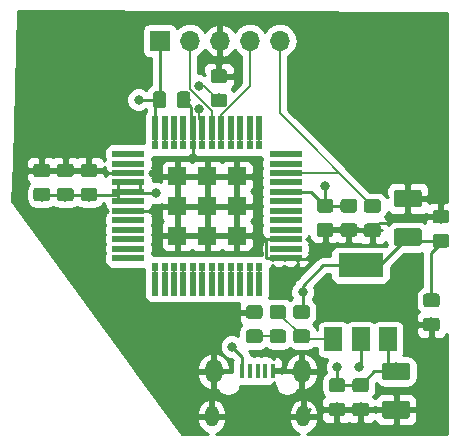
<source format=gbr>
G04 #@! TF.GenerationSoftware,KiCad,Pcbnew,(5.0.2)-1*
G04 #@! TF.CreationDate,2020-01-28T10:02:17+01:00*
G04 #@! TF.ProjectId,Lab1,4c616231-2e6b-4696-9361-645f70636258,rev?*
G04 #@! TF.SameCoordinates,Original*
G04 #@! TF.FileFunction,Copper,L1,Top*
G04 #@! TF.FilePolarity,Positive*
%FSLAX46Y46*%
G04 Gerber Fmt 4.6, Leading zero omitted, Abs format (unit mm)*
G04 Created by KiCad (PCBNEW (5.0.2)-1) date 2020-01-28 10:02:17*
%MOMM*%
%LPD*%
G01*
G04 APERTURE LIST*
G04 #@! TA.AperFunction,Conductor*
%ADD10C,0.100000*%
G04 #@! TD*
G04 #@! TA.AperFunction,SMDPad,CuDef*
%ADD11C,1.150000*%
G04 #@! TD*
G04 #@! TA.AperFunction,SMDPad,CuDef*
%ADD12C,1.500000*%
G04 #@! TD*
G04 #@! TA.AperFunction,SMDPad,CuDef*
%ADD13R,0.450000X1.300000*%
G04 #@! TD*
G04 #@! TA.AperFunction,ComponentPad*
%ADD14O,1.450000X2.000000*%
G04 #@! TD*
G04 #@! TA.AperFunction,ComponentPad*
%ADD15O,1.150000X1.800000*%
G04 #@! TD*
G04 #@! TA.AperFunction,ComponentPad*
%ADD16O,1.700000X1.700000*%
G04 #@! TD*
G04 #@! TA.AperFunction,ComponentPad*
%ADD17R,1.700000X1.700000*%
G04 #@! TD*
G04 #@! TA.AperFunction,SMDPad,CuDef*
%ADD18R,3.800000X2.000000*%
G04 #@! TD*
G04 #@! TA.AperFunction,SMDPad,CuDef*
%ADD19R,1.500000X2.000000*%
G04 #@! TD*
G04 #@! TA.AperFunction,SMDPad,CuDef*
%ADD20R,0.500000X1.000000*%
G04 #@! TD*
G04 #@! TA.AperFunction,SMDPad,CuDef*
%ADD21R,1.000000X0.500000*%
G04 #@! TD*
G04 #@! TA.AperFunction,Conductor*
%ADD22R,1.000000X0.500000*%
G04 #@! TD*
G04 #@! TA.AperFunction,Conductor*
%ADD23R,0.500000X1.000000*%
G04 #@! TD*
G04 #@! TA.AperFunction,SMDPad,CuDef*
%ADD24R,0.500000X0.800000*%
G04 #@! TD*
G04 #@! TA.AperFunction,SMDPad,CuDef*
%ADD25R,0.800000X0.500000*%
G04 #@! TD*
G04 #@! TA.AperFunction,SMDPad,CuDef*
%ADD26R,1.600000X1.600000*%
G04 #@! TD*
G04 #@! TA.AperFunction,ViaPad*
%ADD27C,0.800000*%
G04 #@! TD*
G04 #@! TA.AperFunction,Conductor*
%ADD28C,0.250000*%
G04 #@! TD*
G04 #@! TA.AperFunction,Conductor*
%ADD29C,0.150000*%
G04 #@! TD*
G04 #@! TA.AperFunction,Conductor*
%ADD30C,0.254000*%
G04 #@! TD*
G04 APERTURE END LIST*
D10*
G04 #@! TO.N,GND*
G04 #@! TO.C,C1*
G36*
X125474505Y-116651204D02*
X125498773Y-116654804D01*
X125522572Y-116660765D01*
X125545671Y-116669030D01*
X125567850Y-116679520D01*
X125588893Y-116692132D01*
X125608599Y-116706747D01*
X125626777Y-116723223D01*
X125643253Y-116741401D01*
X125657868Y-116761107D01*
X125670480Y-116782150D01*
X125680970Y-116804329D01*
X125689235Y-116827428D01*
X125695196Y-116851227D01*
X125698796Y-116875495D01*
X125700000Y-116899999D01*
X125700000Y-117550001D01*
X125698796Y-117574505D01*
X125695196Y-117598773D01*
X125689235Y-117622572D01*
X125680970Y-117645671D01*
X125670480Y-117667850D01*
X125657868Y-117688893D01*
X125643253Y-117708599D01*
X125626777Y-117726777D01*
X125608599Y-117743253D01*
X125588893Y-117757868D01*
X125567850Y-117770480D01*
X125545671Y-117780970D01*
X125522572Y-117789235D01*
X125498773Y-117795196D01*
X125474505Y-117798796D01*
X125450001Y-117800000D01*
X124549999Y-117800000D01*
X124525495Y-117798796D01*
X124501227Y-117795196D01*
X124477428Y-117789235D01*
X124454329Y-117780970D01*
X124432150Y-117770480D01*
X124411107Y-117757868D01*
X124391401Y-117743253D01*
X124373223Y-117726777D01*
X124356747Y-117708599D01*
X124342132Y-117688893D01*
X124329520Y-117667850D01*
X124319030Y-117645671D01*
X124310765Y-117622572D01*
X124304804Y-117598773D01*
X124301204Y-117574505D01*
X124300000Y-117550001D01*
X124300000Y-116899999D01*
X124301204Y-116875495D01*
X124304804Y-116851227D01*
X124310765Y-116827428D01*
X124319030Y-116804329D01*
X124329520Y-116782150D01*
X124342132Y-116761107D01*
X124356747Y-116741401D01*
X124373223Y-116723223D01*
X124391401Y-116706747D01*
X124411107Y-116692132D01*
X124432150Y-116679520D01*
X124454329Y-116669030D01*
X124477428Y-116660765D01*
X124501227Y-116654804D01*
X124525495Y-116651204D01*
X124549999Y-116650000D01*
X125450001Y-116650000D01*
X125474505Y-116651204D01*
X125474505Y-116651204D01*
G37*
D11*
G04 #@! TD*
G04 #@! TO.P,C1,1*
G04 #@! TO.N,GND*
X125000000Y-117225000D03*
D10*
G04 #@! TO.N,+5V*
G04 #@! TO.C,C1*
G36*
X125474505Y-114601204D02*
X125498773Y-114604804D01*
X125522572Y-114610765D01*
X125545671Y-114619030D01*
X125567850Y-114629520D01*
X125588893Y-114642132D01*
X125608599Y-114656747D01*
X125626777Y-114673223D01*
X125643253Y-114691401D01*
X125657868Y-114711107D01*
X125670480Y-114732150D01*
X125680970Y-114754329D01*
X125689235Y-114777428D01*
X125695196Y-114801227D01*
X125698796Y-114825495D01*
X125700000Y-114849999D01*
X125700000Y-115500001D01*
X125698796Y-115524505D01*
X125695196Y-115548773D01*
X125689235Y-115572572D01*
X125680970Y-115595671D01*
X125670480Y-115617850D01*
X125657868Y-115638893D01*
X125643253Y-115658599D01*
X125626777Y-115676777D01*
X125608599Y-115693253D01*
X125588893Y-115707868D01*
X125567850Y-115720480D01*
X125545671Y-115730970D01*
X125522572Y-115739235D01*
X125498773Y-115745196D01*
X125474505Y-115748796D01*
X125450001Y-115750000D01*
X124549999Y-115750000D01*
X124525495Y-115748796D01*
X124501227Y-115745196D01*
X124477428Y-115739235D01*
X124454329Y-115730970D01*
X124432150Y-115720480D01*
X124411107Y-115707868D01*
X124391401Y-115693253D01*
X124373223Y-115676777D01*
X124356747Y-115658599D01*
X124342132Y-115638893D01*
X124329520Y-115617850D01*
X124319030Y-115595671D01*
X124310765Y-115572572D01*
X124304804Y-115548773D01*
X124301204Y-115524505D01*
X124300000Y-115500001D01*
X124300000Y-114849999D01*
X124301204Y-114825495D01*
X124304804Y-114801227D01*
X124310765Y-114777428D01*
X124319030Y-114754329D01*
X124329520Y-114732150D01*
X124342132Y-114711107D01*
X124356747Y-114691401D01*
X124373223Y-114673223D01*
X124391401Y-114656747D01*
X124411107Y-114642132D01*
X124432150Y-114629520D01*
X124454329Y-114619030D01*
X124477428Y-114610765D01*
X124501227Y-114604804D01*
X124525495Y-114601204D01*
X124549999Y-114600000D01*
X125450001Y-114600000D01*
X125474505Y-114601204D01*
X125474505Y-114601204D01*
G37*
D11*
G04 #@! TD*
G04 #@! TO.P,C1,2*
G04 #@! TO.N,+5V*
X125000000Y-115175000D03*
D10*
G04 #@! TO.N,GND*
G04 #@! TO.C,C2*
G36*
X128949504Y-116501204D02*
X128973773Y-116504804D01*
X128997571Y-116510765D01*
X129020671Y-116519030D01*
X129042849Y-116529520D01*
X129063893Y-116542133D01*
X129083598Y-116556747D01*
X129101777Y-116573223D01*
X129118253Y-116591402D01*
X129132867Y-116611107D01*
X129145480Y-116632151D01*
X129155970Y-116654329D01*
X129164235Y-116677429D01*
X129170196Y-116701227D01*
X129173796Y-116725496D01*
X129175000Y-116750000D01*
X129175000Y-117750000D01*
X129173796Y-117774504D01*
X129170196Y-117798773D01*
X129164235Y-117822571D01*
X129155970Y-117845671D01*
X129145480Y-117867849D01*
X129132867Y-117888893D01*
X129118253Y-117908598D01*
X129101777Y-117926777D01*
X129083598Y-117943253D01*
X129063893Y-117957867D01*
X129042849Y-117970480D01*
X129020671Y-117980970D01*
X128997571Y-117989235D01*
X128973773Y-117995196D01*
X128949504Y-117998796D01*
X128925000Y-118000000D01*
X127075000Y-118000000D01*
X127050496Y-117998796D01*
X127026227Y-117995196D01*
X127002429Y-117989235D01*
X126979329Y-117980970D01*
X126957151Y-117970480D01*
X126936107Y-117957867D01*
X126916402Y-117943253D01*
X126898223Y-117926777D01*
X126881747Y-117908598D01*
X126867133Y-117888893D01*
X126854520Y-117867849D01*
X126844030Y-117845671D01*
X126835765Y-117822571D01*
X126829804Y-117798773D01*
X126826204Y-117774504D01*
X126825000Y-117750000D01*
X126825000Y-116750000D01*
X126826204Y-116725496D01*
X126829804Y-116701227D01*
X126835765Y-116677429D01*
X126844030Y-116654329D01*
X126854520Y-116632151D01*
X126867133Y-116611107D01*
X126881747Y-116591402D01*
X126898223Y-116573223D01*
X126916402Y-116556747D01*
X126936107Y-116542133D01*
X126957151Y-116529520D01*
X126979329Y-116519030D01*
X127002429Y-116510765D01*
X127026227Y-116504804D01*
X127050496Y-116501204D01*
X127075000Y-116500000D01*
X128925000Y-116500000D01*
X128949504Y-116501204D01*
X128949504Y-116501204D01*
G37*
D12*
G04 #@! TD*
G04 #@! TO.P,C2,2*
G04 #@! TO.N,GND*
X128000000Y-117250000D03*
D10*
G04 #@! TO.N,+5V*
G04 #@! TO.C,C2*
G36*
X128949504Y-113251204D02*
X128973773Y-113254804D01*
X128997571Y-113260765D01*
X129020671Y-113269030D01*
X129042849Y-113279520D01*
X129063893Y-113292133D01*
X129083598Y-113306747D01*
X129101777Y-113323223D01*
X129118253Y-113341402D01*
X129132867Y-113361107D01*
X129145480Y-113382151D01*
X129155970Y-113404329D01*
X129164235Y-113427429D01*
X129170196Y-113451227D01*
X129173796Y-113475496D01*
X129175000Y-113500000D01*
X129175000Y-114500000D01*
X129173796Y-114524504D01*
X129170196Y-114548773D01*
X129164235Y-114572571D01*
X129155970Y-114595671D01*
X129145480Y-114617849D01*
X129132867Y-114638893D01*
X129118253Y-114658598D01*
X129101777Y-114676777D01*
X129083598Y-114693253D01*
X129063893Y-114707867D01*
X129042849Y-114720480D01*
X129020671Y-114730970D01*
X128997571Y-114739235D01*
X128973773Y-114745196D01*
X128949504Y-114748796D01*
X128925000Y-114750000D01*
X127075000Y-114750000D01*
X127050496Y-114748796D01*
X127026227Y-114745196D01*
X127002429Y-114739235D01*
X126979329Y-114730970D01*
X126957151Y-114720480D01*
X126936107Y-114707867D01*
X126916402Y-114693253D01*
X126898223Y-114676777D01*
X126881747Y-114658598D01*
X126867133Y-114638893D01*
X126854520Y-114617849D01*
X126844030Y-114595671D01*
X126835765Y-114572571D01*
X126829804Y-114548773D01*
X126826204Y-114524504D01*
X126825000Y-114500000D01*
X126825000Y-113500000D01*
X126826204Y-113475496D01*
X126829804Y-113451227D01*
X126835765Y-113427429D01*
X126844030Y-113404329D01*
X126854520Y-113382151D01*
X126867133Y-113361107D01*
X126881747Y-113341402D01*
X126898223Y-113323223D01*
X126916402Y-113306747D01*
X126936107Y-113292133D01*
X126957151Y-113279520D01*
X126979329Y-113269030D01*
X127002429Y-113260765D01*
X127026227Y-113254804D01*
X127050496Y-113251204D01*
X127075000Y-113250000D01*
X128925000Y-113250000D01*
X128949504Y-113251204D01*
X128949504Y-113251204D01*
G37*
D12*
G04 #@! TD*
G04 #@! TO.P,C2,1*
G04 #@! TO.N,+5V*
X128000000Y-114000000D03*
D10*
G04 #@! TO.N,+5V*
G04 #@! TO.C,C3*
G36*
X123474505Y-114601204D02*
X123498773Y-114604804D01*
X123522572Y-114610765D01*
X123545671Y-114619030D01*
X123567850Y-114629520D01*
X123588893Y-114642132D01*
X123608599Y-114656747D01*
X123626777Y-114673223D01*
X123643253Y-114691401D01*
X123657868Y-114711107D01*
X123670480Y-114732150D01*
X123680970Y-114754329D01*
X123689235Y-114777428D01*
X123695196Y-114801227D01*
X123698796Y-114825495D01*
X123700000Y-114849999D01*
X123700000Y-115500001D01*
X123698796Y-115524505D01*
X123695196Y-115548773D01*
X123689235Y-115572572D01*
X123680970Y-115595671D01*
X123670480Y-115617850D01*
X123657868Y-115638893D01*
X123643253Y-115658599D01*
X123626777Y-115676777D01*
X123608599Y-115693253D01*
X123588893Y-115707868D01*
X123567850Y-115720480D01*
X123545671Y-115730970D01*
X123522572Y-115739235D01*
X123498773Y-115745196D01*
X123474505Y-115748796D01*
X123450001Y-115750000D01*
X122549999Y-115750000D01*
X122525495Y-115748796D01*
X122501227Y-115745196D01*
X122477428Y-115739235D01*
X122454329Y-115730970D01*
X122432150Y-115720480D01*
X122411107Y-115707868D01*
X122391401Y-115693253D01*
X122373223Y-115676777D01*
X122356747Y-115658599D01*
X122342132Y-115638893D01*
X122329520Y-115617850D01*
X122319030Y-115595671D01*
X122310765Y-115572572D01*
X122304804Y-115548773D01*
X122301204Y-115524505D01*
X122300000Y-115500001D01*
X122300000Y-114849999D01*
X122301204Y-114825495D01*
X122304804Y-114801227D01*
X122310765Y-114777428D01*
X122319030Y-114754329D01*
X122329520Y-114732150D01*
X122342132Y-114711107D01*
X122356747Y-114691401D01*
X122373223Y-114673223D01*
X122391401Y-114656747D01*
X122411107Y-114642132D01*
X122432150Y-114629520D01*
X122454329Y-114619030D01*
X122477428Y-114610765D01*
X122501227Y-114604804D01*
X122525495Y-114601204D01*
X122549999Y-114600000D01*
X123450001Y-114600000D01*
X123474505Y-114601204D01*
X123474505Y-114601204D01*
G37*
D11*
G04 #@! TD*
G04 #@! TO.P,C3,2*
G04 #@! TO.N,+5V*
X123000000Y-115175000D03*
D10*
G04 #@! TO.N,GND*
G04 #@! TO.C,C3*
G36*
X123474505Y-116651204D02*
X123498773Y-116654804D01*
X123522572Y-116660765D01*
X123545671Y-116669030D01*
X123567850Y-116679520D01*
X123588893Y-116692132D01*
X123608599Y-116706747D01*
X123626777Y-116723223D01*
X123643253Y-116741401D01*
X123657868Y-116761107D01*
X123670480Y-116782150D01*
X123680970Y-116804329D01*
X123689235Y-116827428D01*
X123695196Y-116851227D01*
X123698796Y-116875495D01*
X123700000Y-116899999D01*
X123700000Y-117550001D01*
X123698796Y-117574505D01*
X123695196Y-117598773D01*
X123689235Y-117622572D01*
X123680970Y-117645671D01*
X123670480Y-117667850D01*
X123657868Y-117688893D01*
X123643253Y-117708599D01*
X123626777Y-117726777D01*
X123608599Y-117743253D01*
X123588893Y-117757868D01*
X123567850Y-117770480D01*
X123545671Y-117780970D01*
X123522572Y-117789235D01*
X123498773Y-117795196D01*
X123474505Y-117798796D01*
X123450001Y-117800000D01*
X122549999Y-117800000D01*
X122525495Y-117798796D01*
X122501227Y-117795196D01*
X122477428Y-117789235D01*
X122454329Y-117780970D01*
X122432150Y-117770480D01*
X122411107Y-117757868D01*
X122391401Y-117743253D01*
X122373223Y-117726777D01*
X122356747Y-117708599D01*
X122342132Y-117688893D01*
X122329520Y-117667850D01*
X122319030Y-117645671D01*
X122310765Y-117622572D01*
X122304804Y-117598773D01*
X122301204Y-117574505D01*
X122300000Y-117550001D01*
X122300000Y-116899999D01*
X122301204Y-116875495D01*
X122304804Y-116851227D01*
X122310765Y-116827428D01*
X122319030Y-116804329D01*
X122329520Y-116782150D01*
X122342132Y-116761107D01*
X122356747Y-116741401D01*
X122373223Y-116723223D01*
X122391401Y-116706747D01*
X122411107Y-116692132D01*
X122432150Y-116679520D01*
X122454329Y-116669030D01*
X122477428Y-116660765D01*
X122501227Y-116654804D01*
X122525495Y-116651204D01*
X122549999Y-116650000D01*
X123450001Y-116650000D01*
X123474505Y-116651204D01*
X123474505Y-116651204D01*
G37*
D11*
G04 #@! TD*
G04 #@! TO.P,C3,1*
G04 #@! TO.N,GND*
X123000000Y-117225000D03*
D10*
G04 #@! TO.N,GND*
G04 #@! TO.C,C4*
G36*
X132274505Y-100326204D02*
X132298773Y-100329804D01*
X132322572Y-100335765D01*
X132345671Y-100344030D01*
X132367850Y-100354520D01*
X132388893Y-100367132D01*
X132408599Y-100381747D01*
X132426777Y-100398223D01*
X132443253Y-100416401D01*
X132457868Y-100436107D01*
X132470480Y-100457150D01*
X132480970Y-100479329D01*
X132489235Y-100502428D01*
X132495196Y-100526227D01*
X132498796Y-100550495D01*
X132500000Y-100574999D01*
X132500000Y-101225001D01*
X132498796Y-101249505D01*
X132495196Y-101273773D01*
X132489235Y-101297572D01*
X132480970Y-101320671D01*
X132470480Y-101342850D01*
X132457868Y-101363893D01*
X132443253Y-101383599D01*
X132426777Y-101401777D01*
X132408599Y-101418253D01*
X132388893Y-101432868D01*
X132367850Y-101445480D01*
X132345671Y-101455970D01*
X132322572Y-101464235D01*
X132298773Y-101470196D01*
X132274505Y-101473796D01*
X132250001Y-101475000D01*
X131349999Y-101475000D01*
X131325495Y-101473796D01*
X131301227Y-101470196D01*
X131277428Y-101464235D01*
X131254329Y-101455970D01*
X131232150Y-101445480D01*
X131211107Y-101432868D01*
X131191401Y-101418253D01*
X131173223Y-101401777D01*
X131156747Y-101383599D01*
X131142132Y-101363893D01*
X131129520Y-101342850D01*
X131119030Y-101320671D01*
X131110765Y-101297572D01*
X131104804Y-101273773D01*
X131101204Y-101249505D01*
X131100000Y-101225001D01*
X131100000Y-100574999D01*
X131101204Y-100550495D01*
X131104804Y-100526227D01*
X131110765Y-100502428D01*
X131119030Y-100479329D01*
X131129520Y-100457150D01*
X131142132Y-100436107D01*
X131156747Y-100416401D01*
X131173223Y-100398223D01*
X131191401Y-100381747D01*
X131211107Y-100367132D01*
X131232150Y-100354520D01*
X131254329Y-100344030D01*
X131277428Y-100335765D01*
X131301227Y-100329804D01*
X131325495Y-100326204D01*
X131349999Y-100325000D01*
X132250001Y-100325000D01*
X132274505Y-100326204D01*
X132274505Y-100326204D01*
G37*
D11*
G04 #@! TD*
G04 #@! TO.P,C4,1*
G04 #@! TO.N,GND*
X131800000Y-100900000D03*
D10*
G04 #@! TO.N,+3V3*
G04 #@! TO.C,C4*
G36*
X132274505Y-102376204D02*
X132298773Y-102379804D01*
X132322572Y-102385765D01*
X132345671Y-102394030D01*
X132367850Y-102404520D01*
X132388893Y-102417132D01*
X132408599Y-102431747D01*
X132426777Y-102448223D01*
X132443253Y-102466401D01*
X132457868Y-102486107D01*
X132470480Y-102507150D01*
X132480970Y-102529329D01*
X132489235Y-102552428D01*
X132495196Y-102576227D01*
X132498796Y-102600495D01*
X132500000Y-102624999D01*
X132500000Y-103275001D01*
X132498796Y-103299505D01*
X132495196Y-103323773D01*
X132489235Y-103347572D01*
X132480970Y-103370671D01*
X132470480Y-103392850D01*
X132457868Y-103413893D01*
X132443253Y-103433599D01*
X132426777Y-103451777D01*
X132408599Y-103468253D01*
X132388893Y-103482868D01*
X132367850Y-103495480D01*
X132345671Y-103505970D01*
X132322572Y-103514235D01*
X132298773Y-103520196D01*
X132274505Y-103523796D01*
X132250001Y-103525000D01*
X131349999Y-103525000D01*
X131325495Y-103523796D01*
X131301227Y-103520196D01*
X131277428Y-103514235D01*
X131254329Y-103505970D01*
X131232150Y-103495480D01*
X131211107Y-103482868D01*
X131191401Y-103468253D01*
X131173223Y-103451777D01*
X131156747Y-103433599D01*
X131142132Y-103413893D01*
X131129520Y-103392850D01*
X131119030Y-103370671D01*
X131110765Y-103347572D01*
X131104804Y-103323773D01*
X131101204Y-103299505D01*
X131100000Y-103275001D01*
X131100000Y-102624999D01*
X131101204Y-102600495D01*
X131104804Y-102576227D01*
X131110765Y-102552428D01*
X131119030Y-102529329D01*
X131129520Y-102507150D01*
X131142132Y-102486107D01*
X131156747Y-102466401D01*
X131173223Y-102448223D01*
X131191401Y-102431747D01*
X131211107Y-102417132D01*
X131232150Y-102404520D01*
X131254329Y-102394030D01*
X131277428Y-102385765D01*
X131301227Y-102379804D01*
X131325495Y-102376204D01*
X131349999Y-102375000D01*
X132250001Y-102375000D01*
X132274505Y-102376204D01*
X132274505Y-102376204D01*
G37*
D11*
G04 #@! TD*
G04 #@! TO.P,C4,2*
G04 #@! TO.N,+3V3*
X131800000Y-102950000D03*
D10*
G04 #@! TO.N,+3V3*
G04 #@! TO.C,C5*
G36*
X129949504Y-101876204D02*
X129973773Y-101879804D01*
X129997571Y-101885765D01*
X130020671Y-101894030D01*
X130042849Y-101904520D01*
X130063893Y-101917133D01*
X130083598Y-101931747D01*
X130101777Y-101948223D01*
X130118253Y-101966402D01*
X130132867Y-101986107D01*
X130145480Y-102007151D01*
X130155970Y-102029329D01*
X130164235Y-102052429D01*
X130170196Y-102076227D01*
X130173796Y-102100496D01*
X130175000Y-102125000D01*
X130175000Y-103125000D01*
X130173796Y-103149504D01*
X130170196Y-103173773D01*
X130164235Y-103197571D01*
X130155970Y-103220671D01*
X130145480Y-103242849D01*
X130132867Y-103263893D01*
X130118253Y-103283598D01*
X130101777Y-103301777D01*
X130083598Y-103318253D01*
X130063893Y-103332867D01*
X130042849Y-103345480D01*
X130020671Y-103355970D01*
X129997571Y-103364235D01*
X129973773Y-103370196D01*
X129949504Y-103373796D01*
X129925000Y-103375000D01*
X128075000Y-103375000D01*
X128050496Y-103373796D01*
X128026227Y-103370196D01*
X128002429Y-103364235D01*
X127979329Y-103355970D01*
X127957151Y-103345480D01*
X127936107Y-103332867D01*
X127916402Y-103318253D01*
X127898223Y-103301777D01*
X127881747Y-103283598D01*
X127867133Y-103263893D01*
X127854520Y-103242849D01*
X127844030Y-103220671D01*
X127835765Y-103197571D01*
X127829804Y-103173773D01*
X127826204Y-103149504D01*
X127825000Y-103125000D01*
X127825000Y-102125000D01*
X127826204Y-102100496D01*
X127829804Y-102076227D01*
X127835765Y-102052429D01*
X127844030Y-102029329D01*
X127854520Y-102007151D01*
X127867133Y-101986107D01*
X127881747Y-101966402D01*
X127898223Y-101948223D01*
X127916402Y-101931747D01*
X127936107Y-101917133D01*
X127957151Y-101904520D01*
X127979329Y-101894030D01*
X128002429Y-101885765D01*
X128026227Y-101879804D01*
X128050496Y-101876204D01*
X128075000Y-101875000D01*
X129925000Y-101875000D01*
X129949504Y-101876204D01*
X129949504Y-101876204D01*
G37*
D12*
G04 #@! TD*
G04 #@! TO.P,C5,1*
G04 #@! TO.N,+3V3*
X129000000Y-102625000D03*
D10*
G04 #@! TO.N,GND*
G04 #@! TO.C,C5*
G36*
X129949504Y-98626204D02*
X129973773Y-98629804D01*
X129997571Y-98635765D01*
X130020671Y-98644030D01*
X130042849Y-98654520D01*
X130063893Y-98667133D01*
X130083598Y-98681747D01*
X130101777Y-98698223D01*
X130118253Y-98716402D01*
X130132867Y-98736107D01*
X130145480Y-98757151D01*
X130155970Y-98779329D01*
X130164235Y-98802429D01*
X130170196Y-98826227D01*
X130173796Y-98850496D01*
X130175000Y-98875000D01*
X130175000Y-99875000D01*
X130173796Y-99899504D01*
X130170196Y-99923773D01*
X130164235Y-99947571D01*
X130155970Y-99970671D01*
X130145480Y-99992849D01*
X130132867Y-100013893D01*
X130118253Y-100033598D01*
X130101777Y-100051777D01*
X130083598Y-100068253D01*
X130063893Y-100082867D01*
X130042849Y-100095480D01*
X130020671Y-100105970D01*
X129997571Y-100114235D01*
X129973773Y-100120196D01*
X129949504Y-100123796D01*
X129925000Y-100125000D01*
X128075000Y-100125000D01*
X128050496Y-100123796D01*
X128026227Y-100120196D01*
X128002429Y-100114235D01*
X127979329Y-100105970D01*
X127957151Y-100095480D01*
X127936107Y-100082867D01*
X127916402Y-100068253D01*
X127898223Y-100051777D01*
X127881747Y-100033598D01*
X127867133Y-100013893D01*
X127854520Y-99992849D01*
X127844030Y-99970671D01*
X127835765Y-99947571D01*
X127829804Y-99923773D01*
X127826204Y-99899504D01*
X127825000Y-99875000D01*
X127825000Y-98875000D01*
X127826204Y-98850496D01*
X127829804Y-98826227D01*
X127835765Y-98802429D01*
X127844030Y-98779329D01*
X127854520Y-98757151D01*
X127867133Y-98736107D01*
X127881747Y-98716402D01*
X127898223Y-98698223D01*
X127916402Y-98681747D01*
X127936107Y-98667133D01*
X127957151Y-98654520D01*
X127979329Y-98644030D01*
X128002429Y-98635765D01*
X128026227Y-98629804D01*
X128050496Y-98626204D01*
X128075000Y-98625000D01*
X129925000Y-98625000D01*
X129949504Y-98626204D01*
X129949504Y-98626204D01*
G37*
D12*
G04 #@! TD*
G04 #@! TO.P,C5,2*
G04 #@! TO.N,GND*
X129000000Y-99375000D03*
D10*
G04 #@! TO.N,+3V3*
G04 #@! TO.C,C6*
G36*
X131474505Y-107401204D02*
X131498773Y-107404804D01*
X131522572Y-107410765D01*
X131545671Y-107419030D01*
X131567850Y-107429520D01*
X131588893Y-107442132D01*
X131608599Y-107456747D01*
X131626777Y-107473223D01*
X131643253Y-107491401D01*
X131657868Y-107511107D01*
X131670480Y-107532150D01*
X131680970Y-107554329D01*
X131689235Y-107577428D01*
X131695196Y-107601227D01*
X131698796Y-107625495D01*
X131700000Y-107649999D01*
X131700000Y-108300001D01*
X131698796Y-108324505D01*
X131695196Y-108348773D01*
X131689235Y-108372572D01*
X131680970Y-108395671D01*
X131670480Y-108417850D01*
X131657868Y-108438893D01*
X131643253Y-108458599D01*
X131626777Y-108476777D01*
X131608599Y-108493253D01*
X131588893Y-108507868D01*
X131567850Y-108520480D01*
X131545671Y-108530970D01*
X131522572Y-108539235D01*
X131498773Y-108545196D01*
X131474505Y-108548796D01*
X131450001Y-108550000D01*
X130549999Y-108550000D01*
X130525495Y-108548796D01*
X130501227Y-108545196D01*
X130477428Y-108539235D01*
X130454329Y-108530970D01*
X130432150Y-108520480D01*
X130411107Y-108507868D01*
X130391401Y-108493253D01*
X130373223Y-108476777D01*
X130356747Y-108458599D01*
X130342132Y-108438893D01*
X130329520Y-108417850D01*
X130319030Y-108395671D01*
X130310765Y-108372572D01*
X130304804Y-108348773D01*
X130301204Y-108324505D01*
X130300000Y-108300001D01*
X130300000Y-107649999D01*
X130301204Y-107625495D01*
X130304804Y-107601227D01*
X130310765Y-107577428D01*
X130319030Y-107554329D01*
X130329520Y-107532150D01*
X130342132Y-107511107D01*
X130356747Y-107491401D01*
X130373223Y-107473223D01*
X130391401Y-107456747D01*
X130411107Y-107442132D01*
X130432150Y-107429520D01*
X130454329Y-107419030D01*
X130477428Y-107410765D01*
X130501227Y-107404804D01*
X130525495Y-107401204D01*
X130549999Y-107400000D01*
X131450001Y-107400000D01*
X131474505Y-107401204D01*
X131474505Y-107401204D01*
G37*
D11*
G04 #@! TD*
G04 #@! TO.P,C6,2*
G04 #@! TO.N,+3V3*
X131000000Y-107975000D03*
D10*
G04 #@! TO.N,GND*
G04 #@! TO.C,C6*
G36*
X131474505Y-109451204D02*
X131498773Y-109454804D01*
X131522572Y-109460765D01*
X131545671Y-109469030D01*
X131567850Y-109479520D01*
X131588893Y-109492132D01*
X131608599Y-109506747D01*
X131626777Y-109523223D01*
X131643253Y-109541401D01*
X131657868Y-109561107D01*
X131670480Y-109582150D01*
X131680970Y-109604329D01*
X131689235Y-109627428D01*
X131695196Y-109651227D01*
X131698796Y-109675495D01*
X131700000Y-109699999D01*
X131700000Y-110350001D01*
X131698796Y-110374505D01*
X131695196Y-110398773D01*
X131689235Y-110422572D01*
X131680970Y-110445671D01*
X131670480Y-110467850D01*
X131657868Y-110488893D01*
X131643253Y-110508599D01*
X131626777Y-110526777D01*
X131608599Y-110543253D01*
X131588893Y-110557868D01*
X131567850Y-110570480D01*
X131545671Y-110580970D01*
X131522572Y-110589235D01*
X131498773Y-110595196D01*
X131474505Y-110598796D01*
X131450001Y-110600000D01*
X130549999Y-110600000D01*
X130525495Y-110598796D01*
X130501227Y-110595196D01*
X130477428Y-110589235D01*
X130454329Y-110580970D01*
X130432150Y-110570480D01*
X130411107Y-110557868D01*
X130391401Y-110543253D01*
X130373223Y-110526777D01*
X130356747Y-110508599D01*
X130342132Y-110488893D01*
X130329520Y-110467850D01*
X130319030Y-110445671D01*
X130310765Y-110422572D01*
X130304804Y-110398773D01*
X130301204Y-110374505D01*
X130300000Y-110350001D01*
X130300000Y-109699999D01*
X130301204Y-109675495D01*
X130304804Y-109651227D01*
X130310765Y-109627428D01*
X130319030Y-109604329D01*
X130329520Y-109582150D01*
X130342132Y-109561107D01*
X130356747Y-109541401D01*
X130373223Y-109523223D01*
X130391401Y-109506747D01*
X130411107Y-109492132D01*
X130432150Y-109479520D01*
X130454329Y-109469030D01*
X130477428Y-109460765D01*
X130501227Y-109454804D01*
X130525495Y-109451204D01*
X130549999Y-109450000D01*
X131450001Y-109450000D01*
X131474505Y-109451204D01*
X131474505Y-109451204D01*
G37*
D11*
G04 #@! TD*
G04 #@! TO.P,C6,1*
G04 #@! TO.N,GND*
X131000000Y-110025000D03*
D10*
G04 #@! TO.N,GND*
G04 #@! TO.C,C7*
G36*
X122474505Y-101451204D02*
X122498773Y-101454804D01*
X122522572Y-101460765D01*
X122545671Y-101469030D01*
X122567850Y-101479520D01*
X122588893Y-101492132D01*
X122608599Y-101506747D01*
X122626777Y-101523223D01*
X122643253Y-101541401D01*
X122657868Y-101561107D01*
X122670480Y-101582150D01*
X122680970Y-101604329D01*
X122689235Y-101627428D01*
X122695196Y-101651227D01*
X122698796Y-101675495D01*
X122700000Y-101699999D01*
X122700000Y-102350001D01*
X122698796Y-102374505D01*
X122695196Y-102398773D01*
X122689235Y-102422572D01*
X122680970Y-102445671D01*
X122670480Y-102467850D01*
X122657868Y-102488893D01*
X122643253Y-102508599D01*
X122626777Y-102526777D01*
X122608599Y-102543253D01*
X122588893Y-102557868D01*
X122567850Y-102570480D01*
X122545671Y-102580970D01*
X122522572Y-102589235D01*
X122498773Y-102595196D01*
X122474505Y-102598796D01*
X122450001Y-102600000D01*
X121549999Y-102600000D01*
X121525495Y-102598796D01*
X121501227Y-102595196D01*
X121477428Y-102589235D01*
X121454329Y-102580970D01*
X121432150Y-102570480D01*
X121411107Y-102557868D01*
X121391401Y-102543253D01*
X121373223Y-102526777D01*
X121356747Y-102508599D01*
X121342132Y-102488893D01*
X121329520Y-102467850D01*
X121319030Y-102445671D01*
X121310765Y-102422572D01*
X121304804Y-102398773D01*
X121301204Y-102374505D01*
X121300000Y-102350001D01*
X121300000Y-101699999D01*
X121301204Y-101675495D01*
X121304804Y-101651227D01*
X121310765Y-101627428D01*
X121319030Y-101604329D01*
X121329520Y-101582150D01*
X121342132Y-101561107D01*
X121356747Y-101541401D01*
X121373223Y-101523223D01*
X121391401Y-101506747D01*
X121411107Y-101492132D01*
X121432150Y-101479520D01*
X121454329Y-101469030D01*
X121477428Y-101460765D01*
X121501227Y-101454804D01*
X121525495Y-101451204D01*
X121549999Y-101450000D01*
X122450001Y-101450000D01*
X122474505Y-101451204D01*
X122474505Y-101451204D01*
G37*
D11*
G04 #@! TD*
G04 #@! TO.P,C7,2*
G04 #@! TO.N,GND*
X122000000Y-102025000D03*
D10*
G04 #@! TO.N,+3V3*
G04 #@! TO.C,C7*
G36*
X122474505Y-99401204D02*
X122498773Y-99404804D01*
X122522572Y-99410765D01*
X122545671Y-99419030D01*
X122567850Y-99429520D01*
X122588893Y-99442132D01*
X122608599Y-99456747D01*
X122626777Y-99473223D01*
X122643253Y-99491401D01*
X122657868Y-99511107D01*
X122670480Y-99532150D01*
X122680970Y-99554329D01*
X122689235Y-99577428D01*
X122695196Y-99601227D01*
X122698796Y-99625495D01*
X122700000Y-99649999D01*
X122700000Y-100300001D01*
X122698796Y-100324505D01*
X122695196Y-100348773D01*
X122689235Y-100372572D01*
X122680970Y-100395671D01*
X122670480Y-100417850D01*
X122657868Y-100438893D01*
X122643253Y-100458599D01*
X122626777Y-100476777D01*
X122608599Y-100493253D01*
X122588893Y-100507868D01*
X122567850Y-100520480D01*
X122545671Y-100530970D01*
X122522572Y-100539235D01*
X122498773Y-100545196D01*
X122474505Y-100548796D01*
X122450001Y-100550000D01*
X121549999Y-100550000D01*
X121525495Y-100548796D01*
X121501227Y-100545196D01*
X121477428Y-100539235D01*
X121454329Y-100530970D01*
X121432150Y-100520480D01*
X121411107Y-100507868D01*
X121391401Y-100493253D01*
X121373223Y-100476777D01*
X121356747Y-100458599D01*
X121342132Y-100438893D01*
X121329520Y-100417850D01*
X121319030Y-100395671D01*
X121310765Y-100372572D01*
X121304804Y-100348773D01*
X121301204Y-100324505D01*
X121300000Y-100300001D01*
X121300000Y-99649999D01*
X121301204Y-99625495D01*
X121304804Y-99601227D01*
X121310765Y-99577428D01*
X121319030Y-99554329D01*
X121329520Y-99532150D01*
X121342132Y-99511107D01*
X121356747Y-99491401D01*
X121373223Y-99473223D01*
X121391401Y-99456747D01*
X121411107Y-99442132D01*
X121432150Y-99429520D01*
X121454329Y-99419030D01*
X121477428Y-99410765D01*
X121501227Y-99404804D01*
X121525495Y-99401204D01*
X121549999Y-99400000D01*
X122450001Y-99400000D01*
X122474505Y-99401204D01*
X122474505Y-99401204D01*
G37*
D11*
G04 #@! TD*
G04 #@! TO.P,C7,1*
G04 #@! TO.N,+3V3*
X122000000Y-99975000D03*
D10*
G04 #@! TO.N,+3V3*
G04 #@! TO.C,C8*
G36*
X124474505Y-99401204D02*
X124498773Y-99404804D01*
X124522572Y-99410765D01*
X124545671Y-99419030D01*
X124567850Y-99429520D01*
X124588893Y-99442132D01*
X124608599Y-99456747D01*
X124626777Y-99473223D01*
X124643253Y-99491401D01*
X124657868Y-99511107D01*
X124670480Y-99532150D01*
X124680970Y-99554329D01*
X124689235Y-99577428D01*
X124695196Y-99601227D01*
X124698796Y-99625495D01*
X124700000Y-99649999D01*
X124700000Y-100300001D01*
X124698796Y-100324505D01*
X124695196Y-100348773D01*
X124689235Y-100372572D01*
X124680970Y-100395671D01*
X124670480Y-100417850D01*
X124657868Y-100438893D01*
X124643253Y-100458599D01*
X124626777Y-100476777D01*
X124608599Y-100493253D01*
X124588893Y-100507868D01*
X124567850Y-100520480D01*
X124545671Y-100530970D01*
X124522572Y-100539235D01*
X124498773Y-100545196D01*
X124474505Y-100548796D01*
X124450001Y-100550000D01*
X123549999Y-100550000D01*
X123525495Y-100548796D01*
X123501227Y-100545196D01*
X123477428Y-100539235D01*
X123454329Y-100530970D01*
X123432150Y-100520480D01*
X123411107Y-100507868D01*
X123391401Y-100493253D01*
X123373223Y-100476777D01*
X123356747Y-100458599D01*
X123342132Y-100438893D01*
X123329520Y-100417850D01*
X123319030Y-100395671D01*
X123310765Y-100372572D01*
X123304804Y-100348773D01*
X123301204Y-100324505D01*
X123300000Y-100300001D01*
X123300000Y-99649999D01*
X123301204Y-99625495D01*
X123304804Y-99601227D01*
X123310765Y-99577428D01*
X123319030Y-99554329D01*
X123329520Y-99532150D01*
X123342132Y-99511107D01*
X123356747Y-99491401D01*
X123373223Y-99473223D01*
X123391401Y-99456747D01*
X123411107Y-99442132D01*
X123432150Y-99429520D01*
X123454329Y-99419030D01*
X123477428Y-99410765D01*
X123501227Y-99404804D01*
X123525495Y-99401204D01*
X123549999Y-99400000D01*
X124450001Y-99400000D01*
X124474505Y-99401204D01*
X124474505Y-99401204D01*
G37*
D11*
G04 #@! TD*
G04 #@! TO.P,C8,1*
G04 #@! TO.N,+3V3*
X124000000Y-99975000D03*
D10*
G04 #@! TO.N,GND*
G04 #@! TO.C,C8*
G36*
X124474505Y-101451204D02*
X124498773Y-101454804D01*
X124522572Y-101460765D01*
X124545671Y-101469030D01*
X124567850Y-101479520D01*
X124588893Y-101492132D01*
X124608599Y-101506747D01*
X124626777Y-101523223D01*
X124643253Y-101541401D01*
X124657868Y-101561107D01*
X124670480Y-101582150D01*
X124680970Y-101604329D01*
X124689235Y-101627428D01*
X124695196Y-101651227D01*
X124698796Y-101675495D01*
X124700000Y-101699999D01*
X124700000Y-102350001D01*
X124698796Y-102374505D01*
X124695196Y-102398773D01*
X124689235Y-102422572D01*
X124680970Y-102445671D01*
X124670480Y-102467850D01*
X124657868Y-102488893D01*
X124643253Y-102508599D01*
X124626777Y-102526777D01*
X124608599Y-102543253D01*
X124588893Y-102557868D01*
X124567850Y-102570480D01*
X124545671Y-102580970D01*
X124522572Y-102589235D01*
X124498773Y-102595196D01*
X124474505Y-102598796D01*
X124450001Y-102600000D01*
X123549999Y-102600000D01*
X123525495Y-102598796D01*
X123501227Y-102595196D01*
X123477428Y-102589235D01*
X123454329Y-102580970D01*
X123432150Y-102570480D01*
X123411107Y-102557868D01*
X123391401Y-102543253D01*
X123373223Y-102526777D01*
X123356747Y-102508599D01*
X123342132Y-102488893D01*
X123329520Y-102467850D01*
X123319030Y-102445671D01*
X123310765Y-102422572D01*
X123304804Y-102398773D01*
X123301204Y-102374505D01*
X123300000Y-102350001D01*
X123300000Y-101699999D01*
X123301204Y-101675495D01*
X123304804Y-101651227D01*
X123310765Y-101627428D01*
X123319030Y-101604329D01*
X123329520Y-101582150D01*
X123342132Y-101561107D01*
X123356747Y-101541401D01*
X123373223Y-101523223D01*
X123391401Y-101506747D01*
X123411107Y-101492132D01*
X123432150Y-101479520D01*
X123454329Y-101469030D01*
X123477428Y-101460765D01*
X123501227Y-101454804D01*
X123525495Y-101451204D01*
X123549999Y-101450000D01*
X124450001Y-101450000D01*
X124474505Y-101451204D01*
X124474505Y-101451204D01*
G37*
D11*
G04 #@! TD*
G04 #@! TO.P,C8,2*
G04 #@! TO.N,GND*
X124000000Y-102025000D03*
D10*
G04 #@! TO.N,GND*
G04 #@! TO.C,C9*
G36*
X110374505Y-90301204D02*
X110398773Y-90304804D01*
X110422572Y-90310765D01*
X110445671Y-90319030D01*
X110467850Y-90329520D01*
X110488893Y-90342132D01*
X110508599Y-90356747D01*
X110526777Y-90373223D01*
X110543253Y-90391401D01*
X110557868Y-90411107D01*
X110570480Y-90432150D01*
X110580970Y-90454329D01*
X110589235Y-90477428D01*
X110595196Y-90501227D01*
X110598796Y-90525495D01*
X110600000Y-90549999D01*
X110600000Y-91450001D01*
X110598796Y-91474505D01*
X110595196Y-91498773D01*
X110589235Y-91522572D01*
X110580970Y-91545671D01*
X110570480Y-91567850D01*
X110557868Y-91588893D01*
X110543253Y-91608599D01*
X110526777Y-91626777D01*
X110508599Y-91643253D01*
X110488893Y-91657868D01*
X110467850Y-91670480D01*
X110445671Y-91680970D01*
X110422572Y-91689235D01*
X110398773Y-91695196D01*
X110374505Y-91698796D01*
X110350001Y-91700000D01*
X109699999Y-91700000D01*
X109675495Y-91698796D01*
X109651227Y-91695196D01*
X109627428Y-91689235D01*
X109604329Y-91680970D01*
X109582150Y-91670480D01*
X109561107Y-91657868D01*
X109541401Y-91643253D01*
X109523223Y-91626777D01*
X109506747Y-91608599D01*
X109492132Y-91588893D01*
X109479520Y-91567850D01*
X109469030Y-91545671D01*
X109460765Y-91522572D01*
X109454804Y-91498773D01*
X109451204Y-91474505D01*
X109450000Y-91450001D01*
X109450000Y-90549999D01*
X109451204Y-90525495D01*
X109454804Y-90501227D01*
X109460765Y-90477428D01*
X109469030Y-90454329D01*
X109479520Y-90432150D01*
X109492132Y-90411107D01*
X109506747Y-90391401D01*
X109523223Y-90373223D01*
X109541401Y-90356747D01*
X109561107Y-90342132D01*
X109582150Y-90329520D01*
X109604329Y-90319030D01*
X109627428Y-90310765D01*
X109651227Y-90304804D01*
X109675495Y-90301204D01*
X109699999Y-90300000D01*
X110350001Y-90300000D01*
X110374505Y-90301204D01*
X110374505Y-90301204D01*
G37*
D11*
G04 #@! TD*
G04 #@! TO.P,C9,1*
G04 #@! TO.N,GND*
X110025000Y-91000000D03*
D10*
G04 #@! TO.N,+3V3*
G04 #@! TO.C,C9*
G36*
X108324505Y-90301204D02*
X108348773Y-90304804D01*
X108372572Y-90310765D01*
X108395671Y-90319030D01*
X108417850Y-90329520D01*
X108438893Y-90342132D01*
X108458599Y-90356747D01*
X108476777Y-90373223D01*
X108493253Y-90391401D01*
X108507868Y-90411107D01*
X108520480Y-90432150D01*
X108530970Y-90454329D01*
X108539235Y-90477428D01*
X108545196Y-90501227D01*
X108548796Y-90525495D01*
X108550000Y-90549999D01*
X108550000Y-91450001D01*
X108548796Y-91474505D01*
X108545196Y-91498773D01*
X108539235Y-91522572D01*
X108530970Y-91545671D01*
X108520480Y-91567850D01*
X108507868Y-91588893D01*
X108493253Y-91608599D01*
X108476777Y-91626777D01*
X108458599Y-91643253D01*
X108438893Y-91657868D01*
X108417850Y-91670480D01*
X108395671Y-91680970D01*
X108372572Y-91689235D01*
X108348773Y-91695196D01*
X108324505Y-91698796D01*
X108300001Y-91700000D01*
X107649999Y-91700000D01*
X107625495Y-91698796D01*
X107601227Y-91695196D01*
X107577428Y-91689235D01*
X107554329Y-91680970D01*
X107532150Y-91670480D01*
X107511107Y-91657868D01*
X107491401Y-91643253D01*
X107473223Y-91626777D01*
X107456747Y-91608599D01*
X107442132Y-91588893D01*
X107429520Y-91567850D01*
X107419030Y-91545671D01*
X107410765Y-91522572D01*
X107404804Y-91498773D01*
X107401204Y-91474505D01*
X107400000Y-91450001D01*
X107400000Y-90549999D01*
X107401204Y-90525495D01*
X107404804Y-90501227D01*
X107410765Y-90477428D01*
X107419030Y-90454329D01*
X107429520Y-90432150D01*
X107442132Y-90411107D01*
X107456747Y-90391401D01*
X107473223Y-90373223D01*
X107491401Y-90356747D01*
X107511107Y-90342132D01*
X107532150Y-90329520D01*
X107554329Y-90319030D01*
X107577428Y-90310765D01*
X107601227Y-90304804D01*
X107625495Y-90301204D01*
X107649999Y-90300000D01*
X108300001Y-90300000D01*
X108324505Y-90301204D01*
X108324505Y-90301204D01*
G37*
D11*
G04 #@! TD*
G04 #@! TO.P,C9,2*
G04 #@! TO.N,+3V3*
X107975000Y-91000000D03*
D10*
G04 #@! TO.N,GND*
G04 #@! TO.C,C10*
G36*
X98474505Y-96401204D02*
X98498773Y-96404804D01*
X98522572Y-96410765D01*
X98545671Y-96419030D01*
X98567850Y-96429520D01*
X98588893Y-96442132D01*
X98608599Y-96456747D01*
X98626777Y-96473223D01*
X98643253Y-96491401D01*
X98657868Y-96511107D01*
X98670480Y-96532150D01*
X98680970Y-96554329D01*
X98689235Y-96577428D01*
X98695196Y-96601227D01*
X98698796Y-96625495D01*
X98700000Y-96649999D01*
X98700000Y-97300001D01*
X98698796Y-97324505D01*
X98695196Y-97348773D01*
X98689235Y-97372572D01*
X98680970Y-97395671D01*
X98670480Y-97417850D01*
X98657868Y-97438893D01*
X98643253Y-97458599D01*
X98626777Y-97476777D01*
X98608599Y-97493253D01*
X98588893Y-97507868D01*
X98567850Y-97520480D01*
X98545671Y-97530970D01*
X98522572Y-97539235D01*
X98498773Y-97545196D01*
X98474505Y-97548796D01*
X98450001Y-97550000D01*
X97549999Y-97550000D01*
X97525495Y-97548796D01*
X97501227Y-97545196D01*
X97477428Y-97539235D01*
X97454329Y-97530970D01*
X97432150Y-97520480D01*
X97411107Y-97507868D01*
X97391401Y-97493253D01*
X97373223Y-97476777D01*
X97356747Y-97458599D01*
X97342132Y-97438893D01*
X97329520Y-97417850D01*
X97319030Y-97395671D01*
X97310765Y-97372572D01*
X97304804Y-97348773D01*
X97301204Y-97324505D01*
X97300000Y-97300001D01*
X97300000Y-96649999D01*
X97301204Y-96625495D01*
X97304804Y-96601227D01*
X97310765Y-96577428D01*
X97319030Y-96554329D01*
X97329520Y-96532150D01*
X97342132Y-96511107D01*
X97356747Y-96491401D01*
X97373223Y-96473223D01*
X97391401Y-96456747D01*
X97411107Y-96442132D01*
X97432150Y-96429520D01*
X97454329Y-96419030D01*
X97477428Y-96410765D01*
X97501227Y-96404804D01*
X97525495Y-96401204D01*
X97549999Y-96400000D01*
X98450001Y-96400000D01*
X98474505Y-96401204D01*
X98474505Y-96401204D01*
G37*
D11*
G04 #@! TD*
G04 #@! TO.P,C10,2*
G04 #@! TO.N,GND*
X98000000Y-96975000D03*
D10*
G04 #@! TO.N,+3V3*
G04 #@! TO.C,C10*
G36*
X98474505Y-98451204D02*
X98498773Y-98454804D01*
X98522572Y-98460765D01*
X98545671Y-98469030D01*
X98567850Y-98479520D01*
X98588893Y-98492132D01*
X98608599Y-98506747D01*
X98626777Y-98523223D01*
X98643253Y-98541401D01*
X98657868Y-98561107D01*
X98670480Y-98582150D01*
X98680970Y-98604329D01*
X98689235Y-98627428D01*
X98695196Y-98651227D01*
X98698796Y-98675495D01*
X98700000Y-98699999D01*
X98700000Y-99350001D01*
X98698796Y-99374505D01*
X98695196Y-99398773D01*
X98689235Y-99422572D01*
X98680970Y-99445671D01*
X98670480Y-99467850D01*
X98657868Y-99488893D01*
X98643253Y-99508599D01*
X98626777Y-99526777D01*
X98608599Y-99543253D01*
X98588893Y-99557868D01*
X98567850Y-99570480D01*
X98545671Y-99580970D01*
X98522572Y-99589235D01*
X98498773Y-99595196D01*
X98474505Y-99598796D01*
X98450001Y-99600000D01*
X97549999Y-99600000D01*
X97525495Y-99598796D01*
X97501227Y-99595196D01*
X97477428Y-99589235D01*
X97454329Y-99580970D01*
X97432150Y-99570480D01*
X97411107Y-99557868D01*
X97391401Y-99543253D01*
X97373223Y-99526777D01*
X97356747Y-99508599D01*
X97342132Y-99488893D01*
X97329520Y-99467850D01*
X97319030Y-99445671D01*
X97310765Y-99422572D01*
X97304804Y-99398773D01*
X97301204Y-99374505D01*
X97300000Y-99350001D01*
X97300000Y-98699999D01*
X97301204Y-98675495D01*
X97304804Y-98651227D01*
X97310765Y-98627428D01*
X97319030Y-98604329D01*
X97329520Y-98582150D01*
X97342132Y-98561107D01*
X97356747Y-98541401D01*
X97373223Y-98523223D01*
X97391401Y-98506747D01*
X97411107Y-98492132D01*
X97432150Y-98479520D01*
X97454329Y-98469030D01*
X97477428Y-98460765D01*
X97501227Y-98454804D01*
X97525495Y-98451204D01*
X97549999Y-98450000D01*
X98450001Y-98450000D01*
X98474505Y-98451204D01*
X98474505Y-98451204D01*
G37*
D11*
G04 #@! TD*
G04 #@! TO.P,C10,1*
G04 #@! TO.N,+3V3*
X98000000Y-99025000D03*
D10*
G04 #@! TO.N,+3V3*
G04 #@! TO.C,C11*
G36*
X100474505Y-98451204D02*
X100498773Y-98454804D01*
X100522572Y-98460765D01*
X100545671Y-98469030D01*
X100567850Y-98479520D01*
X100588893Y-98492132D01*
X100608599Y-98506747D01*
X100626777Y-98523223D01*
X100643253Y-98541401D01*
X100657868Y-98561107D01*
X100670480Y-98582150D01*
X100680970Y-98604329D01*
X100689235Y-98627428D01*
X100695196Y-98651227D01*
X100698796Y-98675495D01*
X100700000Y-98699999D01*
X100700000Y-99350001D01*
X100698796Y-99374505D01*
X100695196Y-99398773D01*
X100689235Y-99422572D01*
X100680970Y-99445671D01*
X100670480Y-99467850D01*
X100657868Y-99488893D01*
X100643253Y-99508599D01*
X100626777Y-99526777D01*
X100608599Y-99543253D01*
X100588893Y-99557868D01*
X100567850Y-99570480D01*
X100545671Y-99580970D01*
X100522572Y-99589235D01*
X100498773Y-99595196D01*
X100474505Y-99598796D01*
X100450001Y-99600000D01*
X99549999Y-99600000D01*
X99525495Y-99598796D01*
X99501227Y-99595196D01*
X99477428Y-99589235D01*
X99454329Y-99580970D01*
X99432150Y-99570480D01*
X99411107Y-99557868D01*
X99391401Y-99543253D01*
X99373223Y-99526777D01*
X99356747Y-99508599D01*
X99342132Y-99488893D01*
X99329520Y-99467850D01*
X99319030Y-99445671D01*
X99310765Y-99422572D01*
X99304804Y-99398773D01*
X99301204Y-99374505D01*
X99300000Y-99350001D01*
X99300000Y-98699999D01*
X99301204Y-98675495D01*
X99304804Y-98651227D01*
X99310765Y-98627428D01*
X99319030Y-98604329D01*
X99329520Y-98582150D01*
X99342132Y-98561107D01*
X99356747Y-98541401D01*
X99373223Y-98523223D01*
X99391401Y-98506747D01*
X99411107Y-98492132D01*
X99432150Y-98479520D01*
X99454329Y-98469030D01*
X99477428Y-98460765D01*
X99501227Y-98454804D01*
X99525495Y-98451204D01*
X99549999Y-98450000D01*
X100450001Y-98450000D01*
X100474505Y-98451204D01*
X100474505Y-98451204D01*
G37*
D11*
G04 #@! TD*
G04 #@! TO.P,C11,1*
G04 #@! TO.N,+3V3*
X100000000Y-99025000D03*
D10*
G04 #@! TO.N,GND*
G04 #@! TO.C,C11*
G36*
X100474505Y-96401204D02*
X100498773Y-96404804D01*
X100522572Y-96410765D01*
X100545671Y-96419030D01*
X100567850Y-96429520D01*
X100588893Y-96442132D01*
X100608599Y-96456747D01*
X100626777Y-96473223D01*
X100643253Y-96491401D01*
X100657868Y-96511107D01*
X100670480Y-96532150D01*
X100680970Y-96554329D01*
X100689235Y-96577428D01*
X100695196Y-96601227D01*
X100698796Y-96625495D01*
X100700000Y-96649999D01*
X100700000Y-97300001D01*
X100698796Y-97324505D01*
X100695196Y-97348773D01*
X100689235Y-97372572D01*
X100680970Y-97395671D01*
X100670480Y-97417850D01*
X100657868Y-97438893D01*
X100643253Y-97458599D01*
X100626777Y-97476777D01*
X100608599Y-97493253D01*
X100588893Y-97507868D01*
X100567850Y-97520480D01*
X100545671Y-97530970D01*
X100522572Y-97539235D01*
X100498773Y-97545196D01*
X100474505Y-97548796D01*
X100450001Y-97550000D01*
X99549999Y-97550000D01*
X99525495Y-97548796D01*
X99501227Y-97545196D01*
X99477428Y-97539235D01*
X99454329Y-97530970D01*
X99432150Y-97520480D01*
X99411107Y-97507868D01*
X99391401Y-97493253D01*
X99373223Y-97476777D01*
X99356747Y-97458599D01*
X99342132Y-97438893D01*
X99329520Y-97417850D01*
X99319030Y-97395671D01*
X99310765Y-97372572D01*
X99304804Y-97348773D01*
X99301204Y-97324505D01*
X99300000Y-97300001D01*
X99300000Y-96649999D01*
X99301204Y-96625495D01*
X99304804Y-96601227D01*
X99310765Y-96577428D01*
X99319030Y-96554329D01*
X99329520Y-96532150D01*
X99342132Y-96511107D01*
X99356747Y-96491401D01*
X99373223Y-96473223D01*
X99391401Y-96456747D01*
X99411107Y-96442132D01*
X99432150Y-96429520D01*
X99454329Y-96419030D01*
X99477428Y-96410765D01*
X99501227Y-96404804D01*
X99525495Y-96401204D01*
X99549999Y-96400000D01*
X100450001Y-96400000D01*
X100474505Y-96401204D01*
X100474505Y-96401204D01*
G37*
D11*
G04 #@! TD*
G04 #@! TO.P,C11,2*
G04 #@! TO.N,GND*
X100000000Y-96975000D03*
D10*
G04 #@! TO.N,GND*
G04 #@! TO.C,C12*
G36*
X102474505Y-96401204D02*
X102498773Y-96404804D01*
X102522572Y-96410765D01*
X102545671Y-96419030D01*
X102567850Y-96429520D01*
X102588893Y-96442132D01*
X102608599Y-96456747D01*
X102626777Y-96473223D01*
X102643253Y-96491401D01*
X102657868Y-96511107D01*
X102670480Y-96532150D01*
X102680970Y-96554329D01*
X102689235Y-96577428D01*
X102695196Y-96601227D01*
X102698796Y-96625495D01*
X102700000Y-96649999D01*
X102700000Y-97300001D01*
X102698796Y-97324505D01*
X102695196Y-97348773D01*
X102689235Y-97372572D01*
X102680970Y-97395671D01*
X102670480Y-97417850D01*
X102657868Y-97438893D01*
X102643253Y-97458599D01*
X102626777Y-97476777D01*
X102608599Y-97493253D01*
X102588893Y-97507868D01*
X102567850Y-97520480D01*
X102545671Y-97530970D01*
X102522572Y-97539235D01*
X102498773Y-97545196D01*
X102474505Y-97548796D01*
X102450001Y-97550000D01*
X101549999Y-97550000D01*
X101525495Y-97548796D01*
X101501227Y-97545196D01*
X101477428Y-97539235D01*
X101454329Y-97530970D01*
X101432150Y-97520480D01*
X101411107Y-97507868D01*
X101391401Y-97493253D01*
X101373223Y-97476777D01*
X101356747Y-97458599D01*
X101342132Y-97438893D01*
X101329520Y-97417850D01*
X101319030Y-97395671D01*
X101310765Y-97372572D01*
X101304804Y-97348773D01*
X101301204Y-97324505D01*
X101300000Y-97300001D01*
X101300000Y-96649999D01*
X101301204Y-96625495D01*
X101304804Y-96601227D01*
X101310765Y-96577428D01*
X101319030Y-96554329D01*
X101329520Y-96532150D01*
X101342132Y-96511107D01*
X101356747Y-96491401D01*
X101373223Y-96473223D01*
X101391401Y-96456747D01*
X101411107Y-96442132D01*
X101432150Y-96429520D01*
X101454329Y-96419030D01*
X101477428Y-96410765D01*
X101501227Y-96404804D01*
X101525495Y-96401204D01*
X101549999Y-96400000D01*
X102450001Y-96400000D01*
X102474505Y-96401204D01*
X102474505Y-96401204D01*
G37*
D11*
G04 #@! TD*
G04 #@! TO.P,C12,2*
G04 #@! TO.N,GND*
X102000000Y-96975000D03*
D10*
G04 #@! TO.N,+3V3*
G04 #@! TO.C,C12*
G36*
X102474505Y-98451204D02*
X102498773Y-98454804D01*
X102522572Y-98460765D01*
X102545671Y-98469030D01*
X102567850Y-98479520D01*
X102588893Y-98492132D01*
X102608599Y-98506747D01*
X102626777Y-98523223D01*
X102643253Y-98541401D01*
X102657868Y-98561107D01*
X102670480Y-98582150D01*
X102680970Y-98604329D01*
X102689235Y-98627428D01*
X102695196Y-98651227D01*
X102698796Y-98675495D01*
X102700000Y-98699999D01*
X102700000Y-99350001D01*
X102698796Y-99374505D01*
X102695196Y-99398773D01*
X102689235Y-99422572D01*
X102680970Y-99445671D01*
X102670480Y-99467850D01*
X102657868Y-99488893D01*
X102643253Y-99508599D01*
X102626777Y-99526777D01*
X102608599Y-99543253D01*
X102588893Y-99557868D01*
X102567850Y-99570480D01*
X102545671Y-99580970D01*
X102522572Y-99589235D01*
X102498773Y-99595196D01*
X102474505Y-99598796D01*
X102450001Y-99600000D01*
X101549999Y-99600000D01*
X101525495Y-99598796D01*
X101501227Y-99595196D01*
X101477428Y-99589235D01*
X101454329Y-99580970D01*
X101432150Y-99570480D01*
X101411107Y-99557868D01*
X101391401Y-99543253D01*
X101373223Y-99526777D01*
X101356747Y-99508599D01*
X101342132Y-99488893D01*
X101329520Y-99467850D01*
X101319030Y-99445671D01*
X101310765Y-99422572D01*
X101304804Y-99398773D01*
X101301204Y-99374505D01*
X101300000Y-99350001D01*
X101300000Y-98699999D01*
X101301204Y-98675495D01*
X101304804Y-98651227D01*
X101310765Y-98627428D01*
X101319030Y-98604329D01*
X101329520Y-98582150D01*
X101342132Y-98561107D01*
X101356747Y-98541401D01*
X101373223Y-98523223D01*
X101391401Y-98506747D01*
X101411107Y-98492132D01*
X101432150Y-98479520D01*
X101454329Y-98469030D01*
X101477428Y-98460765D01*
X101501227Y-98454804D01*
X101525495Y-98451204D01*
X101549999Y-98450000D01*
X102450001Y-98450000D01*
X102474505Y-98451204D01*
X102474505Y-98451204D01*
G37*
D11*
G04 #@! TD*
G04 #@! TO.P,C12,1*
G04 #@! TO.N,+3V3*
X102000000Y-99025000D03*
D13*
G04 #@! TO.P,J1,1*
G04 #@! TO.N,+5V*
X114975000Y-113950000D03*
G04 #@! TO.P,J1,2*
G04 #@! TO.N,Net-(J1-Pad2)*
X115625000Y-113950000D03*
G04 #@! TO.P,J1,3*
G04 #@! TO.N,Net-(J1-Pad3)*
X116275000Y-113950000D03*
G04 #@! TO.P,J1,4*
G04 #@! TO.N,Net-(J1-Pad4)*
X116925000Y-113950000D03*
G04 #@! TO.P,J1,5*
G04 #@! TO.N,GND*
X117575000Y-113950000D03*
D14*
G04 #@! TO.P,J1,6*
X112550000Y-114000000D03*
X120000000Y-114000000D03*
D15*
X112400000Y-117800000D03*
X120150000Y-117800000D03*
G04 #@! TD*
D16*
G04 #@! TO.P,J2,5*
G04 #@! TO.N,/NRST*
X118160000Y-86000000D03*
G04 #@! TO.P,J2,4*
G04 #@! TO.N,/SWDIO*
X115620000Y-86000000D03*
G04 #@! TO.P,J2,3*
G04 #@! TO.N,GND*
X113080000Y-86000000D03*
G04 #@! TO.P,J2,2*
G04 #@! TO.N,/SWCLK*
X110540000Y-86000000D03*
D17*
G04 #@! TO.P,J2,1*
G04 #@! TO.N,+3V3*
X108000000Y-86000000D03*
G04 #@! TD*
D10*
G04 #@! TO.N,Net-(R1-Pad2)*
G04 #@! TO.C,R1*
G36*
X120474505Y-110451204D02*
X120498773Y-110454804D01*
X120522572Y-110460765D01*
X120545671Y-110469030D01*
X120567850Y-110479520D01*
X120588893Y-110492132D01*
X120608599Y-110506747D01*
X120626777Y-110523223D01*
X120643253Y-110541401D01*
X120657868Y-110561107D01*
X120670480Y-110582150D01*
X120680970Y-110604329D01*
X120689235Y-110627428D01*
X120695196Y-110651227D01*
X120698796Y-110675495D01*
X120700000Y-110699999D01*
X120700000Y-111350001D01*
X120698796Y-111374505D01*
X120695196Y-111398773D01*
X120689235Y-111422572D01*
X120680970Y-111445671D01*
X120670480Y-111467850D01*
X120657868Y-111488893D01*
X120643253Y-111508599D01*
X120626777Y-111526777D01*
X120608599Y-111543253D01*
X120588893Y-111557868D01*
X120567850Y-111570480D01*
X120545671Y-111580970D01*
X120522572Y-111589235D01*
X120498773Y-111595196D01*
X120474505Y-111598796D01*
X120450001Y-111600000D01*
X119549999Y-111600000D01*
X119525495Y-111598796D01*
X119501227Y-111595196D01*
X119477428Y-111589235D01*
X119454329Y-111580970D01*
X119432150Y-111570480D01*
X119411107Y-111557868D01*
X119391401Y-111543253D01*
X119373223Y-111526777D01*
X119356747Y-111508599D01*
X119342132Y-111488893D01*
X119329520Y-111467850D01*
X119319030Y-111445671D01*
X119310765Y-111422572D01*
X119304804Y-111398773D01*
X119301204Y-111374505D01*
X119300000Y-111350001D01*
X119300000Y-110699999D01*
X119301204Y-110675495D01*
X119304804Y-110651227D01*
X119310765Y-110627428D01*
X119319030Y-110604329D01*
X119329520Y-110582150D01*
X119342132Y-110561107D01*
X119356747Y-110541401D01*
X119373223Y-110523223D01*
X119391401Y-110506747D01*
X119411107Y-110492132D01*
X119432150Y-110479520D01*
X119454329Y-110469030D01*
X119477428Y-110460765D01*
X119501227Y-110454804D01*
X119525495Y-110451204D01*
X119549999Y-110450000D01*
X120450001Y-110450000D01*
X120474505Y-110451204D01*
X120474505Y-110451204D01*
G37*
D11*
G04 #@! TD*
G04 #@! TO.P,R1,2*
G04 #@! TO.N,Net-(R1-Pad2)*
X120000000Y-111025000D03*
D10*
G04 #@! TO.N,+3V3*
G04 #@! TO.C,R1*
G36*
X120474505Y-108401204D02*
X120498773Y-108404804D01*
X120522572Y-108410765D01*
X120545671Y-108419030D01*
X120567850Y-108429520D01*
X120588893Y-108442132D01*
X120608599Y-108456747D01*
X120626777Y-108473223D01*
X120643253Y-108491401D01*
X120657868Y-108511107D01*
X120670480Y-108532150D01*
X120680970Y-108554329D01*
X120689235Y-108577428D01*
X120695196Y-108601227D01*
X120698796Y-108625495D01*
X120700000Y-108649999D01*
X120700000Y-109300001D01*
X120698796Y-109324505D01*
X120695196Y-109348773D01*
X120689235Y-109372572D01*
X120680970Y-109395671D01*
X120670480Y-109417850D01*
X120657868Y-109438893D01*
X120643253Y-109458599D01*
X120626777Y-109476777D01*
X120608599Y-109493253D01*
X120588893Y-109507868D01*
X120567850Y-109520480D01*
X120545671Y-109530970D01*
X120522572Y-109539235D01*
X120498773Y-109545196D01*
X120474505Y-109548796D01*
X120450001Y-109550000D01*
X119549999Y-109550000D01*
X119525495Y-109548796D01*
X119501227Y-109545196D01*
X119477428Y-109539235D01*
X119454329Y-109530970D01*
X119432150Y-109520480D01*
X119411107Y-109507868D01*
X119391401Y-109493253D01*
X119373223Y-109476777D01*
X119356747Y-109458599D01*
X119342132Y-109438893D01*
X119329520Y-109417850D01*
X119319030Y-109395671D01*
X119310765Y-109372572D01*
X119304804Y-109348773D01*
X119301204Y-109324505D01*
X119300000Y-109300001D01*
X119300000Y-108649999D01*
X119301204Y-108625495D01*
X119304804Y-108601227D01*
X119310765Y-108577428D01*
X119319030Y-108554329D01*
X119329520Y-108532150D01*
X119342132Y-108511107D01*
X119356747Y-108491401D01*
X119373223Y-108473223D01*
X119391401Y-108456747D01*
X119411107Y-108442132D01*
X119432150Y-108429520D01*
X119454329Y-108419030D01*
X119477428Y-108410765D01*
X119501227Y-108404804D01*
X119525495Y-108401204D01*
X119549999Y-108400000D01*
X120450001Y-108400000D01*
X120474505Y-108401204D01*
X120474505Y-108401204D01*
G37*
D11*
G04 #@! TD*
G04 #@! TO.P,R1,1*
G04 #@! TO.N,+3V3*
X120000000Y-108975000D03*
D10*
G04 #@! TO.N,Net-(R1-Pad2)*
G04 #@! TO.C,R2*
G36*
X118474505Y-108401204D02*
X118498773Y-108404804D01*
X118522572Y-108410765D01*
X118545671Y-108419030D01*
X118567850Y-108429520D01*
X118588893Y-108442132D01*
X118608599Y-108456747D01*
X118626777Y-108473223D01*
X118643253Y-108491401D01*
X118657868Y-108511107D01*
X118670480Y-108532150D01*
X118680970Y-108554329D01*
X118689235Y-108577428D01*
X118695196Y-108601227D01*
X118698796Y-108625495D01*
X118700000Y-108649999D01*
X118700000Y-109300001D01*
X118698796Y-109324505D01*
X118695196Y-109348773D01*
X118689235Y-109372572D01*
X118680970Y-109395671D01*
X118670480Y-109417850D01*
X118657868Y-109438893D01*
X118643253Y-109458599D01*
X118626777Y-109476777D01*
X118608599Y-109493253D01*
X118588893Y-109507868D01*
X118567850Y-109520480D01*
X118545671Y-109530970D01*
X118522572Y-109539235D01*
X118498773Y-109545196D01*
X118474505Y-109548796D01*
X118450001Y-109550000D01*
X117549999Y-109550000D01*
X117525495Y-109548796D01*
X117501227Y-109545196D01*
X117477428Y-109539235D01*
X117454329Y-109530970D01*
X117432150Y-109520480D01*
X117411107Y-109507868D01*
X117391401Y-109493253D01*
X117373223Y-109476777D01*
X117356747Y-109458599D01*
X117342132Y-109438893D01*
X117329520Y-109417850D01*
X117319030Y-109395671D01*
X117310765Y-109372572D01*
X117304804Y-109348773D01*
X117301204Y-109324505D01*
X117300000Y-109300001D01*
X117300000Y-108649999D01*
X117301204Y-108625495D01*
X117304804Y-108601227D01*
X117310765Y-108577428D01*
X117319030Y-108554329D01*
X117329520Y-108532150D01*
X117342132Y-108511107D01*
X117356747Y-108491401D01*
X117373223Y-108473223D01*
X117391401Y-108456747D01*
X117411107Y-108442132D01*
X117432150Y-108429520D01*
X117454329Y-108419030D01*
X117477428Y-108410765D01*
X117501227Y-108404804D01*
X117525495Y-108401204D01*
X117549999Y-108400000D01*
X118450001Y-108400000D01*
X118474505Y-108401204D01*
X118474505Y-108401204D01*
G37*
D11*
G04 #@! TD*
G04 #@! TO.P,R2,1*
G04 #@! TO.N,Net-(R1-Pad2)*
X118000000Y-108975000D03*
D10*
G04 #@! TO.N,Net-(R2-Pad2)*
G04 #@! TO.C,R2*
G36*
X118474505Y-110451204D02*
X118498773Y-110454804D01*
X118522572Y-110460765D01*
X118545671Y-110469030D01*
X118567850Y-110479520D01*
X118588893Y-110492132D01*
X118608599Y-110506747D01*
X118626777Y-110523223D01*
X118643253Y-110541401D01*
X118657868Y-110561107D01*
X118670480Y-110582150D01*
X118680970Y-110604329D01*
X118689235Y-110627428D01*
X118695196Y-110651227D01*
X118698796Y-110675495D01*
X118700000Y-110699999D01*
X118700000Y-111350001D01*
X118698796Y-111374505D01*
X118695196Y-111398773D01*
X118689235Y-111422572D01*
X118680970Y-111445671D01*
X118670480Y-111467850D01*
X118657868Y-111488893D01*
X118643253Y-111508599D01*
X118626777Y-111526777D01*
X118608599Y-111543253D01*
X118588893Y-111557868D01*
X118567850Y-111570480D01*
X118545671Y-111580970D01*
X118522572Y-111589235D01*
X118498773Y-111595196D01*
X118474505Y-111598796D01*
X118450001Y-111600000D01*
X117549999Y-111600000D01*
X117525495Y-111598796D01*
X117501227Y-111595196D01*
X117477428Y-111589235D01*
X117454329Y-111580970D01*
X117432150Y-111570480D01*
X117411107Y-111557868D01*
X117391401Y-111543253D01*
X117373223Y-111526777D01*
X117356747Y-111508599D01*
X117342132Y-111488893D01*
X117329520Y-111467850D01*
X117319030Y-111445671D01*
X117310765Y-111422572D01*
X117304804Y-111398773D01*
X117301204Y-111374505D01*
X117300000Y-111350001D01*
X117300000Y-110699999D01*
X117301204Y-110675495D01*
X117304804Y-110651227D01*
X117310765Y-110627428D01*
X117319030Y-110604329D01*
X117329520Y-110582150D01*
X117342132Y-110561107D01*
X117356747Y-110541401D01*
X117373223Y-110523223D01*
X117391401Y-110506747D01*
X117411107Y-110492132D01*
X117432150Y-110479520D01*
X117454329Y-110469030D01*
X117477428Y-110460765D01*
X117501227Y-110454804D01*
X117525495Y-110451204D01*
X117549999Y-110450000D01*
X118450001Y-110450000D01*
X118474505Y-110451204D01*
X118474505Y-110451204D01*
G37*
D11*
G04 #@! TD*
G04 #@! TO.P,R2,2*
G04 #@! TO.N,Net-(R2-Pad2)*
X118000000Y-111025000D03*
D10*
G04 #@! TO.N,GND*
G04 #@! TO.C,R3*
G36*
X116474505Y-108401204D02*
X116498773Y-108404804D01*
X116522572Y-108410765D01*
X116545671Y-108419030D01*
X116567850Y-108429520D01*
X116588893Y-108442132D01*
X116608599Y-108456747D01*
X116626777Y-108473223D01*
X116643253Y-108491401D01*
X116657868Y-108511107D01*
X116670480Y-108532150D01*
X116680970Y-108554329D01*
X116689235Y-108577428D01*
X116695196Y-108601227D01*
X116698796Y-108625495D01*
X116700000Y-108649999D01*
X116700000Y-109300001D01*
X116698796Y-109324505D01*
X116695196Y-109348773D01*
X116689235Y-109372572D01*
X116680970Y-109395671D01*
X116670480Y-109417850D01*
X116657868Y-109438893D01*
X116643253Y-109458599D01*
X116626777Y-109476777D01*
X116608599Y-109493253D01*
X116588893Y-109507868D01*
X116567850Y-109520480D01*
X116545671Y-109530970D01*
X116522572Y-109539235D01*
X116498773Y-109545196D01*
X116474505Y-109548796D01*
X116450001Y-109550000D01*
X115549999Y-109550000D01*
X115525495Y-109548796D01*
X115501227Y-109545196D01*
X115477428Y-109539235D01*
X115454329Y-109530970D01*
X115432150Y-109520480D01*
X115411107Y-109507868D01*
X115391401Y-109493253D01*
X115373223Y-109476777D01*
X115356747Y-109458599D01*
X115342132Y-109438893D01*
X115329520Y-109417850D01*
X115319030Y-109395671D01*
X115310765Y-109372572D01*
X115304804Y-109348773D01*
X115301204Y-109324505D01*
X115300000Y-109300001D01*
X115300000Y-108649999D01*
X115301204Y-108625495D01*
X115304804Y-108601227D01*
X115310765Y-108577428D01*
X115319030Y-108554329D01*
X115329520Y-108532150D01*
X115342132Y-108511107D01*
X115356747Y-108491401D01*
X115373223Y-108473223D01*
X115391401Y-108456747D01*
X115411107Y-108442132D01*
X115432150Y-108429520D01*
X115454329Y-108419030D01*
X115477428Y-108410765D01*
X115501227Y-108404804D01*
X115525495Y-108401204D01*
X115549999Y-108400000D01*
X116450001Y-108400000D01*
X116474505Y-108401204D01*
X116474505Y-108401204D01*
G37*
D11*
G04 #@! TD*
G04 #@! TO.P,R3,2*
G04 #@! TO.N,GND*
X116000000Y-108975000D03*
D10*
G04 #@! TO.N,Net-(R2-Pad2)*
G04 #@! TO.C,R3*
G36*
X116474505Y-110451204D02*
X116498773Y-110454804D01*
X116522572Y-110460765D01*
X116545671Y-110469030D01*
X116567850Y-110479520D01*
X116588893Y-110492132D01*
X116608599Y-110506747D01*
X116626777Y-110523223D01*
X116643253Y-110541401D01*
X116657868Y-110561107D01*
X116670480Y-110582150D01*
X116680970Y-110604329D01*
X116689235Y-110627428D01*
X116695196Y-110651227D01*
X116698796Y-110675495D01*
X116700000Y-110699999D01*
X116700000Y-111350001D01*
X116698796Y-111374505D01*
X116695196Y-111398773D01*
X116689235Y-111422572D01*
X116680970Y-111445671D01*
X116670480Y-111467850D01*
X116657868Y-111488893D01*
X116643253Y-111508599D01*
X116626777Y-111526777D01*
X116608599Y-111543253D01*
X116588893Y-111557868D01*
X116567850Y-111570480D01*
X116545671Y-111580970D01*
X116522572Y-111589235D01*
X116498773Y-111595196D01*
X116474505Y-111598796D01*
X116450001Y-111600000D01*
X115549999Y-111600000D01*
X115525495Y-111598796D01*
X115501227Y-111595196D01*
X115477428Y-111589235D01*
X115454329Y-111580970D01*
X115432150Y-111570480D01*
X115411107Y-111557868D01*
X115391401Y-111543253D01*
X115373223Y-111526777D01*
X115356747Y-111508599D01*
X115342132Y-111488893D01*
X115329520Y-111467850D01*
X115319030Y-111445671D01*
X115310765Y-111422572D01*
X115304804Y-111398773D01*
X115301204Y-111374505D01*
X115300000Y-111350001D01*
X115300000Y-110699999D01*
X115301204Y-110675495D01*
X115304804Y-110651227D01*
X115310765Y-110627428D01*
X115319030Y-110604329D01*
X115329520Y-110582150D01*
X115342132Y-110561107D01*
X115356747Y-110541401D01*
X115373223Y-110523223D01*
X115391401Y-110506747D01*
X115411107Y-110492132D01*
X115432150Y-110479520D01*
X115454329Y-110469030D01*
X115477428Y-110460765D01*
X115501227Y-110454804D01*
X115525495Y-110451204D01*
X115549999Y-110450000D01*
X116450001Y-110450000D01*
X116474505Y-110451204D01*
X116474505Y-110451204D01*
G37*
D11*
G04 #@! TD*
G04 #@! TO.P,R3,1*
G04 #@! TO.N,Net-(R2-Pad2)*
X116000000Y-111025000D03*
D10*
G04 #@! TO.N,/NRST*
G04 #@! TO.C,R4*
G36*
X126474505Y-99426204D02*
X126498773Y-99429804D01*
X126522572Y-99435765D01*
X126545671Y-99444030D01*
X126567850Y-99454520D01*
X126588893Y-99467132D01*
X126608599Y-99481747D01*
X126626777Y-99498223D01*
X126643253Y-99516401D01*
X126657868Y-99536107D01*
X126670480Y-99557150D01*
X126680970Y-99579329D01*
X126689235Y-99602428D01*
X126695196Y-99626227D01*
X126698796Y-99650495D01*
X126700000Y-99674999D01*
X126700000Y-100325001D01*
X126698796Y-100349505D01*
X126695196Y-100373773D01*
X126689235Y-100397572D01*
X126680970Y-100420671D01*
X126670480Y-100442850D01*
X126657868Y-100463893D01*
X126643253Y-100483599D01*
X126626777Y-100501777D01*
X126608599Y-100518253D01*
X126588893Y-100532868D01*
X126567850Y-100545480D01*
X126545671Y-100555970D01*
X126522572Y-100564235D01*
X126498773Y-100570196D01*
X126474505Y-100573796D01*
X126450001Y-100575000D01*
X125549999Y-100575000D01*
X125525495Y-100573796D01*
X125501227Y-100570196D01*
X125477428Y-100564235D01*
X125454329Y-100555970D01*
X125432150Y-100545480D01*
X125411107Y-100532868D01*
X125391401Y-100518253D01*
X125373223Y-100501777D01*
X125356747Y-100483599D01*
X125342132Y-100463893D01*
X125329520Y-100442850D01*
X125319030Y-100420671D01*
X125310765Y-100397572D01*
X125304804Y-100373773D01*
X125301204Y-100349505D01*
X125300000Y-100325001D01*
X125300000Y-99674999D01*
X125301204Y-99650495D01*
X125304804Y-99626227D01*
X125310765Y-99602428D01*
X125319030Y-99579329D01*
X125329520Y-99557150D01*
X125342132Y-99536107D01*
X125356747Y-99516401D01*
X125373223Y-99498223D01*
X125391401Y-99481747D01*
X125411107Y-99467132D01*
X125432150Y-99454520D01*
X125454329Y-99444030D01*
X125477428Y-99435765D01*
X125501227Y-99429804D01*
X125525495Y-99426204D01*
X125549999Y-99425000D01*
X126450001Y-99425000D01*
X126474505Y-99426204D01*
X126474505Y-99426204D01*
G37*
D11*
G04 #@! TD*
G04 #@! TO.P,R4,1*
G04 #@! TO.N,/NRST*
X126000000Y-100000000D03*
D10*
G04 #@! TO.N,GND*
G04 #@! TO.C,R4*
G36*
X126474505Y-101476204D02*
X126498773Y-101479804D01*
X126522572Y-101485765D01*
X126545671Y-101494030D01*
X126567850Y-101504520D01*
X126588893Y-101517132D01*
X126608599Y-101531747D01*
X126626777Y-101548223D01*
X126643253Y-101566401D01*
X126657868Y-101586107D01*
X126670480Y-101607150D01*
X126680970Y-101629329D01*
X126689235Y-101652428D01*
X126695196Y-101676227D01*
X126698796Y-101700495D01*
X126700000Y-101724999D01*
X126700000Y-102375001D01*
X126698796Y-102399505D01*
X126695196Y-102423773D01*
X126689235Y-102447572D01*
X126680970Y-102470671D01*
X126670480Y-102492850D01*
X126657868Y-102513893D01*
X126643253Y-102533599D01*
X126626777Y-102551777D01*
X126608599Y-102568253D01*
X126588893Y-102582868D01*
X126567850Y-102595480D01*
X126545671Y-102605970D01*
X126522572Y-102614235D01*
X126498773Y-102620196D01*
X126474505Y-102623796D01*
X126450001Y-102625000D01*
X125549999Y-102625000D01*
X125525495Y-102623796D01*
X125501227Y-102620196D01*
X125477428Y-102614235D01*
X125454329Y-102605970D01*
X125432150Y-102595480D01*
X125411107Y-102582868D01*
X125391401Y-102568253D01*
X125373223Y-102551777D01*
X125356747Y-102533599D01*
X125342132Y-102513893D01*
X125329520Y-102492850D01*
X125319030Y-102470671D01*
X125310765Y-102447572D01*
X125304804Y-102423773D01*
X125301204Y-102399505D01*
X125300000Y-102375001D01*
X125300000Y-101724999D01*
X125301204Y-101700495D01*
X125304804Y-101676227D01*
X125310765Y-101652428D01*
X125319030Y-101629329D01*
X125329520Y-101607150D01*
X125342132Y-101586107D01*
X125356747Y-101566401D01*
X125373223Y-101548223D01*
X125391401Y-101531747D01*
X125411107Y-101517132D01*
X125432150Y-101504520D01*
X125454329Y-101494030D01*
X125477428Y-101485765D01*
X125501227Y-101479804D01*
X125525495Y-101476204D01*
X125549999Y-101475000D01*
X126450001Y-101475000D01*
X126474505Y-101476204D01*
X126474505Y-101476204D01*
G37*
D11*
G04 #@! TD*
G04 #@! TO.P,R4,2*
G04 #@! TO.N,GND*
X126000000Y-102050000D03*
D10*
G04 #@! TO.N,Net-(R5-Pad1)*
G04 #@! TO.C,R5*
G36*
X113474505Y-90476204D02*
X113498773Y-90479804D01*
X113522572Y-90485765D01*
X113545671Y-90494030D01*
X113567850Y-90504520D01*
X113588893Y-90517132D01*
X113608599Y-90531747D01*
X113626777Y-90548223D01*
X113643253Y-90566401D01*
X113657868Y-90586107D01*
X113670480Y-90607150D01*
X113680970Y-90629329D01*
X113689235Y-90652428D01*
X113695196Y-90676227D01*
X113698796Y-90700495D01*
X113700000Y-90724999D01*
X113700000Y-91375001D01*
X113698796Y-91399505D01*
X113695196Y-91423773D01*
X113689235Y-91447572D01*
X113680970Y-91470671D01*
X113670480Y-91492850D01*
X113657868Y-91513893D01*
X113643253Y-91533599D01*
X113626777Y-91551777D01*
X113608599Y-91568253D01*
X113588893Y-91582868D01*
X113567850Y-91595480D01*
X113545671Y-91605970D01*
X113522572Y-91614235D01*
X113498773Y-91620196D01*
X113474505Y-91623796D01*
X113450001Y-91625000D01*
X112549999Y-91625000D01*
X112525495Y-91623796D01*
X112501227Y-91620196D01*
X112477428Y-91614235D01*
X112454329Y-91605970D01*
X112432150Y-91595480D01*
X112411107Y-91582868D01*
X112391401Y-91568253D01*
X112373223Y-91551777D01*
X112356747Y-91533599D01*
X112342132Y-91513893D01*
X112329520Y-91492850D01*
X112319030Y-91470671D01*
X112310765Y-91447572D01*
X112304804Y-91423773D01*
X112301204Y-91399505D01*
X112300000Y-91375001D01*
X112300000Y-90724999D01*
X112301204Y-90700495D01*
X112304804Y-90676227D01*
X112310765Y-90652428D01*
X112319030Y-90629329D01*
X112329520Y-90607150D01*
X112342132Y-90586107D01*
X112356747Y-90566401D01*
X112373223Y-90548223D01*
X112391401Y-90531747D01*
X112411107Y-90517132D01*
X112432150Y-90504520D01*
X112454329Y-90494030D01*
X112477428Y-90485765D01*
X112501227Y-90479804D01*
X112525495Y-90476204D01*
X112549999Y-90475000D01*
X113450001Y-90475000D01*
X113474505Y-90476204D01*
X113474505Y-90476204D01*
G37*
D11*
G04 #@! TD*
G04 #@! TO.P,R5,1*
G04 #@! TO.N,Net-(R5-Pad1)*
X113000000Y-91050000D03*
D10*
G04 #@! TO.N,GND*
G04 #@! TO.C,R5*
G36*
X113474505Y-88426204D02*
X113498773Y-88429804D01*
X113522572Y-88435765D01*
X113545671Y-88444030D01*
X113567850Y-88454520D01*
X113588893Y-88467132D01*
X113608599Y-88481747D01*
X113626777Y-88498223D01*
X113643253Y-88516401D01*
X113657868Y-88536107D01*
X113670480Y-88557150D01*
X113680970Y-88579329D01*
X113689235Y-88602428D01*
X113695196Y-88626227D01*
X113698796Y-88650495D01*
X113700000Y-88674999D01*
X113700000Y-89325001D01*
X113698796Y-89349505D01*
X113695196Y-89373773D01*
X113689235Y-89397572D01*
X113680970Y-89420671D01*
X113670480Y-89442850D01*
X113657868Y-89463893D01*
X113643253Y-89483599D01*
X113626777Y-89501777D01*
X113608599Y-89518253D01*
X113588893Y-89532868D01*
X113567850Y-89545480D01*
X113545671Y-89555970D01*
X113522572Y-89564235D01*
X113498773Y-89570196D01*
X113474505Y-89573796D01*
X113450001Y-89575000D01*
X112549999Y-89575000D01*
X112525495Y-89573796D01*
X112501227Y-89570196D01*
X112477428Y-89564235D01*
X112454329Y-89555970D01*
X112432150Y-89545480D01*
X112411107Y-89532868D01*
X112391401Y-89518253D01*
X112373223Y-89501777D01*
X112356747Y-89483599D01*
X112342132Y-89463893D01*
X112329520Y-89442850D01*
X112319030Y-89420671D01*
X112310765Y-89397572D01*
X112304804Y-89373773D01*
X112301204Y-89349505D01*
X112300000Y-89325001D01*
X112300000Y-88674999D01*
X112301204Y-88650495D01*
X112304804Y-88626227D01*
X112310765Y-88602428D01*
X112319030Y-88579329D01*
X112329520Y-88557150D01*
X112342132Y-88536107D01*
X112356747Y-88516401D01*
X112373223Y-88498223D01*
X112391401Y-88481747D01*
X112411107Y-88467132D01*
X112432150Y-88454520D01*
X112454329Y-88444030D01*
X112477428Y-88435765D01*
X112501227Y-88429804D01*
X112525495Y-88426204D01*
X112549999Y-88425000D01*
X113450001Y-88425000D01*
X113474505Y-88426204D01*
X113474505Y-88426204D01*
G37*
D11*
G04 #@! TD*
G04 #@! TO.P,R5,2*
G04 #@! TO.N,GND*
X113000000Y-89000000D03*
D18*
G04 #@! TO.P,U1,4*
G04 #@! TO.N,+3V3*
X125000000Y-105000000D03*
D19*
G04 #@! TO.P,U1,2*
X125000000Y-111300000D03*
G04 #@! TO.P,U1,3*
G04 #@! TO.N,+5V*
X127300000Y-111300000D03*
G04 #@! TO.P,U1,1*
G04 #@! TO.N,Net-(R1-Pad2)*
X122700000Y-111300000D03*
G04 #@! TD*
D20*
G04 #@! TO.P,U2,41*
G04 #@! TO.N,/SWDIO*
X113200000Y-92900000D03*
G04 #@! TO.P,U2,48*
G04 #@! TO.N,+3V3*
X107600000Y-92900000D03*
G04 #@! TO.P,U2,39*
G04 #@! TO.N,Net-(U2-Pad39)*
X114800000Y-92900000D03*
G04 #@! TO.P,U2,38*
G04 #@! TO.N,Net-(U2-Pad38)*
X115600000Y-92900000D03*
G04 #@! TO.P,U2,46*
G04 #@! TO.N,Net-(U2-Pad46)*
X109200000Y-92900000D03*
G04 #@! TO.P,U2,40*
G04 #@! TO.N,Net-(U2-Pad40)*
X114000000Y-92900000D03*
G04 #@! TO.P,U2,44*
G04 #@! TO.N,GND*
X110800000Y-92900000D03*
G04 #@! TO.P,U2,47*
G04 #@! TO.N,Net-(U2-Pad47)*
X108400000Y-92900000D03*
G04 #@! TO.P,U2,42*
G04 #@! TO.N,/SWCLK*
X112400000Y-92900000D03*
G04 #@! TO.P,U2,45*
G04 #@! TO.N,Net-(U2-Pad45)*
X110000000Y-92900000D03*
G04 #@! TO.P,U2,37*
G04 #@! TO.N,Net-(U2-Pad37)*
X116400000Y-92900000D03*
G04 #@! TO.P,U2,43*
G04 #@! TO.N,Net-(R5-Pad1)*
X111600000Y-92900000D03*
D21*
G04 #@! TO.P,U2,28*
G04 #@! TO.N,Net-(U2-Pad28)*
X119550000Y-102000000D03*
G04 #@! TO.P,U2,29*
G04 #@! TO.N,Net-(U2-Pad29)*
X119550000Y-101200000D03*
G04 #@! TO.P,U2,27*
G04 #@! TO.N,GND*
X119550000Y-102800000D03*
G04 #@! TO.P,U2,33*
G04 #@! TO.N,Net-(U2-Pad33)*
X119550000Y-98000000D03*
G04 #@! TO.P,U2,25*
G04 #@! TO.N,GND*
X119550000Y-104400000D03*
G04 #@! TO.P,U2,30*
G04 #@! TO.N,Net-(U2-Pad30)*
X119550000Y-100400000D03*
G04 #@! TO.P,U2,26*
G04 #@! TO.N,Net-(U2-Pad26)*
X119550000Y-103600000D03*
G04 #@! TO.P,U2,36*
G04 #@! TO.N,Net-(U2-Pad36)*
X119550000Y-95600000D03*
G04 #@! TO.P,U2,32*
G04 #@! TO.N,+3V3*
X119550000Y-98800000D03*
G04 #@! TO.P,U2,31*
G04 #@! TO.N,Net-(U2-Pad31)*
X119550000Y-99600000D03*
G04 #@! TO.P,U2,35*
G04 #@! TO.N,Net-(U2-Pad35)*
X119550000Y-96400000D03*
G04 #@! TO.P,U2,34*
G04 #@! TO.N,/NRST*
X119550000Y-97200000D03*
D20*
G04 #@! TO.P,U2,14*
G04 #@! TO.N,Net-(U2-Pad14)*
X108400000Y-107100000D03*
G04 #@! TO.P,U2,19*
G04 #@! TO.N,Net-(U2-Pad19)*
X112400000Y-107100000D03*
G04 #@! TO.P,U2,22*
G04 #@! TO.N,Net-(U2-Pad22)*
X114800000Y-107100000D03*
G04 #@! TO.P,U2,18*
G04 #@! TO.N,Net-(U2-Pad18)*
X111600000Y-107100000D03*
G04 #@! TO.P,U2,21*
G04 #@! TO.N,Net-(U2-Pad21)*
X114000000Y-107100000D03*
G04 #@! TO.P,U2,20*
G04 #@! TO.N,Net-(U2-Pad20)*
X113200000Y-107100000D03*
G04 #@! TO.P,U2,24*
G04 #@! TO.N,Net-(U2-Pad24)*
X116400000Y-107100000D03*
G04 #@! TO.P,U2,23*
G04 #@! TO.N,Net-(U2-Pad23)*
X115600000Y-107100000D03*
G04 #@! TO.P,U2,16*
G04 #@! TO.N,Net-(U2-Pad16)*
X110000000Y-107100000D03*
G04 #@! TO.P,U2,13*
G04 #@! TO.N,Net-(U2-Pad13)*
X107600000Y-107100000D03*
G04 #@! TO.P,U2,17*
G04 #@! TO.N,Net-(U2-Pad17)*
X110800000Y-107100000D03*
G04 #@! TO.P,U2,15*
G04 #@! TO.N,Net-(U2-Pad15)*
X109200000Y-107100000D03*
D21*
G04 #@! TO.P,U2,6*
G04 #@! TO.N,+3V3*
X104460000Y-99600000D03*
G04 #@! TO.P,U2,7*
G04 #@! TO.N,GND*
X104460000Y-100400000D03*
G04 #@! TO.P,U2,5*
G04 #@! TO.N,+3V3*
X104460000Y-98800000D03*
G04 #@! TO.P,U2,1*
G04 #@! TO.N,Net-(U2-Pad1)*
X104460000Y-95600000D03*
G04 #@! TO.P,U2,8*
G04 #@! TO.N,Net-(U2-Pad8)*
X104460000Y-101200000D03*
G04 #@! TO.P,U2,10*
G04 #@! TO.N,Net-(U2-Pad10)*
X104460000Y-102800000D03*
G04 #@! TO.P,U2,4*
G04 #@! TO.N,+3V3*
X104460000Y-98000000D03*
G04 #@! TO.P,U2,3*
G04 #@! TO.N,GND*
X104460000Y-97200000D03*
G04 #@! TO.P,U2,9*
G04 #@! TO.N,Net-(U2-Pad9)*
X104460000Y-102000000D03*
G04 #@! TO.P,U2,12*
G04 #@! TO.N,Net-(U2-Pad12)*
X104460000Y-104400000D03*
G04 #@! TO.P,U2,2*
G04 #@! TO.N,Net-(U2-Pad2)*
X104460000Y-96400000D03*
G04 #@! TO.P,U2,11*
G04 #@! TO.N,Net-(U2-Pad11)*
X104460000Y-103600000D03*
D22*
G04 #@! TD*
G04 #@! TO.N,Net-(U2-Pad29)*
G04 #@! TO.C,U2*
X118550000Y-101200000D03*
G04 #@! TO.N,Net-(U2-Pad28)*
G04 #@! TO.C,U2*
X118550000Y-102000000D03*
G04 #@! TO.N,Net-(U2-Pad31)*
X118550000Y-99600000D03*
G04 #@! TO.N,Net-(U2-Pad30)*
X118550000Y-100400000D03*
G04 #@! TO.N,Net-(U2-Pad35)*
X118550000Y-96400000D03*
G04 #@! TO.N,/NRST*
X118550000Y-97200000D03*
G04 #@! TO.N,Net-(U2-Pad33)*
X118550000Y-98000000D03*
G04 #@! TO.N,+3V3*
X118550000Y-98800000D03*
G04 #@! TO.N,Net-(U2-Pad36)*
X118550000Y-95600000D03*
G04 #@! TO.N,Net-(U2-Pad26)*
X118550000Y-103600000D03*
G04 #@! TO.N,GND*
X118550000Y-104400000D03*
X118550000Y-102800000D03*
D23*
G04 #@! TO.N,/SWDIO*
X113200000Y-93900000D03*
G04 #@! TO.N,Net-(U2-Pad40)*
X114000000Y-93900000D03*
G04 #@! TO.N,Net-(R5-Pad1)*
X111600000Y-93900000D03*
G04 #@! TO.N,/SWCLK*
X112400000Y-93900000D03*
G04 #@! TO.N,Net-(U2-Pad47)*
X108400000Y-93900000D03*
G04 #@! TO.N,Net-(U2-Pad46)*
X109200000Y-93900000D03*
G04 #@! TO.N,Net-(U2-Pad45)*
X110000000Y-93900000D03*
G04 #@! TO.N,GND*
X110800000Y-93900000D03*
G04 #@! TO.N,+3V3*
X107600000Y-93900000D03*
G04 #@! TO.N,Net-(U2-Pad38)*
X115600000Y-93900000D03*
G04 #@! TO.N,Net-(U2-Pad37)*
X116400000Y-93900000D03*
G04 #@! TO.N,Net-(U2-Pad39)*
X114800000Y-93900000D03*
G04 #@! TO.N,Net-(U2-Pad20)*
X113200000Y-106100000D03*
G04 #@! TO.N,Net-(U2-Pad21)*
X114000000Y-106100000D03*
G04 #@! TO.N,Net-(U2-Pad18)*
X111600000Y-106100000D03*
G04 #@! TO.N,Net-(U2-Pad19)*
X112400000Y-106100000D03*
G04 #@! TO.N,Net-(U2-Pad14)*
X108400000Y-106100000D03*
G04 #@! TO.N,Net-(U2-Pad15)*
X109200000Y-106100000D03*
G04 #@! TO.N,Net-(U2-Pad16)*
X110000000Y-106100000D03*
G04 #@! TO.N,Net-(U2-Pad17)*
X110800000Y-106100000D03*
G04 #@! TO.N,Net-(U2-Pad13)*
X107600000Y-106100000D03*
G04 #@! TO.N,Net-(U2-Pad23)*
X115600000Y-106100000D03*
G04 #@! TO.N,Net-(U2-Pad24)*
X116400000Y-106100000D03*
G04 #@! TO.N,Net-(U2-Pad22)*
X114800000Y-106100000D03*
D22*
G04 #@! TO.N,Net-(U2-Pad12)*
X105450000Y-104400000D03*
G04 #@! TO.N,Net-(U2-Pad11)*
X105450000Y-103600000D03*
G04 #@! TO.N,Net-(U2-Pad10)*
X105460000Y-102800000D03*
G04 #@! TO.N,Net-(U2-Pad9)*
X105460000Y-102000000D03*
G04 #@! TO.N,Net-(U2-Pad8)*
X105460000Y-101200000D03*
G04 #@! TO.N,GND*
X105450000Y-100400000D03*
G04 #@! TO.N,+3V3*
X105470000Y-99600000D03*
X105450000Y-98800000D03*
X105450000Y-98000000D03*
G04 #@! TO.N,GND*
X105470000Y-97200000D03*
G04 #@! TO.N,Net-(U2-Pad2)*
X105450000Y-96400000D03*
G04 #@! TO.N,Net-(U2-Pad1)*
X105450000Y-95600000D03*
D24*
G04 #@! TD*
G04 #@! TO.P,U2,38*
G04 #@! TO.N,Net-(U2-Pad38)*
X115600000Y-94800000D03*
D25*
G04 #@! TO.P,U2,26*
G04 #@! TO.N,Net-(U2-Pad26)*
X117650000Y-103600000D03*
G04 #@! TO.P,U2,25*
G04 #@! TO.N,GND*
X117650000Y-104400000D03*
D24*
G04 #@! TO.P,U2,24*
G04 #@! TO.N,Net-(U2-Pad24)*
X116400000Y-105200000D03*
G04 #@! TO.P,U2,23*
G04 #@! TO.N,Net-(U2-Pad23)*
X115600000Y-105200000D03*
G04 #@! TO.P,U2,22*
G04 #@! TO.N,Net-(U2-Pad22)*
X114800000Y-105200000D03*
G04 #@! TO.P,U2,21*
G04 #@! TO.N,Net-(U2-Pad21)*
X114000000Y-105200000D03*
G04 #@! TO.P,U2,20*
G04 #@! TO.N,Net-(U2-Pad20)*
X113200000Y-105200000D03*
G04 #@! TO.P,U2,19*
G04 #@! TO.N,Net-(U2-Pad19)*
X112400000Y-105200000D03*
G04 #@! TO.P,U2,18*
G04 #@! TO.N,Net-(U2-Pad18)*
X111600000Y-105200000D03*
G04 #@! TO.P,U2,17*
G04 #@! TO.N,Net-(U2-Pad17)*
X110800000Y-105200000D03*
G04 #@! TO.P,U2,16*
G04 #@! TO.N,Net-(U2-Pad16)*
X110000000Y-105200000D03*
G04 #@! TO.P,U2,15*
G04 #@! TO.N,Net-(U2-Pad15)*
X109200000Y-105200000D03*
G04 #@! TO.P,U2,14*
G04 #@! TO.N,Net-(U2-Pad14)*
X108400000Y-105200000D03*
G04 #@! TO.P,U2,13*
G04 #@! TO.N,Net-(U2-Pad13)*
X107600000Y-105200000D03*
D25*
G04 #@! TO.P,U2,12*
G04 #@! TO.N,Net-(U2-Pad12)*
X106350000Y-104400000D03*
D24*
G04 #@! TO.P,U2,41*
G04 #@! TO.N,/SWDIO*
X113200000Y-94800000D03*
G04 #@! TO.P,U2,40*
G04 #@! TO.N,Net-(U2-Pad40)*
X114000000Y-94800000D03*
G04 #@! TO.P,U2,39*
G04 #@! TO.N,Net-(U2-Pad39)*
X114800000Y-94800000D03*
G04 #@! TO.P,U2,37*
G04 #@! TO.N,Net-(U2-Pad37)*
X116400000Y-94800000D03*
D25*
G04 #@! TO.P,U2,36*
G04 #@! TO.N,Net-(U2-Pad36)*
X117650000Y-95600000D03*
G04 #@! TO.P,U2,35*
G04 #@! TO.N,Net-(U2-Pad35)*
X117650000Y-96400000D03*
G04 #@! TO.P,U2,34*
G04 #@! TO.N,/NRST*
X117650000Y-97200000D03*
G04 #@! TO.P,U2,33*
G04 #@! TO.N,Net-(U2-Pad33)*
X117650000Y-98000000D03*
G04 #@! TO.P,U2,32*
G04 #@! TO.N,+3V3*
X117650000Y-98800000D03*
G04 #@! TO.P,U2,31*
G04 #@! TO.N,Net-(U2-Pad31)*
X117650000Y-99600000D03*
G04 #@! TO.P,U2,30*
G04 #@! TO.N,Net-(U2-Pad30)*
X117650000Y-100400000D03*
G04 #@! TO.P,U2,29*
G04 #@! TO.N,Net-(U2-Pad29)*
X117650000Y-101200000D03*
G04 #@! TO.P,U2,28*
G04 #@! TO.N,Net-(U2-Pad28)*
X117650000Y-102000000D03*
G04 #@! TO.P,U2,27*
G04 #@! TO.N,GND*
X117650000Y-102800000D03*
G04 #@! TO.P,U2,11*
G04 #@! TO.N,Net-(U2-Pad11)*
X106350000Y-103600000D03*
G04 #@! TO.P,U2,10*
G04 #@! TO.N,Net-(U2-Pad10)*
X106350000Y-102800000D03*
G04 #@! TO.P,U2,9*
G04 #@! TO.N,Net-(U2-Pad9)*
X106350000Y-102000000D03*
G04 #@! TO.P,U2,8*
G04 #@! TO.N,Net-(U2-Pad8)*
X106350000Y-101200000D03*
G04 #@! TO.P,U2,7*
G04 #@! TO.N,GND*
X106350000Y-100400000D03*
G04 #@! TO.P,U2,6*
G04 #@! TO.N,+3V3*
X106350000Y-99600000D03*
G04 #@! TO.P,U2,5*
X106350000Y-98800000D03*
G04 #@! TO.P,U2,4*
X106350000Y-98000000D03*
G04 #@! TO.P,U2,3*
G04 #@! TO.N,GND*
X106350000Y-97200000D03*
G04 #@! TO.P,U2,2*
G04 #@! TO.N,Net-(U2-Pad2)*
X106350000Y-96400000D03*
G04 #@! TO.P,U2,1*
G04 #@! TO.N,Net-(U2-Pad1)*
X106350000Y-95600000D03*
D24*
G04 #@! TO.P,U2,42*
G04 #@! TO.N,/SWCLK*
X112400000Y-94800000D03*
G04 #@! TO.P,U2,43*
G04 #@! TO.N,Net-(R5-Pad1)*
X111600000Y-94800000D03*
G04 #@! TO.P,U2,44*
G04 #@! TO.N,GND*
X110800000Y-94800000D03*
G04 #@! TO.P,U2,45*
G04 #@! TO.N,Net-(U2-Pad45)*
X110000000Y-94800000D03*
G04 #@! TO.P,U2,46*
G04 #@! TO.N,Net-(U2-Pad46)*
X109200000Y-94800000D03*
G04 #@! TO.P,U2,47*
G04 #@! TO.N,Net-(U2-Pad47)*
X108400000Y-94800000D03*
G04 #@! TO.P,U2,48*
G04 #@! TO.N,+3V3*
X107600000Y-94800000D03*
D26*
G04 #@! TO.P,U2,49*
G04 #@! TO.N,GND*
X109500000Y-97500000D03*
G04 #@! TO.P,U2,50*
X112000000Y-97500000D03*
G04 #@! TO.P,U2,51*
X114500000Y-97500000D03*
G04 #@! TO.P,U2,52*
X109500000Y-100000000D03*
G04 #@! TO.P,U2,53*
X112000000Y-100000000D03*
G04 #@! TO.P,U2,54*
X114500000Y-100000000D03*
G04 #@! TO.P,U2,55*
X109500000Y-102500000D03*
G04 #@! TO.P,U2,56*
X112000000Y-102500000D03*
G04 #@! TO.P,U2,57*
X114500000Y-102500000D03*
G04 #@! TD*
D27*
G04 #@! TO.N,+5V*
X114100000Y-111900000D03*
X123000000Y-113600000D03*
G04 #@! TO.N,+3V3*
X124900000Y-113600000D03*
X120100000Y-107300000D03*
X122000000Y-98300000D03*
X107700000Y-98900000D03*
X106200000Y-91000000D03*
G04 #@! TO.N,Net-(R5-Pad1)*
X111300000Y-89800000D03*
X111343942Y-91756058D03*
G04 #@! TD*
D28*
G04 #@! TO.N,GND*
X106350000Y-100400000D02*
X104460000Y-100400000D01*
X110800000Y-92900000D02*
X110800000Y-94800000D01*
X102225000Y-97200000D02*
X102000000Y-96975000D01*
X114800000Y-102800000D02*
X114500000Y-102500000D01*
X107000000Y-100400000D02*
X106350000Y-100400000D01*
X124025000Y-102050000D02*
X124000000Y-102025000D01*
X120150000Y-117475000D02*
X120150000Y-117800000D01*
X120000000Y-117650000D02*
X120150000Y-117800000D01*
X112550000Y-117650000D02*
X112400000Y-117800000D01*
X117625000Y-114000000D02*
X117575000Y-113950000D01*
X125025000Y-117250000D02*
X125000000Y-117225000D01*
X120725000Y-117225000D02*
X120150000Y-117800000D01*
X117575000Y-113950000D02*
X117575000Y-113700000D01*
X115975000Y-109000000D02*
X116000000Y-108975000D01*
X126000000Y-102050000D02*
X126000000Y-102300000D01*
X113000000Y-86080000D02*
X113080000Y-86000000D01*
X109600000Y-90575000D02*
X110025000Y-91000000D01*
X129000000Y-99375000D02*
X129000000Y-100225000D01*
X126800000Y-102050000D02*
X126000000Y-102050000D01*
X126623372Y-101426628D02*
X127473372Y-101426628D01*
X126000000Y-102050000D02*
X126623372Y-101426628D01*
X119550000Y-104400000D02*
X117650000Y-104400000D01*
X119550000Y-102800000D02*
X117650000Y-102800000D01*
X117650000Y-102800000D02*
X116600000Y-102800000D01*
X117000000Y-102800000D02*
X117650000Y-102800000D01*
X116974999Y-102825001D02*
X117000000Y-102800000D01*
X116974999Y-104374999D02*
X116974999Y-102825001D01*
X117000000Y-104400000D02*
X116974999Y-104374999D01*
X117650000Y-104400000D02*
X117000000Y-104400000D01*
X110800000Y-94800000D02*
X110800000Y-95800000D01*
X110648372Y-91623372D02*
X110025000Y-91000000D01*
X110668941Y-91643941D02*
X110648372Y-91623372D01*
X110668941Y-92768941D02*
X110668941Y-91643941D01*
X110800000Y-92900000D02*
X110668941Y-92768941D01*
X104460000Y-97200000D02*
X103500000Y-97200000D01*
X106350000Y-97200000D02*
X104460000Y-97200000D01*
G04 #@! TO.N,+5V*
X114975000Y-113950000D02*
X114975000Y-112775000D01*
X114975000Y-112775000D02*
X114100000Y-111900000D01*
X123000000Y-113600000D02*
X123000000Y-115175000D01*
X123000000Y-115175000D02*
X125000000Y-115175000D01*
X126175000Y-114000000D02*
X125000000Y-115175000D01*
X128000000Y-114000000D02*
X126175000Y-114000000D01*
X127300000Y-113300000D02*
X128000000Y-114000000D01*
X127300000Y-111300000D02*
X127300000Y-113300000D01*
G04 #@! TO.N,+3V3*
X119550000Y-98800000D02*
X117650000Y-98800000D01*
X104460000Y-99600000D02*
X106350000Y-99600000D01*
X106350000Y-98800000D02*
X104460000Y-98800000D01*
X106350000Y-98000000D02*
X104460000Y-98000000D01*
X98000000Y-99025000D02*
X102000000Y-99025000D01*
X104235000Y-99025000D02*
X104460000Y-98800000D01*
X102000000Y-99025000D02*
X104235000Y-99025000D01*
X104460000Y-98800000D02*
X104460000Y-99600000D01*
X104460000Y-98000000D02*
X104460000Y-98800000D01*
X126625000Y-105000000D02*
X125000000Y-105000000D01*
X129000000Y-102625000D02*
X126625000Y-105000000D01*
X129375000Y-103000000D02*
X129000000Y-102625000D01*
X132000000Y-103000000D02*
X129375000Y-103000000D01*
X131000000Y-104000000D02*
X132000000Y-103000000D01*
X131000000Y-107975000D02*
X131000000Y-104000000D01*
X125000000Y-111300000D02*
X125000000Y-113500000D01*
X125000000Y-113500000D02*
X124900000Y-113600000D01*
X120100000Y-108875000D02*
X120000000Y-108975000D01*
X120100000Y-107300000D02*
X120100000Y-108875000D01*
X122850000Y-105000000D02*
X125000000Y-105000000D01*
X121834315Y-105000000D02*
X122850000Y-105000000D01*
X120100000Y-106734315D02*
X121834315Y-105000000D01*
X120100000Y-107300000D02*
X120100000Y-106734315D01*
X124000000Y-99975000D02*
X122000000Y-99975000D01*
X120825000Y-98800000D02*
X119550000Y-98800000D01*
X122000000Y-99975000D02*
X120825000Y-98800000D01*
X122000000Y-99975000D02*
X122000000Y-98300000D01*
X106450000Y-98900000D02*
X106350000Y-98800000D01*
X107700000Y-98900000D02*
X106450000Y-98900000D01*
X106350000Y-98000000D02*
X106350000Y-98800000D01*
X107975000Y-91000000D02*
X106200000Y-91000000D01*
X107600000Y-91375000D02*
X107975000Y-91000000D01*
X107600000Y-92900000D02*
X107600000Y-91375000D01*
X107600000Y-92900000D02*
X107600000Y-94800000D01*
X108000000Y-90975000D02*
X107975000Y-91000000D01*
X108000000Y-86000000D02*
X108000000Y-90975000D01*
D29*
G04 #@! TO.N,/SWCLK*
X112400000Y-92900000D02*
X112400000Y-94800000D01*
X110540000Y-87202081D02*
X110540000Y-86000000D01*
X110540000Y-90068232D02*
X110540000Y-87202081D01*
X112400000Y-91928232D02*
X110540000Y-90068232D01*
X112400000Y-92900000D02*
X112400000Y-91928232D01*
G04 #@! TO.N,/SWDIO*
X113200000Y-92900000D02*
X113200000Y-94800000D01*
X115620000Y-87202081D02*
X115620000Y-86000000D01*
X115620000Y-89876768D02*
X115620000Y-87202081D01*
X113200000Y-92296768D02*
X115620000Y-89876768D01*
X113200000Y-92900000D02*
X113200000Y-92296768D01*
G04 #@! TO.N,/NRST*
X119550000Y-97200000D02*
X117650000Y-97200000D01*
X118160000Y-86000000D02*
X118160000Y-92160000D01*
X118160000Y-92160000D02*
X125900000Y-99900000D01*
X123200000Y-97200000D02*
X126000000Y-100000000D01*
X119550000Y-97200000D02*
X123200000Y-97200000D01*
G04 #@! TO.N,Net-(R1-Pad2)*
X120275000Y-111300000D02*
X120000000Y-111025000D01*
X122700000Y-111300000D02*
X120275000Y-111300000D01*
X118000000Y-109025000D02*
X118000000Y-108975000D01*
X120000000Y-111025000D02*
X118000000Y-109025000D01*
G04 #@! TO.N,Net-(R2-Pad2)*
X118000000Y-111025000D02*
X116000000Y-111025000D01*
G04 #@! TO.N,Net-(R5-Pad1)*
X111600000Y-92900000D02*
X111600000Y-94800000D01*
X113000000Y-91050000D02*
X111750000Y-89800000D01*
X111750000Y-89800000D02*
X111300000Y-89800000D01*
X111343942Y-92643942D02*
X111600000Y-92900000D01*
X111343942Y-91756058D02*
X111343942Y-92643942D01*
G04 #@! TO.N,Net-(U2-Pad39)*
X114800000Y-92900000D02*
X114800000Y-94800000D01*
G04 #@! TO.N,Net-(U2-Pad38)*
X115600000Y-92900000D02*
X115600000Y-94800000D01*
G04 #@! TO.N,Net-(U2-Pad46)*
X109200000Y-92900000D02*
X109200000Y-94800000D01*
G04 #@! TO.N,Net-(U2-Pad40)*
X114000000Y-92900000D02*
X114000000Y-94800000D01*
G04 #@! TO.N,Net-(U2-Pad47)*
X108400000Y-92900000D02*
X108400000Y-94800000D01*
G04 #@! TO.N,Net-(U2-Pad45)*
X110000000Y-92900000D02*
X110000000Y-94800000D01*
G04 #@! TO.N,Net-(U2-Pad37)*
X116400000Y-92900000D02*
X116400000Y-94800000D01*
G04 #@! TO.N,Net-(U2-Pad28)*
X119550000Y-102000000D02*
X117650000Y-102000000D01*
G04 #@! TO.N,Net-(U2-Pad29)*
X119550000Y-101200000D02*
X117650000Y-101200000D01*
G04 #@! TO.N,Net-(U2-Pad33)*
X119550000Y-98000000D02*
X117650000Y-98000000D01*
G04 #@! TO.N,Net-(U2-Pad30)*
X119550000Y-100400000D02*
X117650000Y-100400000D01*
G04 #@! TO.N,Net-(U2-Pad26)*
X119550000Y-103600000D02*
X117650000Y-103600000D01*
G04 #@! TO.N,Net-(U2-Pad36)*
X118900000Y-95600000D02*
X117650000Y-95600000D01*
X119550000Y-95600000D02*
X118900000Y-95600000D01*
G04 #@! TO.N,Net-(U2-Pad31)*
X119550000Y-99600000D02*
X117650000Y-99600000D01*
G04 #@! TO.N,Net-(U2-Pad35)*
X119550000Y-96400000D02*
X117650000Y-96400000D01*
G04 #@! TO.N,Net-(U2-Pad14)*
X108400000Y-105200000D02*
X108400000Y-107100000D01*
G04 #@! TO.N,Net-(U2-Pad19)*
X112400000Y-105200000D02*
X112400000Y-107100000D01*
G04 #@! TO.N,Net-(U2-Pad22)*
X114800000Y-105200000D02*
X114800000Y-107100000D01*
G04 #@! TO.N,Net-(U2-Pad18)*
X111600000Y-105200000D02*
X111600000Y-107100000D01*
G04 #@! TO.N,Net-(U2-Pad21)*
X114000000Y-105200000D02*
X114000000Y-107100000D01*
G04 #@! TO.N,Net-(U2-Pad20)*
X113200000Y-105200000D02*
X113200000Y-107100000D01*
G04 #@! TO.N,Net-(U2-Pad24)*
X116400000Y-105200000D02*
X116400000Y-107100000D01*
G04 #@! TO.N,Net-(U2-Pad23)*
X115600000Y-105200000D02*
X115600000Y-107100000D01*
G04 #@! TO.N,Net-(U2-Pad16)*
X110000000Y-105200000D02*
X110000000Y-107100000D01*
G04 #@! TO.N,Net-(U2-Pad13)*
X107600000Y-105200000D02*
X107600000Y-107100000D01*
G04 #@! TO.N,Net-(U2-Pad17)*
X110800000Y-105200000D02*
X110800000Y-107100000D01*
G04 #@! TO.N,Net-(U2-Pad15)*
X109200000Y-105200000D02*
X109200000Y-107100000D01*
G04 #@! TO.N,Net-(U2-Pad1)*
X106350000Y-95600000D02*
X104460000Y-95600000D01*
G04 #@! TO.N,Net-(U2-Pad8)*
X106350000Y-101200000D02*
X104460000Y-101200000D01*
G04 #@! TO.N,Net-(U2-Pad10)*
X106350000Y-102800000D02*
X104460000Y-102800000D01*
G04 #@! TO.N,Net-(U2-Pad9)*
X106350000Y-102000000D02*
X104460000Y-102000000D01*
G04 #@! TO.N,Net-(U2-Pad12)*
X106350000Y-104400000D02*
X104460000Y-104400000D01*
G04 #@! TO.N,Net-(U2-Pad2)*
X106350000Y-96400000D02*
X104460000Y-96400000D01*
G04 #@! TO.N,Net-(U2-Pad11)*
X106350000Y-103600000D02*
X104460000Y-103600000D01*
G04 #@! TD*
D30*
G04 #@! TO.N,GND*
G36*
X132290001Y-83625088D02*
X132290001Y-99690000D01*
X132085750Y-99690000D01*
X131927000Y-99848750D01*
X131927000Y-100773000D01*
X131947000Y-100773000D01*
X131947000Y-101027000D01*
X131927000Y-101027000D01*
X131927000Y-101047000D01*
X131673000Y-101047000D01*
X131673000Y-101027000D01*
X130623750Y-101027000D01*
X130465000Y-101185750D01*
X130465000Y-101427214D01*
X130268435Y-101295874D01*
X129925000Y-101227560D01*
X128075000Y-101227560D01*
X127731565Y-101295874D01*
X127440414Y-101490414D01*
X127335000Y-101648178D01*
X127335000Y-101348691D01*
X127238327Y-101115302D01*
X127083403Y-100960377D01*
X127084586Y-100959586D01*
X127279127Y-100668436D01*
X127310863Y-100508888D01*
X127465301Y-100663327D01*
X127698690Y-100760000D01*
X128714250Y-100760000D01*
X128873000Y-100601250D01*
X128873000Y-99502000D01*
X129127000Y-99502000D01*
X129127000Y-100601250D01*
X129285750Y-100760000D01*
X130301310Y-100760000D01*
X130520117Y-100669367D01*
X130623750Y-100773000D01*
X131673000Y-100773000D01*
X131673000Y-99848750D01*
X131514250Y-99690000D01*
X130973690Y-99690000D01*
X130810000Y-99757803D01*
X130810000Y-99660750D01*
X130651250Y-99502000D01*
X129127000Y-99502000D01*
X128873000Y-99502000D01*
X128853000Y-99502000D01*
X128853000Y-99248000D01*
X128873000Y-99248000D01*
X128873000Y-98148750D01*
X129127000Y-98148750D01*
X129127000Y-99248000D01*
X130651250Y-99248000D01*
X130810000Y-99089250D01*
X130810000Y-98498691D01*
X130713327Y-98265302D01*
X130534699Y-98086673D01*
X130301310Y-97990000D01*
X129285750Y-97990000D01*
X129127000Y-98148750D01*
X128873000Y-98148750D01*
X128714250Y-97990000D01*
X127698690Y-97990000D01*
X127465301Y-98086673D01*
X127286673Y-98265302D01*
X127190000Y-98498691D01*
X127190000Y-99089250D01*
X127348748Y-99247998D01*
X127223290Y-99247998D01*
X127084586Y-99040414D01*
X126793436Y-98845873D01*
X126450001Y-98777560D01*
X125781651Y-98777560D01*
X123751493Y-96747402D01*
X123711881Y-96688119D01*
X123652598Y-96648507D01*
X118870000Y-91865910D01*
X118870000Y-87311587D01*
X119230625Y-87070625D01*
X119558839Y-86579418D01*
X119674092Y-86000000D01*
X119558839Y-85420582D01*
X119230625Y-84929375D01*
X118739418Y-84601161D01*
X118306256Y-84515000D01*
X118013744Y-84515000D01*
X117580582Y-84601161D01*
X117089375Y-84929375D01*
X116890000Y-85227761D01*
X116690625Y-84929375D01*
X116199418Y-84601161D01*
X115766256Y-84515000D01*
X115473744Y-84515000D01*
X115040582Y-84601161D01*
X114549375Y-84929375D01*
X114336157Y-85248478D01*
X114275183Y-85118642D01*
X113846924Y-84728355D01*
X113436890Y-84558524D01*
X113207000Y-84679845D01*
X113207000Y-85873000D01*
X113227000Y-85873000D01*
X113227000Y-86127000D01*
X113207000Y-86127000D01*
X113207000Y-87320155D01*
X113436890Y-87441476D01*
X113846924Y-87271645D01*
X114275183Y-86881358D01*
X114336157Y-86751522D01*
X114549375Y-87070625D01*
X114910001Y-87311588D01*
X114910000Y-89582676D01*
X114211830Y-90280847D01*
X114084586Y-90090414D01*
X114083403Y-90089623D01*
X114238327Y-89934698D01*
X114335000Y-89701309D01*
X114335000Y-89285750D01*
X114176250Y-89127000D01*
X113127000Y-89127000D01*
X113127000Y-89147000D01*
X112873000Y-89147000D01*
X112873000Y-89127000D01*
X112853000Y-89127000D01*
X112853000Y-88873000D01*
X112873000Y-88873000D01*
X112873000Y-87948750D01*
X113127000Y-87948750D01*
X113127000Y-88873000D01*
X114176250Y-88873000D01*
X114335000Y-88714250D01*
X114335000Y-88298691D01*
X114238327Y-88065302D01*
X114059699Y-87886673D01*
X113826310Y-87790000D01*
X113285750Y-87790000D01*
X113127000Y-87948750D01*
X112873000Y-87948750D01*
X112714250Y-87790000D01*
X112173690Y-87790000D01*
X111940301Y-87886673D01*
X111761673Y-88065302D01*
X111665000Y-88298691D01*
X111665000Y-88714250D01*
X111823748Y-88872998D01*
X111766605Y-88872998D01*
X111505874Y-88765000D01*
X111250000Y-88765000D01*
X111250000Y-87311587D01*
X111610625Y-87070625D01*
X111823843Y-86751522D01*
X111884817Y-86881358D01*
X112313076Y-87271645D01*
X112723110Y-87441476D01*
X112953000Y-87320155D01*
X112953000Y-86127000D01*
X112933000Y-86127000D01*
X112933000Y-85873000D01*
X112953000Y-85873000D01*
X112953000Y-84679845D01*
X112723110Y-84558524D01*
X112313076Y-84728355D01*
X111884817Y-85118642D01*
X111823843Y-85248478D01*
X111610625Y-84929375D01*
X111119418Y-84601161D01*
X110686256Y-84515000D01*
X110393744Y-84515000D01*
X109960582Y-84601161D01*
X109469375Y-84929375D01*
X109457184Y-84947619D01*
X109448157Y-84902235D01*
X109307809Y-84692191D01*
X109097765Y-84551843D01*
X108850000Y-84502560D01*
X107150000Y-84502560D01*
X106902235Y-84551843D01*
X106692191Y-84692191D01*
X106551843Y-84902235D01*
X106502560Y-85150000D01*
X106502560Y-86850000D01*
X106551843Y-87097765D01*
X106692191Y-87307809D01*
X106902235Y-87448157D01*
X107150000Y-87497440D01*
X107240000Y-87497440D01*
X107240001Y-89765349D01*
X107015414Y-89915414D01*
X106840661Y-90176950D01*
X106786280Y-90122569D01*
X106405874Y-89965000D01*
X105994126Y-89965000D01*
X105613720Y-90122569D01*
X105322569Y-90413720D01*
X105165000Y-90794126D01*
X105165000Y-91205874D01*
X105322569Y-91586280D01*
X105613720Y-91877431D01*
X105994126Y-92035000D01*
X106405874Y-92035000D01*
X106786280Y-91877431D01*
X106840001Y-91823710D01*
X106840001Y-92020299D01*
X106751843Y-92152235D01*
X106702560Y-92400000D01*
X106702560Y-94702560D01*
X103960000Y-94702560D01*
X103712235Y-94751843D01*
X103502191Y-94892191D01*
X103361843Y-95102235D01*
X103312560Y-95350000D01*
X103312560Y-95850000D01*
X103342397Y-96000000D01*
X103312560Y-96150000D01*
X103312560Y-96219516D01*
X103238327Y-96040302D01*
X103059699Y-95861673D01*
X102826310Y-95765000D01*
X102285750Y-95765000D01*
X102127000Y-95923750D01*
X102127000Y-96848000D01*
X103176250Y-96848000D01*
X103322795Y-96701455D01*
X103339936Y-96787631D01*
X103325000Y-96823690D01*
X103325000Y-96916250D01*
X103473258Y-97064508D01*
X103502191Y-97107809D01*
X103640164Y-97200000D01*
X103502191Y-97292191D01*
X103473258Y-97335492D01*
X103335000Y-97473750D01*
X103335000Y-97260750D01*
X103176250Y-97102000D01*
X102127000Y-97102000D01*
X102127000Y-97122000D01*
X101873000Y-97122000D01*
X101873000Y-97102000D01*
X100127000Y-97102000D01*
X100127000Y-97122000D01*
X99873000Y-97122000D01*
X99873000Y-97102000D01*
X98127000Y-97102000D01*
X98127000Y-97122000D01*
X97873000Y-97122000D01*
X97873000Y-97102000D01*
X96823750Y-97102000D01*
X96665000Y-97260750D01*
X96665000Y-97676309D01*
X96761673Y-97909698D01*
X96916597Y-98064623D01*
X96915414Y-98065414D01*
X96720873Y-98356564D01*
X96652560Y-98699999D01*
X96652560Y-99350001D01*
X96720873Y-99693436D01*
X96915414Y-99984586D01*
X97206564Y-100179127D01*
X97549999Y-100247440D01*
X98450001Y-100247440D01*
X98793436Y-100179127D01*
X99000000Y-100041105D01*
X99206564Y-100179127D01*
X99549999Y-100247440D01*
X100450001Y-100247440D01*
X100793436Y-100179127D01*
X101000000Y-100041105D01*
X101206564Y-100179127D01*
X101549999Y-100247440D01*
X102450001Y-100247440D01*
X102793436Y-100179127D01*
X103084586Y-99984586D01*
X103217946Y-99785000D01*
X103312560Y-99785000D01*
X103312560Y-99850000D01*
X103339936Y-99987631D01*
X103325000Y-100023690D01*
X103325000Y-100116250D01*
X103473258Y-100264508D01*
X103502191Y-100307809D01*
X103640164Y-100400000D01*
X103502191Y-100492191D01*
X103473258Y-100535492D01*
X103325000Y-100683750D01*
X103325000Y-100776310D01*
X103339936Y-100812369D01*
X103312560Y-100950000D01*
X103312560Y-101450000D01*
X103342397Y-101600000D01*
X103312560Y-101750000D01*
X103312560Y-102250000D01*
X103342397Y-102400000D01*
X103312560Y-102550000D01*
X103312560Y-103050000D01*
X103342397Y-103200000D01*
X103312560Y-103350000D01*
X103312560Y-103850000D01*
X103342397Y-104000000D01*
X103312560Y-104150000D01*
X103312560Y-104650000D01*
X103361843Y-104897765D01*
X103502191Y-105107809D01*
X103712235Y-105248157D01*
X103960000Y-105297440D01*
X106702560Y-105297440D01*
X106702560Y-107600000D01*
X106751843Y-107847765D01*
X106892191Y-108057809D01*
X107102235Y-108198157D01*
X107350000Y-108247440D01*
X107850000Y-108247440D01*
X108000000Y-108217603D01*
X108150000Y-108247440D01*
X108650000Y-108247440D01*
X108800000Y-108217603D01*
X108950000Y-108247440D01*
X109450000Y-108247440D01*
X109600000Y-108217603D01*
X109750000Y-108247440D01*
X110250000Y-108247440D01*
X110400000Y-108217603D01*
X110550000Y-108247440D01*
X111050000Y-108247440D01*
X111200000Y-108217603D01*
X111350000Y-108247440D01*
X111850000Y-108247440D01*
X112000000Y-108217603D01*
X112150000Y-108247440D01*
X112650000Y-108247440D01*
X112800000Y-108217603D01*
X112950000Y-108247440D01*
X113450000Y-108247440D01*
X113600000Y-108217603D01*
X113750000Y-108247440D01*
X114250000Y-108247440D01*
X114400000Y-108217603D01*
X114550000Y-108247440D01*
X114675874Y-108247440D01*
X114665000Y-108273691D01*
X114665000Y-108689250D01*
X114823750Y-108848000D01*
X115873000Y-108848000D01*
X115873000Y-108828000D01*
X116127000Y-108828000D01*
X116127000Y-108848000D01*
X116147000Y-108848000D01*
X116147000Y-109102000D01*
X116127000Y-109102000D01*
X116127000Y-109122000D01*
X115873000Y-109122000D01*
X115873000Y-109102000D01*
X114823750Y-109102000D01*
X114665000Y-109260750D01*
X114665000Y-109676309D01*
X114761673Y-109909698D01*
X114916597Y-110064623D01*
X114915414Y-110065414D01*
X114720873Y-110356564D01*
X114652560Y-110699999D01*
X114652560Y-111008602D01*
X114305874Y-110865000D01*
X113894126Y-110865000D01*
X113513720Y-111022569D01*
X113222569Y-111313720D01*
X113065000Y-111694126D01*
X113065000Y-112105874D01*
X113222569Y-112486280D01*
X113395629Y-112659340D01*
X112953116Y-112419924D01*
X112887258Y-112407481D01*
X112677000Y-112530482D01*
X112677000Y-113873000D01*
X113910000Y-113873000D01*
X113910000Y-113598000D01*
X113757875Y-113087218D01*
X113473948Y-112737659D01*
X113513720Y-112777431D01*
X113894126Y-112935000D01*
X114060198Y-112935000D01*
X114162093Y-113036895D01*
X114151843Y-113052235D01*
X114102560Y-113300000D01*
X114102560Y-114059880D01*
X113876935Y-114015000D01*
X113673065Y-114015000D01*
X113371163Y-114075052D01*
X113293417Y-114127000D01*
X112677000Y-114127000D01*
X112677000Y-115469518D01*
X112887258Y-115592519D01*
X112892105Y-115591603D01*
X113028807Y-115796193D01*
X113371163Y-116024948D01*
X113673065Y-116085000D01*
X113876935Y-116085000D01*
X114178837Y-116024948D01*
X114521193Y-115796193D01*
X114749948Y-115453837D01*
X114791003Y-115247440D01*
X115200000Y-115247440D01*
X115300000Y-115227549D01*
X115400000Y-115247440D01*
X115850000Y-115247440D01*
X115950000Y-115227549D01*
X116050000Y-115247440D01*
X116500000Y-115247440D01*
X116600000Y-115227549D01*
X116700000Y-115247440D01*
X117150000Y-115247440D01*
X117220074Y-115233502D01*
X117223691Y-115235000D01*
X117303750Y-115235000D01*
X117326397Y-115212353D01*
X117397765Y-115198157D01*
X117607809Y-115057809D01*
X117687500Y-114938544D01*
X117687500Y-115076250D01*
X117734243Y-115122993D01*
X117800052Y-115453837D01*
X118028807Y-115796193D01*
X118371163Y-116024948D01*
X118673065Y-116085000D01*
X118876935Y-116085000D01*
X119178837Y-116024948D01*
X119521193Y-115796193D01*
X119657895Y-115591603D01*
X119662742Y-115592519D01*
X119873000Y-115469518D01*
X119873000Y-114127000D01*
X120127000Y-114127000D01*
X120127000Y-115469518D01*
X120337258Y-115592519D01*
X120403116Y-115580076D01*
X120871862Y-115326467D01*
X121207875Y-114912782D01*
X121360000Y-114402000D01*
X121360000Y-114127000D01*
X120127000Y-114127000D01*
X119873000Y-114127000D01*
X119256583Y-114127000D01*
X119178837Y-114075052D01*
X118876935Y-114015000D01*
X118673065Y-114015000D01*
X118371163Y-114075052D01*
X118313099Y-114113849D01*
X118276250Y-114077000D01*
X117797440Y-114077000D01*
X117797440Y-113823000D01*
X118276250Y-113823000D01*
X118435000Y-113664250D01*
X118435000Y-113598000D01*
X118640000Y-113598000D01*
X118640000Y-113873000D01*
X119873000Y-113873000D01*
X119873000Y-112530482D01*
X120127000Y-112530482D01*
X120127000Y-113873000D01*
X121360000Y-113873000D01*
X121360000Y-113598000D01*
X121207875Y-113087218D01*
X120871862Y-112673533D01*
X120403116Y-112419924D01*
X120337258Y-112407481D01*
X120127000Y-112530482D01*
X119873000Y-112530482D01*
X119662742Y-112407481D01*
X119596884Y-112419924D01*
X119128138Y-112673533D01*
X118792125Y-113087218D01*
X118640000Y-113598000D01*
X118435000Y-113598000D01*
X118435000Y-113173690D01*
X118338327Y-112940301D01*
X118159698Y-112761673D01*
X117926309Y-112665000D01*
X117846250Y-112665000D01*
X117687500Y-112823750D01*
X117687500Y-112961456D01*
X117607809Y-112842191D01*
X117397765Y-112701843D01*
X117326397Y-112687647D01*
X117303750Y-112665000D01*
X117223691Y-112665000D01*
X117220074Y-112666498D01*
X117150000Y-112652560D01*
X116700000Y-112652560D01*
X116600000Y-112672451D01*
X116500000Y-112652560D01*
X116050000Y-112652560D01*
X115950000Y-112672451D01*
X115850000Y-112652560D01*
X115725534Y-112652560D01*
X115690904Y-112478463D01*
X115534476Y-112244352D01*
X115549999Y-112247440D01*
X116450001Y-112247440D01*
X116793436Y-112179127D01*
X117000000Y-112041105D01*
X117206564Y-112179127D01*
X117549999Y-112247440D01*
X118450001Y-112247440D01*
X118793436Y-112179127D01*
X119000000Y-112041105D01*
X119206564Y-112179127D01*
X119549999Y-112247440D01*
X120450001Y-112247440D01*
X120793436Y-112179127D01*
X121046551Y-112010000D01*
X121302560Y-112010000D01*
X121302560Y-112300000D01*
X121351843Y-112547765D01*
X121492191Y-112757809D01*
X121702235Y-112898157D01*
X121950000Y-112947440D01*
X122188849Y-112947440D01*
X122122569Y-113013720D01*
X121965000Y-113394126D01*
X121965000Y-113805874D01*
X122087115Y-114100687D01*
X121915414Y-114215414D01*
X121720873Y-114506564D01*
X121652560Y-114849999D01*
X121652560Y-115500001D01*
X121720873Y-115843436D01*
X121915414Y-116134586D01*
X121916597Y-116135377D01*
X121761673Y-116290302D01*
X121665000Y-116523691D01*
X121665000Y-116939250D01*
X121823750Y-117098000D01*
X122873000Y-117098000D01*
X122873000Y-117078000D01*
X123127000Y-117078000D01*
X123127000Y-117098000D01*
X124873000Y-117098000D01*
X124873000Y-117078000D01*
X125127000Y-117078000D01*
X125127000Y-117098000D01*
X126176250Y-117098000D01*
X126250000Y-117024250D01*
X126348750Y-117123000D01*
X127873000Y-117123000D01*
X127873000Y-116023750D01*
X128127000Y-116023750D01*
X128127000Y-117123000D01*
X129651250Y-117123000D01*
X129810000Y-116964250D01*
X129810000Y-116373691D01*
X129713327Y-116140302D01*
X129534699Y-115961673D01*
X129301310Y-115865000D01*
X128285750Y-115865000D01*
X128127000Y-116023750D01*
X127873000Y-116023750D01*
X127714250Y-115865000D01*
X126698690Y-115865000D01*
X126465301Y-115961673D01*
X126286673Y-116140302D01*
X126228579Y-116280554D01*
X126083403Y-116135377D01*
X126084586Y-116134586D01*
X126279127Y-115843436D01*
X126347440Y-115500001D01*
X126347440Y-114995440D01*
X126440414Y-115134586D01*
X126731565Y-115329126D01*
X127075000Y-115397440D01*
X128925000Y-115397440D01*
X129268435Y-115329126D01*
X129559586Y-115134586D01*
X129754126Y-114843435D01*
X129822440Y-114500000D01*
X129822440Y-113500000D01*
X129754126Y-113156565D01*
X129559586Y-112865414D01*
X129268435Y-112670874D01*
X128925000Y-112602560D01*
X128611544Y-112602560D01*
X128648157Y-112547765D01*
X128697440Y-112300000D01*
X128697440Y-110310750D01*
X129665000Y-110310750D01*
X129665000Y-110726309D01*
X129761673Y-110959698D01*
X129940301Y-111138327D01*
X130173690Y-111235000D01*
X130714250Y-111235000D01*
X130873000Y-111076250D01*
X130873000Y-110152000D01*
X129823750Y-110152000D01*
X129665000Y-110310750D01*
X128697440Y-110310750D01*
X128697440Y-110300000D01*
X128648157Y-110052235D01*
X128507809Y-109842191D01*
X128297765Y-109701843D01*
X128050000Y-109652560D01*
X126550000Y-109652560D01*
X126302235Y-109701843D01*
X126150000Y-109803564D01*
X125997765Y-109701843D01*
X125750000Y-109652560D01*
X124250000Y-109652560D01*
X124002235Y-109701843D01*
X123850000Y-109803564D01*
X123697765Y-109701843D01*
X123450000Y-109652560D01*
X121950000Y-109652560D01*
X121702235Y-109701843D01*
X121492191Y-109842191D01*
X121351843Y-110052235D01*
X121302560Y-110300000D01*
X121302560Y-110474370D01*
X121279127Y-110356564D01*
X121084586Y-110065414D01*
X120986687Y-110000000D01*
X121084586Y-109934586D01*
X121279127Y-109643436D01*
X121347440Y-109300001D01*
X121347440Y-108649999D01*
X121279127Y-108306564D01*
X121084586Y-108015414D01*
X120942941Y-107920770D01*
X120977431Y-107886280D01*
X121135000Y-107505874D01*
X121135000Y-107094126D01*
X121041271Y-106867845D01*
X122149117Y-105760000D01*
X122452560Y-105760000D01*
X122452560Y-106000000D01*
X122501843Y-106247765D01*
X122642191Y-106457809D01*
X122852235Y-106598157D01*
X123100000Y-106647440D01*
X126900000Y-106647440D01*
X127147765Y-106598157D01*
X127357809Y-106457809D01*
X127498157Y-106247765D01*
X127547440Y-106000000D01*
X127547440Y-105152361D01*
X128677362Y-104022440D01*
X129925000Y-104022440D01*
X130232828Y-103961209D01*
X130225112Y-104000000D01*
X130240001Y-104074852D01*
X130240000Y-106814222D01*
X130206564Y-106820873D01*
X129915414Y-107015414D01*
X129720873Y-107306564D01*
X129652560Y-107649999D01*
X129652560Y-108300001D01*
X129720873Y-108643436D01*
X129915414Y-108934586D01*
X129916597Y-108935377D01*
X129761673Y-109090302D01*
X129665000Y-109323691D01*
X129665000Y-109739250D01*
X129823750Y-109898000D01*
X130873000Y-109898000D01*
X130873000Y-109878000D01*
X131127000Y-109878000D01*
X131127000Y-109898000D01*
X131147000Y-109898000D01*
X131147000Y-110152000D01*
X131127000Y-110152000D01*
X131127000Y-111076250D01*
X131285750Y-111235000D01*
X131826310Y-111235000D01*
X132059699Y-111138327D01*
X132238327Y-110959698D01*
X132290000Y-110834948D01*
X132290000Y-119290000D01*
X120498555Y-119290000D01*
X120915796Y-119070402D01*
X121219293Y-118705380D01*
X121360000Y-118252000D01*
X121360000Y-117927000D01*
X120277000Y-117927000D01*
X120277000Y-117947000D01*
X120023000Y-117947000D01*
X120023000Y-117927000D01*
X118940000Y-117927000D01*
X118940000Y-118252000D01*
X119080707Y-118705380D01*
X119384204Y-119070402D01*
X119801445Y-119290000D01*
X112748555Y-119290000D01*
X113165796Y-119070402D01*
X113469293Y-118705380D01*
X113610000Y-118252000D01*
X113610000Y-117927000D01*
X112527000Y-117927000D01*
X112527000Y-117947000D01*
X112273000Y-117947000D01*
X112273000Y-117927000D01*
X111190000Y-117927000D01*
X111190000Y-118252000D01*
X111330707Y-118705380D01*
X111634204Y-119070402D01*
X112051445Y-119290000D01*
X109841804Y-119290000D01*
X108432903Y-117348000D01*
X111190000Y-117348000D01*
X111190000Y-117673000D01*
X112273000Y-117673000D01*
X112273000Y-116431450D01*
X112527000Y-116431450D01*
X112527000Y-117673000D01*
X113610000Y-117673000D01*
X113610000Y-117348000D01*
X118940000Y-117348000D01*
X118940000Y-117673000D01*
X120023000Y-117673000D01*
X120023000Y-116431450D01*
X120277000Y-116431450D01*
X120277000Y-117673000D01*
X121360000Y-117673000D01*
X121360000Y-117510750D01*
X121665000Y-117510750D01*
X121665000Y-117926309D01*
X121761673Y-118159698D01*
X121940301Y-118338327D01*
X122173690Y-118435000D01*
X122714250Y-118435000D01*
X122873000Y-118276250D01*
X122873000Y-117352000D01*
X123127000Y-117352000D01*
X123127000Y-118276250D01*
X123285750Y-118435000D01*
X123826310Y-118435000D01*
X124000000Y-118363055D01*
X124173690Y-118435000D01*
X124714250Y-118435000D01*
X124873000Y-118276250D01*
X124873000Y-117352000D01*
X125127000Y-117352000D01*
X125127000Y-118276250D01*
X125285750Y-118435000D01*
X125826310Y-118435000D01*
X126059699Y-118338327D01*
X126213934Y-118184091D01*
X126286673Y-118359698D01*
X126465301Y-118538327D01*
X126698690Y-118635000D01*
X127714250Y-118635000D01*
X127873000Y-118476250D01*
X127873000Y-117377000D01*
X128127000Y-117377000D01*
X128127000Y-118476250D01*
X128285750Y-118635000D01*
X129301310Y-118635000D01*
X129534699Y-118538327D01*
X129713327Y-118359698D01*
X129810000Y-118126309D01*
X129810000Y-117535750D01*
X129651250Y-117377000D01*
X128127000Y-117377000D01*
X127873000Y-117377000D01*
X126348750Y-117377000D01*
X126275000Y-117450750D01*
X126176250Y-117352000D01*
X125127000Y-117352000D01*
X124873000Y-117352000D01*
X123127000Y-117352000D01*
X122873000Y-117352000D01*
X121823750Y-117352000D01*
X121665000Y-117510750D01*
X121360000Y-117510750D01*
X121360000Y-117348000D01*
X121219293Y-116894620D01*
X120915796Y-116529598D01*
X120495714Y-116308505D01*
X120463677Y-116306365D01*
X120277000Y-116431450D01*
X120023000Y-116431450D01*
X119836323Y-116306365D01*
X119804286Y-116308505D01*
X119384204Y-116529598D01*
X119080707Y-116894620D01*
X118940000Y-117348000D01*
X113610000Y-117348000D01*
X113469293Y-116894620D01*
X113165796Y-116529598D01*
X112745714Y-116308505D01*
X112713677Y-116306365D01*
X112527000Y-116431450D01*
X112273000Y-116431450D01*
X112086323Y-116306365D01*
X112054286Y-116308505D01*
X111634204Y-116529598D01*
X111330707Y-116894620D01*
X111190000Y-117348000D01*
X108432903Y-117348000D01*
X106096100Y-114127000D01*
X111190000Y-114127000D01*
X111190000Y-114402000D01*
X111342125Y-114912782D01*
X111678138Y-115326467D01*
X112146884Y-115580076D01*
X112212742Y-115592519D01*
X112423000Y-115469518D01*
X112423000Y-114127000D01*
X111190000Y-114127000D01*
X106096100Y-114127000D01*
X105712316Y-113598000D01*
X111190000Y-113598000D01*
X111190000Y-113873000D01*
X112423000Y-113873000D01*
X112423000Y-112530482D01*
X112212742Y-112407481D01*
X112146884Y-112419924D01*
X111678138Y-112673533D01*
X111342125Y-113087218D01*
X111190000Y-113598000D01*
X105712316Y-113598000D01*
X95528279Y-99560545D01*
X95629725Y-96273691D01*
X96665000Y-96273691D01*
X96665000Y-96689250D01*
X96823750Y-96848000D01*
X97873000Y-96848000D01*
X97873000Y-95923750D01*
X98127000Y-95923750D01*
X98127000Y-96848000D01*
X99873000Y-96848000D01*
X99873000Y-95923750D01*
X100127000Y-95923750D01*
X100127000Y-96848000D01*
X101873000Y-96848000D01*
X101873000Y-95923750D01*
X101714250Y-95765000D01*
X101173690Y-95765000D01*
X101000000Y-95836945D01*
X100826310Y-95765000D01*
X100285750Y-95765000D01*
X100127000Y-95923750D01*
X99873000Y-95923750D01*
X99714250Y-95765000D01*
X99173690Y-95765000D01*
X99000000Y-95836945D01*
X98826310Y-95765000D01*
X98285750Y-95765000D01*
X98127000Y-95923750D01*
X97873000Y-95923750D01*
X97714250Y-95765000D01*
X97173690Y-95765000D01*
X96940301Y-95861673D01*
X96761673Y-96040302D01*
X96665000Y-96273691D01*
X95629725Y-96273691D01*
X96023131Y-83527333D01*
X132290001Y-83625088D01*
X132290001Y-83625088D01*
G37*
X132290001Y-83625088D02*
X132290001Y-99690000D01*
X132085750Y-99690000D01*
X131927000Y-99848750D01*
X131927000Y-100773000D01*
X131947000Y-100773000D01*
X131947000Y-101027000D01*
X131927000Y-101027000D01*
X131927000Y-101047000D01*
X131673000Y-101047000D01*
X131673000Y-101027000D01*
X130623750Y-101027000D01*
X130465000Y-101185750D01*
X130465000Y-101427214D01*
X130268435Y-101295874D01*
X129925000Y-101227560D01*
X128075000Y-101227560D01*
X127731565Y-101295874D01*
X127440414Y-101490414D01*
X127335000Y-101648178D01*
X127335000Y-101348691D01*
X127238327Y-101115302D01*
X127083403Y-100960377D01*
X127084586Y-100959586D01*
X127279127Y-100668436D01*
X127310863Y-100508888D01*
X127465301Y-100663327D01*
X127698690Y-100760000D01*
X128714250Y-100760000D01*
X128873000Y-100601250D01*
X128873000Y-99502000D01*
X129127000Y-99502000D01*
X129127000Y-100601250D01*
X129285750Y-100760000D01*
X130301310Y-100760000D01*
X130520117Y-100669367D01*
X130623750Y-100773000D01*
X131673000Y-100773000D01*
X131673000Y-99848750D01*
X131514250Y-99690000D01*
X130973690Y-99690000D01*
X130810000Y-99757803D01*
X130810000Y-99660750D01*
X130651250Y-99502000D01*
X129127000Y-99502000D01*
X128873000Y-99502000D01*
X128853000Y-99502000D01*
X128853000Y-99248000D01*
X128873000Y-99248000D01*
X128873000Y-98148750D01*
X129127000Y-98148750D01*
X129127000Y-99248000D01*
X130651250Y-99248000D01*
X130810000Y-99089250D01*
X130810000Y-98498691D01*
X130713327Y-98265302D01*
X130534699Y-98086673D01*
X130301310Y-97990000D01*
X129285750Y-97990000D01*
X129127000Y-98148750D01*
X128873000Y-98148750D01*
X128714250Y-97990000D01*
X127698690Y-97990000D01*
X127465301Y-98086673D01*
X127286673Y-98265302D01*
X127190000Y-98498691D01*
X127190000Y-99089250D01*
X127348748Y-99247998D01*
X127223290Y-99247998D01*
X127084586Y-99040414D01*
X126793436Y-98845873D01*
X126450001Y-98777560D01*
X125781651Y-98777560D01*
X123751493Y-96747402D01*
X123711881Y-96688119D01*
X123652598Y-96648507D01*
X118870000Y-91865910D01*
X118870000Y-87311587D01*
X119230625Y-87070625D01*
X119558839Y-86579418D01*
X119674092Y-86000000D01*
X119558839Y-85420582D01*
X119230625Y-84929375D01*
X118739418Y-84601161D01*
X118306256Y-84515000D01*
X118013744Y-84515000D01*
X117580582Y-84601161D01*
X117089375Y-84929375D01*
X116890000Y-85227761D01*
X116690625Y-84929375D01*
X116199418Y-84601161D01*
X115766256Y-84515000D01*
X115473744Y-84515000D01*
X115040582Y-84601161D01*
X114549375Y-84929375D01*
X114336157Y-85248478D01*
X114275183Y-85118642D01*
X113846924Y-84728355D01*
X113436890Y-84558524D01*
X113207000Y-84679845D01*
X113207000Y-85873000D01*
X113227000Y-85873000D01*
X113227000Y-86127000D01*
X113207000Y-86127000D01*
X113207000Y-87320155D01*
X113436890Y-87441476D01*
X113846924Y-87271645D01*
X114275183Y-86881358D01*
X114336157Y-86751522D01*
X114549375Y-87070625D01*
X114910001Y-87311588D01*
X114910000Y-89582676D01*
X114211830Y-90280847D01*
X114084586Y-90090414D01*
X114083403Y-90089623D01*
X114238327Y-89934698D01*
X114335000Y-89701309D01*
X114335000Y-89285750D01*
X114176250Y-89127000D01*
X113127000Y-89127000D01*
X113127000Y-89147000D01*
X112873000Y-89147000D01*
X112873000Y-89127000D01*
X112853000Y-89127000D01*
X112853000Y-88873000D01*
X112873000Y-88873000D01*
X112873000Y-87948750D01*
X113127000Y-87948750D01*
X113127000Y-88873000D01*
X114176250Y-88873000D01*
X114335000Y-88714250D01*
X114335000Y-88298691D01*
X114238327Y-88065302D01*
X114059699Y-87886673D01*
X113826310Y-87790000D01*
X113285750Y-87790000D01*
X113127000Y-87948750D01*
X112873000Y-87948750D01*
X112714250Y-87790000D01*
X112173690Y-87790000D01*
X111940301Y-87886673D01*
X111761673Y-88065302D01*
X111665000Y-88298691D01*
X111665000Y-88714250D01*
X111823748Y-88872998D01*
X111766605Y-88872998D01*
X111505874Y-88765000D01*
X111250000Y-88765000D01*
X111250000Y-87311587D01*
X111610625Y-87070625D01*
X111823843Y-86751522D01*
X111884817Y-86881358D01*
X112313076Y-87271645D01*
X112723110Y-87441476D01*
X112953000Y-87320155D01*
X112953000Y-86127000D01*
X112933000Y-86127000D01*
X112933000Y-85873000D01*
X112953000Y-85873000D01*
X112953000Y-84679845D01*
X112723110Y-84558524D01*
X112313076Y-84728355D01*
X111884817Y-85118642D01*
X111823843Y-85248478D01*
X111610625Y-84929375D01*
X111119418Y-84601161D01*
X110686256Y-84515000D01*
X110393744Y-84515000D01*
X109960582Y-84601161D01*
X109469375Y-84929375D01*
X109457184Y-84947619D01*
X109448157Y-84902235D01*
X109307809Y-84692191D01*
X109097765Y-84551843D01*
X108850000Y-84502560D01*
X107150000Y-84502560D01*
X106902235Y-84551843D01*
X106692191Y-84692191D01*
X106551843Y-84902235D01*
X106502560Y-85150000D01*
X106502560Y-86850000D01*
X106551843Y-87097765D01*
X106692191Y-87307809D01*
X106902235Y-87448157D01*
X107150000Y-87497440D01*
X107240000Y-87497440D01*
X107240001Y-89765349D01*
X107015414Y-89915414D01*
X106840661Y-90176950D01*
X106786280Y-90122569D01*
X106405874Y-89965000D01*
X105994126Y-89965000D01*
X105613720Y-90122569D01*
X105322569Y-90413720D01*
X105165000Y-90794126D01*
X105165000Y-91205874D01*
X105322569Y-91586280D01*
X105613720Y-91877431D01*
X105994126Y-92035000D01*
X106405874Y-92035000D01*
X106786280Y-91877431D01*
X106840001Y-91823710D01*
X106840001Y-92020299D01*
X106751843Y-92152235D01*
X106702560Y-92400000D01*
X106702560Y-94702560D01*
X103960000Y-94702560D01*
X103712235Y-94751843D01*
X103502191Y-94892191D01*
X103361843Y-95102235D01*
X103312560Y-95350000D01*
X103312560Y-95850000D01*
X103342397Y-96000000D01*
X103312560Y-96150000D01*
X103312560Y-96219516D01*
X103238327Y-96040302D01*
X103059699Y-95861673D01*
X102826310Y-95765000D01*
X102285750Y-95765000D01*
X102127000Y-95923750D01*
X102127000Y-96848000D01*
X103176250Y-96848000D01*
X103322795Y-96701455D01*
X103339936Y-96787631D01*
X103325000Y-96823690D01*
X103325000Y-96916250D01*
X103473258Y-97064508D01*
X103502191Y-97107809D01*
X103640164Y-97200000D01*
X103502191Y-97292191D01*
X103473258Y-97335492D01*
X103335000Y-97473750D01*
X103335000Y-97260750D01*
X103176250Y-97102000D01*
X102127000Y-97102000D01*
X102127000Y-97122000D01*
X101873000Y-97122000D01*
X101873000Y-97102000D01*
X100127000Y-97102000D01*
X100127000Y-97122000D01*
X99873000Y-97122000D01*
X99873000Y-97102000D01*
X98127000Y-97102000D01*
X98127000Y-97122000D01*
X97873000Y-97122000D01*
X97873000Y-97102000D01*
X96823750Y-97102000D01*
X96665000Y-97260750D01*
X96665000Y-97676309D01*
X96761673Y-97909698D01*
X96916597Y-98064623D01*
X96915414Y-98065414D01*
X96720873Y-98356564D01*
X96652560Y-98699999D01*
X96652560Y-99350001D01*
X96720873Y-99693436D01*
X96915414Y-99984586D01*
X97206564Y-100179127D01*
X97549999Y-100247440D01*
X98450001Y-100247440D01*
X98793436Y-100179127D01*
X99000000Y-100041105D01*
X99206564Y-100179127D01*
X99549999Y-100247440D01*
X100450001Y-100247440D01*
X100793436Y-100179127D01*
X101000000Y-100041105D01*
X101206564Y-100179127D01*
X101549999Y-100247440D01*
X102450001Y-100247440D01*
X102793436Y-100179127D01*
X103084586Y-99984586D01*
X103217946Y-99785000D01*
X103312560Y-99785000D01*
X103312560Y-99850000D01*
X103339936Y-99987631D01*
X103325000Y-100023690D01*
X103325000Y-100116250D01*
X103473258Y-100264508D01*
X103502191Y-100307809D01*
X103640164Y-100400000D01*
X103502191Y-100492191D01*
X103473258Y-100535492D01*
X103325000Y-100683750D01*
X103325000Y-100776310D01*
X103339936Y-100812369D01*
X103312560Y-100950000D01*
X103312560Y-101450000D01*
X103342397Y-101600000D01*
X103312560Y-101750000D01*
X103312560Y-102250000D01*
X103342397Y-102400000D01*
X103312560Y-102550000D01*
X103312560Y-103050000D01*
X103342397Y-103200000D01*
X103312560Y-103350000D01*
X103312560Y-103850000D01*
X103342397Y-104000000D01*
X103312560Y-104150000D01*
X103312560Y-104650000D01*
X103361843Y-104897765D01*
X103502191Y-105107809D01*
X103712235Y-105248157D01*
X103960000Y-105297440D01*
X106702560Y-105297440D01*
X106702560Y-107600000D01*
X106751843Y-107847765D01*
X106892191Y-108057809D01*
X107102235Y-108198157D01*
X107350000Y-108247440D01*
X107850000Y-108247440D01*
X108000000Y-108217603D01*
X108150000Y-108247440D01*
X108650000Y-108247440D01*
X108800000Y-108217603D01*
X108950000Y-108247440D01*
X109450000Y-108247440D01*
X109600000Y-108217603D01*
X109750000Y-108247440D01*
X110250000Y-108247440D01*
X110400000Y-108217603D01*
X110550000Y-108247440D01*
X111050000Y-108247440D01*
X111200000Y-108217603D01*
X111350000Y-108247440D01*
X111850000Y-108247440D01*
X112000000Y-108217603D01*
X112150000Y-108247440D01*
X112650000Y-108247440D01*
X112800000Y-108217603D01*
X112950000Y-108247440D01*
X113450000Y-108247440D01*
X113600000Y-108217603D01*
X113750000Y-108247440D01*
X114250000Y-108247440D01*
X114400000Y-108217603D01*
X114550000Y-108247440D01*
X114675874Y-108247440D01*
X114665000Y-108273691D01*
X114665000Y-108689250D01*
X114823750Y-108848000D01*
X115873000Y-108848000D01*
X115873000Y-108828000D01*
X116127000Y-108828000D01*
X116127000Y-108848000D01*
X116147000Y-108848000D01*
X116147000Y-109102000D01*
X116127000Y-109102000D01*
X116127000Y-109122000D01*
X115873000Y-109122000D01*
X115873000Y-109102000D01*
X114823750Y-109102000D01*
X114665000Y-109260750D01*
X114665000Y-109676309D01*
X114761673Y-109909698D01*
X114916597Y-110064623D01*
X114915414Y-110065414D01*
X114720873Y-110356564D01*
X114652560Y-110699999D01*
X114652560Y-111008602D01*
X114305874Y-110865000D01*
X113894126Y-110865000D01*
X113513720Y-111022569D01*
X113222569Y-111313720D01*
X113065000Y-111694126D01*
X113065000Y-112105874D01*
X113222569Y-112486280D01*
X113395629Y-112659340D01*
X112953116Y-112419924D01*
X112887258Y-112407481D01*
X112677000Y-112530482D01*
X112677000Y-113873000D01*
X113910000Y-113873000D01*
X113910000Y-113598000D01*
X113757875Y-113087218D01*
X113473948Y-112737659D01*
X113513720Y-112777431D01*
X113894126Y-112935000D01*
X114060198Y-112935000D01*
X114162093Y-113036895D01*
X114151843Y-113052235D01*
X114102560Y-113300000D01*
X114102560Y-114059880D01*
X113876935Y-114015000D01*
X113673065Y-114015000D01*
X113371163Y-114075052D01*
X113293417Y-114127000D01*
X112677000Y-114127000D01*
X112677000Y-115469518D01*
X112887258Y-115592519D01*
X112892105Y-115591603D01*
X113028807Y-115796193D01*
X113371163Y-116024948D01*
X113673065Y-116085000D01*
X113876935Y-116085000D01*
X114178837Y-116024948D01*
X114521193Y-115796193D01*
X114749948Y-115453837D01*
X114791003Y-115247440D01*
X115200000Y-115247440D01*
X115300000Y-115227549D01*
X115400000Y-115247440D01*
X115850000Y-115247440D01*
X115950000Y-115227549D01*
X116050000Y-115247440D01*
X116500000Y-115247440D01*
X116600000Y-115227549D01*
X116700000Y-115247440D01*
X117150000Y-115247440D01*
X117220074Y-115233502D01*
X117223691Y-115235000D01*
X117303750Y-115235000D01*
X117326397Y-115212353D01*
X117397765Y-115198157D01*
X117607809Y-115057809D01*
X117687500Y-114938544D01*
X117687500Y-115076250D01*
X117734243Y-115122993D01*
X117800052Y-115453837D01*
X118028807Y-115796193D01*
X118371163Y-116024948D01*
X118673065Y-116085000D01*
X118876935Y-116085000D01*
X119178837Y-116024948D01*
X119521193Y-115796193D01*
X119657895Y-115591603D01*
X119662742Y-115592519D01*
X119873000Y-115469518D01*
X119873000Y-114127000D01*
X120127000Y-114127000D01*
X120127000Y-115469518D01*
X120337258Y-115592519D01*
X120403116Y-115580076D01*
X120871862Y-115326467D01*
X121207875Y-114912782D01*
X121360000Y-114402000D01*
X121360000Y-114127000D01*
X120127000Y-114127000D01*
X119873000Y-114127000D01*
X119256583Y-114127000D01*
X119178837Y-114075052D01*
X118876935Y-114015000D01*
X118673065Y-114015000D01*
X118371163Y-114075052D01*
X118313099Y-114113849D01*
X118276250Y-114077000D01*
X117797440Y-114077000D01*
X117797440Y-113823000D01*
X118276250Y-113823000D01*
X118435000Y-113664250D01*
X118435000Y-113598000D01*
X118640000Y-113598000D01*
X118640000Y-113873000D01*
X119873000Y-113873000D01*
X119873000Y-112530482D01*
X120127000Y-112530482D01*
X120127000Y-113873000D01*
X121360000Y-113873000D01*
X121360000Y-113598000D01*
X121207875Y-113087218D01*
X120871862Y-112673533D01*
X120403116Y-112419924D01*
X120337258Y-112407481D01*
X120127000Y-112530482D01*
X119873000Y-112530482D01*
X119662742Y-112407481D01*
X119596884Y-112419924D01*
X119128138Y-112673533D01*
X118792125Y-113087218D01*
X118640000Y-113598000D01*
X118435000Y-113598000D01*
X118435000Y-113173690D01*
X118338327Y-112940301D01*
X118159698Y-112761673D01*
X117926309Y-112665000D01*
X117846250Y-112665000D01*
X117687500Y-112823750D01*
X117687500Y-112961456D01*
X117607809Y-112842191D01*
X117397765Y-112701843D01*
X117326397Y-112687647D01*
X117303750Y-112665000D01*
X117223691Y-112665000D01*
X117220074Y-112666498D01*
X117150000Y-112652560D01*
X116700000Y-112652560D01*
X116600000Y-112672451D01*
X116500000Y-112652560D01*
X116050000Y-112652560D01*
X115950000Y-112672451D01*
X115850000Y-112652560D01*
X115725534Y-112652560D01*
X115690904Y-112478463D01*
X115534476Y-112244352D01*
X115549999Y-112247440D01*
X116450001Y-112247440D01*
X116793436Y-112179127D01*
X117000000Y-112041105D01*
X117206564Y-112179127D01*
X117549999Y-112247440D01*
X118450001Y-112247440D01*
X118793436Y-112179127D01*
X119000000Y-112041105D01*
X119206564Y-112179127D01*
X119549999Y-112247440D01*
X120450001Y-112247440D01*
X120793436Y-112179127D01*
X121046551Y-112010000D01*
X121302560Y-112010000D01*
X121302560Y-112300000D01*
X121351843Y-112547765D01*
X121492191Y-112757809D01*
X121702235Y-112898157D01*
X121950000Y-112947440D01*
X122188849Y-112947440D01*
X122122569Y-113013720D01*
X121965000Y-113394126D01*
X121965000Y-113805874D01*
X122087115Y-114100687D01*
X121915414Y-114215414D01*
X121720873Y-114506564D01*
X121652560Y-114849999D01*
X121652560Y-115500001D01*
X121720873Y-115843436D01*
X121915414Y-116134586D01*
X121916597Y-116135377D01*
X121761673Y-116290302D01*
X121665000Y-116523691D01*
X121665000Y-116939250D01*
X121823750Y-117098000D01*
X122873000Y-117098000D01*
X122873000Y-117078000D01*
X123127000Y-117078000D01*
X123127000Y-117098000D01*
X124873000Y-117098000D01*
X124873000Y-117078000D01*
X125127000Y-117078000D01*
X125127000Y-117098000D01*
X126176250Y-117098000D01*
X126250000Y-117024250D01*
X126348750Y-117123000D01*
X127873000Y-117123000D01*
X127873000Y-116023750D01*
X128127000Y-116023750D01*
X128127000Y-117123000D01*
X129651250Y-117123000D01*
X129810000Y-116964250D01*
X129810000Y-116373691D01*
X129713327Y-116140302D01*
X129534699Y-115961673D01*
X129301310Y-115865000D01*
X128285750Y-115865000D01*
X128127000Y-116023750D01*
X127873000Y-116023750D01*
X127714250Y-115865000D01*
X126698690Y-115865000D01*
X126465301Y-115961673D01*
X126286673Y-116140302D01*
X126228579Y-116280554D01*
X126083403Y-116135377D01*
X126084586Y-116134586D01*
X126279127Y-115843436D01*
X126347440Y-115500001D01*
X126347440Y-114995440D01*
X126440414Y-115134586D01*
X126731565Y-115329126D01*
X127075000Y-115397440D01*
X128925000Y-115397440D01*
X129268435Y-115329126D01*
X129559586Y-115134586D01*
X129754126Y-114843435D01*
X129822440Y-114500000D01*
X129822440Y-113500000D01*
X129754126Y-113156565D01*
X129559586Y-112865414D01*
X129268435Y-112670874D01*
X128925000Y-112602560D01*
X128611544Y-112602560D01*
X128648157Y-112547765D01*
X128697440Y-112300000D01*
X128697440Y-110310750D01*
X129665000Y-110310750D01*
X129665000Y-110726309D01*
X129761673Y-110959698D01*
X129940301Y-111138327D01*
X130173690Y-111235000D01*
X130714250Y-111235000D01*
X130873000Y-111076250D01*
X130873000Y-110152000D01*
X129823750Y-110152000D01*
X129665000Y-110310750D01*
X128697440Y-110310750D01*
X128697440Y-110300000D01*
X128648157Y-110052235D01*
X128507809Y-109842191D01*
X128297765Y-109701843D01*
X128050000Y-109652560D01*
X126550000Y-109652560D01*
X126302235Y-109701843D01*
X126150000Y-109803564D01*
X125997765Y-109701843D01*
X125750000Y-109652560D01*
X124250000Y-109652560D01*
X124002235Y-109701843D01*
X123850000Y-109803564D01*
X123697765Y-109701843D01*
X123450000Y-109652560D01*
X121950000Y-109652560D01*
X121702235Y-109701843D01*
X121492191Y-109842191D01*
X121351843Y-110052235D01*
X121302560Y-110300000D01*
X121302560Y-110474370D01*
X121279127Y-110356564D01*
X121084586Y-110065414D01*
X120986687Y-110000000D01*
X121084586Y-109934586D01*
X121279127Y-109643436D01*
X121347440Y-109300001D01*
X121347440Y-108649999D01*
X121279127Y-108306564D01*
X121084586Y-108015414D01*
X120942941Y-107920770D01*
X120977431Y-107886280D01*
X121135000Y-107505874D01*
X121135000Y-107094126D01*
X121041271Y-106867845D01*
X122149117Y-105760000D01*
X122452560Y-105760000D01*
X122452560Y-106000000D01*
X122501843Y-106247765D01*
X122642191Y-106457809D01*
X122852235Y-106598157D01*
X123100000Y-106647440D01*
X126900000Y-106647440D01*
X127147765Y-106598157D01*
X127357809Y-106457809D01*
X127498157Y-106247765D01*
X127547440Y-106000000D01*
X127547440Y-105152361D01*
X128677362Y-104022440D01*
X129925000Y-104022440D01*
X130232828Y-103961209D01*
X130225112Y-104000000D01*
X130240001Y-104074852D01*
X130240000Y-106814222D01*
X130206564Y-106820873D01*
X129915414Y-107015414D01*
X129720873Y-107306564D01*
X129652560Y-107649999D01*
X129652560Y-108300001D01*
X129720873Y-108643436D01*
X129915414Y-108934586D01*
X129916597Y-108935377D01*
X129761673Y-109090302D01*
X129665000Y-109323691D01*
X129665000Y-109739250D01*
X129823750Y-109898000D01*
X130873000Y-109898000D01*
X130873000Y-109878000D01*
X131127000Y-109878000D01*
X131127000Y-109898000D01*
X131147000Y-109898000D01*
X131147000Y-110152000D01*
X131127000Y-110152000D01*
X131127000Y-111076250D01*
X131285750Y-111235000D01*
X131826310Y-111235000D01*
X132059699Y-111138327D01*
X132238327Y-110959698D01*
X132290000Y-110834948D01*
X132290000Y-119290000D01*
X120498555Y-119290000D01*
X120915796Y-119070402D01*
X121219293Y-118705380D01*
X121360000Y-118252000D01*
X121360000Y-117927000D01*
X120277000Y-117927000D01*
X120277000Y-117947000D01*
X120023000Y-117947000D01*
X120023000Y-117927000D01*
X118940000Y-117927000D01*
X118940000Y-118252000D01*
X119080707Y-118705380D01*
X119384204Y-119070402D01*
X119801445Y-119290000D01*
X112748555Y-119290000D01*
X113165796Y-119070402D01*
X113469293Y-118705380D01*
X113610000Y-118252000D01*
X113610000Y-117927000D01*
X112527000Y-117927000D01*
X112527000Y-117947000D01*
X112273000Y-117947000D01*
X112273000Y-117927000D01*
X111190000Y-117927000D01*
X111190000Y-118252000D01*
X111330707Y-118705380D01*
X111634204Y-119070402D01*
X112051445Y-119290000D01*
X109841804Y-119290000D01*
X108432903Y-117348000D01*
X111190000Y-117348000D01*
X111190000Y-117673000D01*
X112273000Y-117673000D01*
X112273000Y-116431450D01*
X112527000Y-116431450D01*
X112527000Y-117673000D01*
X113610000Y-117673000D01*
X113610000Y-117348000D01*
X118940000Y-117348000D01*
X118940000Y-117673000D01*
X120023000Y-117673000D01*
X120023000Y-116431450D01*
X120277000Y-116431450D01*
X120277000Y-117673000D01*
X121360000Y-117673000D01*
X121360000Y-117510750D01*
X121665000Y-117510750D01*
X121665000Y-117926309D01*
X121761673Y-118159698D01*
X121940301Y-118338327D01*
X122173690Y-118435000D01*
X122714250Y-118435000D01*
X122873000Y-118276250D01*
X122873000Y-117352000D01*
X123127000Y-117352000D01*
X123127000Y-118276250D01*
X123285750Y-118435000D01*
X123826310Y-118435000D01*
X124000000Y-118363055D01*
X124173690Y-118435000D01*
X124714250Y-118435000D01*
X124873000Y-118276250D01*
X124873000Y-117352000D01*
X125127000Y-117352000D01*
X125127000Y-118276250D01*
X125285750Y-118435000D01*
X125826310Y-118435000D01*
X126059699Y-118338327D01*
X126213934Y-118184091D01*
X126286673Y-118359698D01*
X126465301Y-118538327D01*
X126698690Y-118635000D01*
X127714250Y-118635000D01*
X127873000Y-118476250D01*
X127873000Y-117377000D01*
X128127000Y-117377000D01*
X128127000Y-118476250D01*
X128285750Y-118635000D01*
X129301310Y-118635000D01*
X129534699Y-118538327D01*
X129713327Y-118359698D01*
X129810000Y-118126309D01*
X129810000Y-117535750D01*
X129651250Y-117377000D01*
X128127000Y-117377000D01*
X127873000Y-117377000D01*
X126348750Y-117377000D01*
X126275000Y-117450750D01*
X126176250Y-117352000D01*
X125127000Y-117352000D01*
X124873000Y-117352000D01*
X123127000Y-117352000D01*
X122873000Y-117352000D01*
X121823750Y-117352000D01*
X121665000Y-117510750D01*
X121360000Y-117510750D01*
X121360000Y-117348000D01*
X121219293Y-116894620D01*
X120915796Y-116529598D01*
X120495714Y-116308505D01*
X120463677Y-116306365D01*
X120277000Y-116431450D01*
X120023000Y-116431450D01*
X119836323Y-116306365D01*
X119804286Y-116308505D01*
X119384204Y-116529598D01*
X119080707Y-116894620D01*
X118940000Y-117348000D01*
X113610000Y-117348000D01*
X113469293Y-116894620D01*
X113165796Y-116529598D01*
X112745714Y-116308505D01*
X112713677Y-116306365D01*
X112527000Y-116431450D01*
X112273000Y-116431450D01*
X112086323Y-116306365D01*
X112054286Y-116308505D01*
X111634204Y-116529598D01*
X111330707Y-116894620D01*
X111190000Y-117348000D01*
X108432903Y-117348000D01*
X106096100Y-114127000D01*
X111190000Y-114127000D01*
X111190000Y-114402000D01*
X111342125Y-114912782D01*
X111678138Y-115326467D01*
X112146884Y-115580076D01*
X112212742Y-115592519D01*
X112423000Y-115469518D01*
X112423000Y-114127000D01*
X111190000Y-114127000D01*
X106096100Y-114127000D01*
X105712316Y-113598000D01*
X111190000Y-113598000D01*
X111190000Y-113873000D01*
X112423000Y-113873000D01*
X112423000Y-112530482D01*
X112212742Y-112407481D01*
X112146884Y-112419924D01*
X111678138Y-112673533D01*
X111342125Y-113087218D01*
X111190000Y-113598000D01*
X105712316Y-113598000D01*
X95528279Y-99560545D01*
X95629725Y-96273691D01*
X96665000Y-96273691D01*
X96665000Y-96689250D01*
X96823750Y-96848000D01*
X97873000Y-96848000D01*
X97873000Y-95923750D01*
X98127000Y-95923750D01*
X98127000Y-96848000D01*
X99873000Y-96848000D01*
X99873000Y-95923750D01*
X100127000Y-95923750D01*
X100127000Y-96848000D01*
X101873000Y-96848000D01*
X101873000Y-95923750D01*
X101714250Y-95765000D01*
X101173690Y-95765000D01*
X101000000Y-95836945D01*
X100826310Y-95765000D01*
X100285750Y-95765000D01*
X100127000Y-95923750D01*
X99873000Y-95923750D01*
X99714250Y-95765000D01*
X99173690Y-95765000D01*
X99000000Y-95836945D01*
X98826310Y-95765000D01*
X98285750Y-95765000D01*
X98127000Y-95923750D01*
X97873000Y-95923750D01*
X97714250Y-95765000D01*
X97173690Y-95765000D01*
X96940301Y-95861673D01*
X96761673Y-96040302D01*
X96665000Y-96273691D01*
X95629725Y-96273691D01*
X96023131Y-83527333D01*
X132290001Y-83625088D01*
G36*
X122127000Y-101898000D02*
X123873000Y-101898000D01*
X123873000Y-101878000D01*
X124127000Y-101878000D01*
X124127000Y-101898000D01*
X124798750Y-101898000D01*
X124823750Y-101923000D01*
X125873000Y-101923000D01*
X125873000Y-101903000D01*
X126127000Y-101903000D01*
X126127000Y-101923000D01*
X126147000Y-101923000D01*
X126147000Y-102177000D01*
X126127000Y-102177000D01*
X126127000Y-103101250D01*
X126285750Y-103260000D01*
X126826310Y-103260000D01*
X127059699Y-103163327D01*
X127177560Y-103045465D01*
X127177560Y-103125000D01*
X127218646Y-103331552D01*
X127148119Y-103402080D01*
X127147765Y-103401843D01*
X126900000Y-103352560D01*
X123100000Y-103352560D01*
X122852235Y-103401843D01*
X122642191Y-103542191D01*
X122501843Y-103752235D01*
X122452560Y-104000000D01*
X122452560Y-104240000D01*
X121909163Y-104240000D01*
X121834315Y-104225112D01*
X121759467Y-104240000D01*
X121759463Y-104240000D01*
X121614651Y-104268805D01*
X121537777Y-104284096D01*
X121364316Y-104400000D01*
X121286386Y-104452071D01*
X121243986Y-104515527D01*
X119615528Y-106143986D01*
X119552072Y-106186386D01*
X119384096Y-106437778D01*
X119355686Y-106580603D01*
X119222569Y-106713720D01*
X119065000Y-107094126D01*
X119065000Y-107505874D01*
X119197880Y-107826675D01*
X119000000Y-107958895D01*
X118793436Y-107820873D01*
X118450001Y-107752560D01*
X117549999Y-107752560D01*
X117255440Y-107811151D01*
X117297440Y-107600000D01*
X117297440Y-105285000D01*
X117364250Y-105285000D01*
X117523000Y-105126250D01*
X117523000Y-105021026D01*
X117690302Y-105188327D01*
X117923691Y-105285000D01*
X118264250Y-105285000D01*
X118326434Y-105222816D01*
X118409698Y-105188327D01*
X118550000Y-105048026D01*
X118690302Y-105188327D01*
X118773566Y-105222816D01*
X118835750Y-105285000D01*
X119264250Y-105285000D01*
X119326434Y-105222816D01*
X119409698Y-105188327D01*
X119588327Y-105009699D01*
X119677000Y-104795624D01*
X119677000Y-105126250D01*
X119835750Y-105285000D01*
X120176309Y-105285000D01*
X120409698Y-105188327D01*
X120588327Y-105009699D01*
X120685000Y-104776310D01*
X120685000Y-104683750D01*
X120526250Y-104525000D01*
X119685000Y-104525000D01*
X119685000Y-104497440D01*
X120050000Y-104497440D01*
X120297765Y-104448157D01*
X120507809Y-104307809D01*
X120536742Y-104264508D01*
X120685000Y-104116250D01*
X120685000Y-104023690D01*
X120670064Y-103987631D01*
X120697440Y-103850000D01*
X120697440Y-103350000D01*
X120670064Y-103212369D01*
X120685000Y-103176310D01*
X120685000Y-103083750D01*
X120536742Y-102935492D01*
X120507809Y-102892191D01*
X120369836Y-102800000D01*
X120507809Y-102707809D01*
X120536742Y-102664508D01*
X120665000Y-102536250D01*
X120665000Y-102726309D01*
X120761673Y-102959698D01*
X120940301Y-103138327D01*
X121173690Y-103235000D01*
X121714250Y-103235000D01*
X121873000Y-103076250D01*
X121873000Y-102152000D01*
X122127000Y-102152000D01*
X122127000Y-103076250D01*
X122285750Y-103235000D01*
X122826310Y-103235000D01*
X123000000Y-103163055D01*
X123173690Y-103235000D01*
X123714250Y-103235000D01*
X123873000Y-103076250D01*
X123873000Y-102152000D01*
X124127000Y-102152000D01*
X124127000Y-103076250D01*
X124285750Y-103235000D01*
X124826310Y-103235000D01*
X124969822Y-103175555D01*
X125173690Y-103260000D01*
X125714250Y-103260000D01*
X125873000Y-103101250D01*
X125873000Y-102177000D01*
X125201250Y-102177000D01*
X125176250Y-102152000D01*
X124127000Y-102152000D01*
X123873000Y-102152000D01*
X122127000Y-102152000D01*
X121873000Y-102152000D01*
X121853000Y-102152000D01*
X121853000Y-101898000D01*
X121873000Y-101898000D01*
X121873000Y-101878000D01*
X122127000Y-101878000D01*
X122127000Y-101898000D01*
X122127000Y-101898000D01*
G37*
X122127000Y-101898000D02*
X123873000Y-101898000D01*
X123873000Y-101878000D01*
X124127000Y-101878000D01*
X124127000Y-101898000D01*
X124798750Y-101898000D01*
X124823750Y-101923000D01*
X125873000Y-101923000D01*
X125873000Y-101903000D01*
X126127000Y-101903000D01*
X126127000Y-101923000D01*
X126147000Y-101923000D01*
X126147000Y-102177000D01*
X126127000Y-102177000D01*
X126127000Y-103101250D01*
X126285750Y-103260000D01*
X126826310Y-103260000D01*
X127059699Y-103163327D01*
X127177560Y-103045465D01*
X127177560Y-103125000D01*
X127218646Y-103331552D01*
X127148119Y-103402080D01*
X127147765Y-103401843D01*
X126900000Y-103352560D01*
X123100000Y-103352560D01*
X122852235Y-103401843D01*
X122642191Y-103542191D01*
X122501843Y-103752235D01*
X122452560Y-104000000D01*
X122452560Y-104240000D01*
X121909163Y-104240000D01*
X121834315Y-104225112D01*
X121759467Y-104240000D01*
X121759463Y-104240000D01*
X121614651Y-104268805D01*
X121537777Y-104284096D01*
X121364316Y-104400000D01*
X121286386Y-104452071D01*
X121243986Y-104515527D01*
X119615528Y-106143986D01*
X119552072Y-106186386D01*
X119384096Y-106437778D01*
X119355686Y-106580603D01*
X119222569Y-106713720D01*
X119065000Y-107094126D01*
X119065000Y-107505874D01*
X119197880Y-107826675D01*
X119000000Y-107958895D01*
X118793436Y-107820873D01*
X118450001Y-107752560D01*
X117549999Y-107752560D01*
X117255440Y-107811151D01*
X117297440Y-107600000D01*
X117297440Y-105285000D01*
X117364250Y-105285000D01*
X117523000Y-105126250D01*
X117523000Y-105021026D01*
X117690302Y-105188327D01*
X117923691Y-105285000D01*
X118264250Y-105285000D01*
X118326434Y-105222816D01*
X118409698Y-105188327D01*
X118550000Y-105048026D01*
X118690302Y-105188327D01*
X118773566Y-105222816D01*
X118835750Y-105285000D01*
X119264250Y-105285000D01*
X119326434Y-105222816D01*
X119409698Y-105188327D01*
X119588327Y-105009699D01*
X119677000Y-104795624D01*
X119677000Y-105126250D01*
X119835750Y-105285000D01*
X120176309Y-105285000D01*
X120409698Y-105188327D01*
X120588327Y-105009699D01*
X120685000Y-104776310D01*
X120685000Y-104683750D01*
X120526250Y-104525000D01*
X119685000Y-104525000D01*
X119685000Y-104497440D01*
X120050000Y-104497440D01*
X120297765Y-104448157D01*
X120507809Y-104307809D01*
X120536742Y-104264508D01*
X120685000Y-104116250D01*
X120685000Y-104023690D01*
X120670064Y-103987631D01*
X120697440Y-103850000D01*
X120697440Y-103350000D01*
X120670064Y-103212369D01*
X120685000Y-103176310D01*
X120685000Y-103083750D01*
X120536742Y-102935492D01*
X120507809Y-102892191D01*
X120369836Y-102800000D01*
X120507809Y-102707809D01*
X120536742Y-102664508D01*
X120665000Y-102536250D01*
X120665000Y-102726309D01*
X120761673Y-102959698D01*
X120940301Y-103138327D01*
X121173690Y-103235000D01*
X121714250Y-103235000D01*
X121873000Y-103076250D01*
X121873000Y-102152000D01*
X122127000Y-102152000D01*
X122127000Y-103076250D01*
X122285750Y-103235000D01*
X122826310Y-103235000D01*
X123000000Y-103163055D01*
X123173690Y-103235000D01*
X123714250Y-103235000D01*
X123873000Y-103076250D01*
X123873000Y-102152000D01*
X124127000Y-102152000D01*
X124127000Y-103076250D01*
X124285750Y-103235000D01*
X124826310Y-103235000D01*
X124969822Y-103175555D01*
X125173690Y-103260000D01*
X125714250Y-103260000D01*
X125873000Y-103101250D01*
X125873000Y-102177000D01*
X125201250Y-102177000D01*
X125176250Y-102152000D01*
X124127000Y-102152000D01*
X123873000Y-102152000D01*
X122127000Y-102152000D01*
X121873000Y-102152000D01*
X121853000Y-102152000D01*
X121853000Y-101898000D01*
X121873000Y-101898000D01*
X121873000Y-101878000D01*
X122127000Y-101878000D01*
X122127000Y-101898000D01*
G36*
X119677000Y-104675750D02*
X119528252Y-104527002D01*
X119677000Y-104527002D01*
X119677000Y-104675750D01*
X119677000Y-104675750D01*
G37*
X119677000Y-104675750D02*
X119528252Y-104527002D01*
X119677000Y-104527002D01*
X119677000Y-104675750D01*
G36*
X117523000Y-104575750D02*
X117523000Y-104527002D01*
X117571748Y-104527002D01*
X117523000Y-104575750D01*
X117523000Y-104575750D01*
G37*
X117523000Y-104575750D02*
X117523000Y-104527002D01*
X117571748Y-104527002D01*
X117523000Y-104575750D01*
G36*
X118550000Y-104548750D02*
X118528252Y-104527002D01*
X118571748Y-104527002D01*
X118550000Y-104548750D01*
X118550000Y-104548750D01*
G37*
X118550000Y-104548750D02*
X118528252Y-104527002D01*
X118571748Y-104527002D01*
X118550000Y-104548750D01*
G36*
X110892191Y-95657809D02*
X110935492Y-95686742D01*
X111083750Y-95835000D01*
X111176310Y-95835000D01*
X111212369Y-95820064D01*
X111350000Y-95847440D01*
X111850000Y-95847440D01*
X112000000Y-95817603D01*
X112150000Y-95847440D01*
X112650000Y-95847440D01*
X112800000Y-95817603D01*
X112950000Y-95847440D01*
X113450000Y-95847440D01*
X113600000Y-95817603D01*
X113750000Y-95847440D01*
X114250000Y-95847440D01*
X114400000Y-95817603D01*
X114550000Y-95847440D01*
X115050000Y-95847440D01*
X115200000Y-95817603D01*
X115350000Y-95847440D01*
X115850000Y-95847440D01*
X116000000Y-95817603D01*
X116150000Y-95847440D01*
X116602560Y-95847440D01*
X116602560Y-95850000D01*
X116632397Y-96000000D01*
X116602560Y-96150000D01*
X116602560Y-96650000D01*
X116632397Y-96800000D01*
X116602560Y-96950000D01*
X116602560Y-97450000D01*
X116632397Y-97600000D01*
X116602560Y-97750000D01*
X116602560Y-98250000D01*
X116632397Y-98400000D01*
X116602560Y-98550000D01*
X116602560Y-99050000D01*
X116632397Y-99200000D01*
X116602560Y-99350000D01*
X116602560Y-99850000D01*
X116632397Y-100000000D01*
X116602560Y-100150000D01*
X116602560Y-100650000D01*
X116632397Y-100800000D01*
X116602560Y-100950000D01*
X116602560Y-101450000D01*
X116632397Y-101600000D01*
X116602560Y-101750000D01*
X116602560Y-102250000D01*
X116629936Y-102387631D01*
X116615000Y-102423690D01*
X116615000Y-102516250D01*
X116763258Y-102664508D01*
X116792191Y-102707809D01*
X116930164Y-102800000D01*
X116792191Y-102892191D01*
X116763258Y-102935492D01*
X116615000Y-103083750D01*
X116615000Y-103176310D01*
X116629936Y-103212369D01*
X116602560Y-103350000D01*
X116602560Y-103850000D01*
X116629936Y-103987631D01*
X116615000Y-104023690D01*
X116615000Y-104116250D01*
X116651635Y-104152885D01*
X116650000Y-104152560D01*
X116150000Y-104152560D01*
X116000000Y-104182397D01*
X115850000Y-104152560D01*
X115350000Y-104152560D01*
X115200000Y-104182397D01*
X115050000Y-104152560D01*
X114550000Y-104152560D01*
X114400000Y-104182397D01*
X114250000Y-104152560D01*
X113750000Y-104152560D01*
X113600000Y-104182397D01*
X113450000Y-104152560D01*
X112950000Y-104152560D01*
X112800000Y-104182397D01*
X112650000Y-104152560D01*
X112150000Y-104152560D01*
X112000000Y-104182397D01*
X111850000Y-104152560D01*
X111350000Y-104152560D01*
X111200000Y-104182397D01*
X111050000Y-104152560D01*
X110550000Y-104152560D01*
X110400000Y-104182397D01*
X110250000Y-104152560D01*
X109750000Y-104152560D01*
X109600000Y-104182397D01*
X109450000Y-104152560D01*
X108950000Y-104152560D01*
X108800000Y-104182397D01*
X108650000Y-104152560D01*
X108150000Y-104152560D01*
X108000000Y-104182397D01*
X107850000Y-104152560D01*
X107397440Y-104152560D01*
X107397440Y-104150000D01*
X107367603Y-104000000D01*
X107397440Y-103850000D01*
X107397440Y-103350000D01*
X107367603Y-103200000D01*
X107397440Y-103050000D01*
X107397440Y-102785750D01*
X108065000Y-102785750D01*
X108065000Y-103426309D01*
X108161673Y-103659698D01*
X108340301Y-103838327D01*
X108573690Y-103935000D01*
X109214250Y-103935000D01*
X109373000Y-103776250D01*
X109373000Y-102627000D01*
X109627000Y-102627000D01*
X109627000Y-103776250D01*
X109785750Y-103935000D01*
X110426310Y-103935000D01*
X110659699Y-103838327D01*
X110750000Y-103748025D01*
X110840301Y-103838327D01*
X111073690Y-103935000D01*
X111714250Y-103935000D01*
X111873000Y-103776250D01*
X111873000Y-102627000D01*
X112127000Y-102627000D01*
X112127000Y-103776250D01*
X112285750Y-103935000D01*
X112926310Y-103935000D01*
X113159699Y-103838327D01*
X113250000Y-103748025D01*
X113340301Y-103838327D01*
X113573690Y-103935000D01*
X114214250Y-103935000D01*
X114373000Y-103776250D01*
X114373000Y-102627000D01*
X114627000Y-102627000D01*
X114627000Y-103776250D01*
X114785750Y-103935000D01*
X115426310Y-103935000D01*
X115659699Y-103838327D01*
X115838327Y-103659698D01*
X115935000Y-103426309D01*
X115935000Y-102785750D01*
X115776250Y-102627000D01*
X114627000Y-102627000D01*
X114373000Y-102627000D01*
X112127000Y-102627000D01*
X111873000Y-102627000D01*
X109627000Y-102627000D01*
X109373000Y-102627000D01*
X108223750Y-102627000D01*
X108065000Y-102785750D01*
X107397440Y-102785750D01*
X107397440Y-102550000D01*
X107367603Y-102400000D01*
X107397440Y-102250000D01*
X107397440Y-101750000D01*
X107367603Y-101600000D01*
X107397440Y-101450000D01*
X107397440Y-100950000D01*
X107370064Y-100812369D01*
X107385000Y-100776310D01*
X107385000Y-100683750D01*
X107236742Y-100535492D01*
X107207809Y-100492191D01*
X107069836Y-100400000D01*
X107207809Y-100307809D01*
X107222548Y-100285750D01*
X108065000Y-100285750D01*
X108065000Y-100926309D01*
X108161673Y-101159698D01*
X108251974Y-101250000D01*
X108161673Y-101340302D01*
X108065000Y-101573691D01*
X108065000Y-102214250D01*
X108223750Y-102373000D01*
X109373000Y-102373000D01*
X109373000Y-100127000D01*
X109627000Y-100127000D01*
X109627000Y-102373000D01*
X111873000Y-102373000D01*
X111873000Y-100127000D01*
X112127000Y-100127000D01*
X112127000Y-102373000D01*
X114373000Y-102373000D01*
X114373000Y-100127000D01*
X114627000Y-100127000D01*
X114627000Y-102373000D01*
X115776250Y-102373000D01*
X115935000Y-102214250D01*
X115935000Y-101573691D01*
X115838327Y-101340302D01*
X115748026Y-101250000D01*
X115838327Y-101159698D01*
X115935000Y-100926309D01*
X115935000Y-100285750D01*
X115776250Y-100127000D01*
X114627000Y-100127000D01*
X114373000Y-100127000D01*
X112127000Y-100127000D01*
X111873000Y-100127000D01*
X109627000Y-100127000D01*
X109373000Y-100127000D01*
X108223750Y-100127000D01*
X108065000Y-100285750D01*
X107222548Y-100285750D01*
X107236742Y-100264508D01*
X107385000Y-100116250D01*
X107385000Y-100023690D01*
X107370064Y-99987631D01*
X107389179Y-99891530D01*
X107494126Y-99935000D01*
X107905874Y-99935000D01*
X108174487Y-99823737D01*
X108223750Y-99873000D01*
X109373000Y-99873000D01*
X109373000Y-97627000D01*
X109627000Y-97627000D01*
X109627000Y-99873000D01*
X111873000Y-99873000D01*
X111873000Y-97627000D01*
X112127000Y-97627000D01*
X112127000Y-99873000D01*
X114373000Y-99873000D01*
X114373000Y-97627000D01*
X114627000Y-97627000D01*
X114627000Y-99873000D01*
X115776250Y-99873000D01*
X115935000Y-99714250D01*
X115935000Y-99073691D01*
X115838327Y-98840302D01*
X115748026Y-98750000D01*
X115838327Y-98659698D01*
X115935000Y-98426309D01*
X115935000Y-97785750D01*
X115776250Y-97627000D01*
X114627000Y-97627000D01*
X114373000Y-97627000D01*
X112127000Y-97627000D01*
X111873000Y-97627000D01*
X109627000Y-97627000D01*
X109373000Y-97627000D01*
X108223750Y-97627000D01*
X108065000Y-97785750D01*
X108065000Y-97930912D01*
X107905874Y-97865000D01*
X107494126Y-97865000D01*
X107397440Y-97905049D01*
X107397440Y-97750000D01*
X107370064Y-97612369D01*
X107385000Y-97576310D01*
X107385000Y-97483750D01*
X107236742Y-97335492D01*
X107207809Y-97292191D01*
X107069836Y-97200000D01*
X107207809Y-97107809D01*
X107236742Y-97064508D01*
X107385000Y-96916250D01*
X107385000Y-96823690D01*
X107370064Y-96787631D01*
X107397440Y-96650000D01*
X107397440Y-96573691D01*
X108065000Y-96573691D01*
X108065000Y-97214250D01*
X108223750Y-97373000D01*
X109373000Y-97373000D01*
X109373000Y-96223750D01*
X109627000Y-96223750D01*
X109627000Y-97373000D01*
X111873000Y-97373000D01*
X111873000Y-96223750D01*
X112127000Y-96223750D01*
X112127000Y-97373000D01*
X114373000Y-97373000D01*
X114373000Y-96223750D01*
X114627000Y-96223750D01*
X114627000Y-97373000D01*
X115776250Y-97373000D01*
X115935000Y-97214250D01*
X115935000Y-96573691D01*
X115838327Y-96340302D01*
X115659699Y-96161673D01*
X115426310Y-96065000D01*
X114785750Y-96065000D01*
X114627000Y-96223750D01*
X114373000Y-96223750D01*
X114214250Y-96065000D01*
X113573690Y-96065000D01*
X113340301Y-96161673D01*
X113250000Y-96251975D01*
X113159699Y-96161673D01*
X112926310Y-96065000D01*
X112285750Y-96065000D01*
X112127000Y-96223750D01*
X111873000Y-96223750D01*
X111714250Y-96065000D01*
X111073690Y-96065000D01*
X110840301Y-96161673D01*
X110750000Y-96251975D01*
X110659699Y-96161673D01*
X110426310Y-96065000D01*
X109785750Y-96065000D01*
X109627000Y-96223750D01*
X109373000Y-96223750D01*
X109214250Y-96065000D01*
X108573690Y-96065000D01*
X108340301Y-96161673D01*
X108161673Y-96340302D01*
X108065000Y-96573691D01*
X107397440Y-96573691D01*
X107397440Y-96150000D01*
X107367603Y-96000000D01*
X107397440Y-95850000D01*
X107397440Y-95847440D01*
X107850000Y-95847440D01*
X108000000Y-95817603D01*
X108150000Y-95847440D01*
X108650000Y-95847440D01*
X108800000Y-95817603D01*
X108950000Y-95847440D01*
X109450000Y-95847440D01*
X109600000Y-95817603D01*
X109750000Y-95847440D01*
X110250000Y-95847440D01*
X110387631Y-95820064D01*
X110423690Y-95835000D01*
X110516250Y-95835000D01*
X110664508Y-95686742D01*
X110707809Y-95657809D01*
X110800000Y-95519836D01*
X110892191Y-95657809D01*
X110892191Y-95657809D01*
G37*
X110892191Y-95657809D02*
X110935492Y-95686742D01*
X111083750Y-95835000D01*
X111176310Y-95835000D01*
X111212369Y-95820064D01*
X111350000Y-95847440D01*
X111850000Y-95847440D01*
X112000000Y-95817603D01*
X112150000Y-95847440D01*
X112650000Y-95847440D01*
X112800000Y-95817603D01*
X112950000Y-95847440D01*
X113450000Y-95847440D01*
X113600000Y-95817603D01*
X113750000Y-95847440D01*
X114250000Y-95847440D01*
X114400000Y-95817603D01*
X114550000Y-95847440D01*
X115050000Y-95847440D01*
X115200000Y-95817603D01*
X115350000Y-95847440D01*
X115850000Y-95847440D01*
X116000000Y-95817603D01*
X116150000Y-95847440D01*
X116602560Y-95847440D01*
X116602560Y-95850000D01*
X116632397Y-96000000D01*
X116602560Y-96150000D01*
X116602560Y-96650000D01*
X116632397Y-96800000D01*
X116602560Y-96950000D01*
X116602560Y-97450000D01*
X116632397Y-97600000D01*
X116602560Y-97750000D01*
X116602560Y-98250000D01*
X116632397Y-98400000D01*
X116602560Y-98550000D01*
X116602560Y-99050000D01*
X116632397Y-99200000D01*
X116602560Y-99350000D01*
X116602560Y-99850000D01*
X116632397Y-100000000D01*
X116602560Y-100150000D01*
X116602560Y-100650000D01*
X116632397Y-100800000D01*
X116602560Y-100950000D01*
X116602560Y-101450000D01*
X116632397Y-101600000D01*
X116602560Y-101750000D01*
X116602560Y-102250000D01*
X116629936Y-102387631D01*
X116615000Y-102423690D01*
X116615000Y-102516250D01*
X116763258Y-102664508D01*
X116792191Y-102707809D01*
X116930164Y-102800000D01*
X116792191Y-102892191D01*
X116763258Y-102935492D01*
X116615000Y-103083750D01*
X116615000Y-103176310D01*
X116629936Y-103212369D01*
X116602560Y-103350000D01*
X116602560Y-103850000D01*
X116629936Y-103987631D01*
X116615000Y-104023690D01*
X116615000Y-104116250D01*
X116651635Y-104152885D01*
X116650000Y-104152560D01*
X116150000Y-104152560D01*
X116000000Y-104182397D01*
X115850000Y-104152560D01*
X115350000Y-104152560D01*
X115200000Y-104182397D01*
X115050000Y-104152560D01*
X114550000Y-104152560D01*
X114400000Y-104182397D01*
X114250000Y-104152560D01*
X113750000Y-104152560D01*
X113600000Y-104182397D01*
X113450000Y-104152560D01*
X112950000Y-104152560D01*
X112800000Y-104182397D01*
X112650000Y-104152560D01*
X112150000Y-104152560D01*
X112000000Y-104182397D01*
X111850000Y-104152560D01*
X111350000Y-104152560D01*
X111200000Y-104182397D01*
X111050000Y-104152560D01*
X110550000Y-104152560D01*
X110400000Y-104182397D01*
X110250000Y-104152560D01*
X109750000Y-104152560D01*
X109600000Y-104182397D01*
X109450000Y-104152560D01*
X108950000Y-104152560D01*
X108800000Y-104182397D01*
X108650000Y-104152560D01*
X108150000Y-104152560D01*
X108000000Y-104182397D01*
X107850000Y-104152560D01*
X107397440Y-104152560D01*
X107397440Y-104150000D01*
X107367603Y-104000000D01*
X107397440Y-103850000D01*
X107397440Y-103350000D01*
X107367603Y-103200000D01*
X107397440Y-103050000D01*
X107397440Y-102785750D01*
X108065000Y-102785750D01*
X108065000Y-103426309D01*
X108161673Y-103659698D01*
X108340301Y-103838327D01*
X108573690Y-103935000D01*
X109214250Y-103935000D01*
X109373000Y-103776250D01*
X109373000Y-102627000D01*
X109627000Y-102627000D01*
X109627000Y-103776250D01*
X109785750Y-103935000D01*
X110426310Y-103935000D01*
X110659699Y-103838327D01*
X110750000Y-103748025D01*
X110840301Y-103838327D01*
X111073690Y-103935000D01*
X111714250Y-103935000D01*
X111873000Y-103776250D01*
X111873000Y-102627000D01*
X112127000Y-102627000D01*
X112127000Y-103776250D01*
X112285750Y-103935000D01*
X112926310Y-103935000D01*
X113159699Y-103838327D01*
X113250000Y-103748025D01*
X113340301Y-103838327D01*
X113573690Y-103935000D01*
X114214250Y-103935000D01*
X114373000Y-103776250D01*
X114373000Y-102627000D01*
X114627000Y-102627000D01*
X114627000Y-103776250D01*
X114785750Y-103935000D01*
X115426310Y-103935000D01*
X115659699Y-103838327D01*
X115838327Y-103659698D01*
X115935000Y-103426309D01*
X115935000Y-102785750D01*
X115776250Y-102627000D01*
X114627000Y-102627000D01*
X114373000Y-102627000D01*
X112127000Y-102627000D01*
X111873000Y-102627000D01*
X109627000Y-102627000D01*
X109373000Y-102627000D01*
X108223750Y-102627000D01*
X108065000Y-102785750D01*
X107397440Y-102785750D01*
X107397440Y-102550000D01*
X107367603Y-102400000D01*
X107397440Y-102250000D01*
X107397440Y-101750000D01*
X107367603Y-101600000D01*
X107397440Y-101450000D01*
X107397440Y-100950000D01*
X107370064Y-100812369D01*
X107385000Y-100776310D01*
X107385000Y-100683750D01*
X107236742Y-100535492D01*
X107207809Y-100492191D01*
X107069836Y-100400000D01*
X107207809Y-100307809D01*
X107222548Y-100285750D01*
X108065000Y-100285750D01*
X108065000Y-100926309D01*
X108161673Y-101159698D01*
X108251974Y-101250000D01*
X108161673Y-101340302D01*
X108065000Y-101573691D01*
X108065000Y-102214250D01*
X108223750Y-102373000D01*
X109373000Y-102373000D01*
X109373000Y-100127000D01*
X109627000Y-100127000D01*
X109627000Y-102373000D01*
X111873000Y-102373000D01*
X111873000Y-100127000D01*
X112127000Y-100127000D01*
X112127000Y-102373000D01*
X114373000Y-102373000D01*
X114373000Y-100127000D01*
X114627000Y-100127000D01*
X114627000Y-102373000D01*
X115776250Y-102373000D01*
X115935000Y-102214250D01*
X115935000Y-101573691D01*
X115838327Y-101340302D01*
X115748026Y-101250000D01*
X115838327Y-101159698D01*
X115935000Y-100926309D01*
X115935000Y-100285750D01*
X115776250Y-100127000D01*
X114627000Y-100127000D01*
X114373000Y-100127000D01*
X112127000Y-100127000D01*
X111873000Y-100127000D01*
X109627000Y-100127000D01*
X109373000Y-100127000D01*
X108223750Y-100127000D01*
X108065000Y-100285750D01*
X107222548Y-100285750D01*
X107236742Y-100264508D01*
X107385000Y-100116250D01*
X107385000Y-100023690D01*
X107370064Y-99987631D01*
X107389179Y-99891530D01*
X107494126Y-99935000D01*
X107905874Y-99935000D01*
X108174487Y-99823737D01*
X108223750Y-99873000D01*
X109373000Y-99873000D01*
X109373000Y-97627000D01*
X109627000Y-97627000D01*
X109627000Y-99873000D01*
X111873000Y-99873000D01*
X111873000Y-97627000D01*
X112127000Y-97627000D01*
X112127000Y-99873000D01*
X114373000Y-99873000D01*
X114373000Y-97627000D01*
X114627000Y-97627000D01*
X114627000Y-99873000D01*
X115776250Y-99873000D01*
X115935000Y-99714250D01*
X115935000Y-99073691D01*
X115838327Y-98840302D01*
X115748026Y-98750000D01*
X115838327Y-98659698D01*
X115935000Y-98426309D01*
X115935000Y-97785750D01*
X115776250Y-97627000D01*
X114627000Y-97627000D01*
X114373000Y-97627000D01*
X112127000Y-97627000D01*
X111873000Y-97627000D01*
X109627000Y-97627000D01*
X109373000Y-97627000D01*
X108223750Y-97627000D01*
X108065000Y-97785750D01*
X108065000Y-97930912D01*
X107905874Y-97865000D01*
X107494126Y-97865000D01*
X107397440Y-97905049D01*
X107397440Y-97750000D01*
X107370064Y-97612369D01*
X107385000Y-97576310D01*
X107385000Y-97483750D01*
X107236742Y-97335492D01*
X107207809Y-97292191D01*
X107069836Y-97200000D01*
X107207809Y-97107809D01*
X107236742Y-97064508D01*
X107385000Y-96916250D01*
X107385000Y-96823690D01*
X107370064Y-96787631D01*
X107397440Y-96650000D01*
X107397440Y-96573691D01*
X108065000Y-96573691D01*
X108065000Y-97214250D01*
X108223750Y-97373000D01*
X109373000Y-97373000D01*
X109373000Y-96223750D01*
X109627000Y-96223750D01*
X109627000Y-97373000D01*
X111873000Y-97373000D01*
X111873000Y-96223750D01*
X112127000Y-96223750D01*
X112127000Y-97373000D01*
X114373000Y-97373000D01*
X114373000Y-96223750D01*
X114627000Y-96223750D01*
X114627000Y-97373000D01*
X115776250Y-97373000D01*
X115935000Y-97214250D01*
X115935000Y-96573691D01*
X115838327Y-96340302D01*
X115659699Y-96161673D01*
X115426310Y-96065000D01*
X114785750Y-96065000D01*
X114627000Y-96223750D01*
X114373000Y-96223750D01*
X114214250Y-96065000D01*
X113573690Y-96065000D01*
X113340301Y-96161673D01*
X113250000Y-96251975D01*
X113159699Y-96161673D01*
X112926310Y-96065000D01*
X112285750Y-96065000D01*
X112127000Y-96223750D01*
X111873000Y-96223750D01*
X111714250Y-96065000D01*
X111073690Y-96065000D01*
X110840301Y-96161673D01*
X110750000Y-96251975D01*
X110659699Y-96161673D01*
X110426310Y-96065000D01*
X109785750Y-96065000D01*
X109627000Y-96223750D01*
X109373000Y-96223750D01*
X109214250Y-96065000D01*
X108573690Y-96065000D01*
X108340301Y-96161673D01*
X108161673Y-96340302D01*
X108065000Y-96573691D01*
X107397440Y-96573691D01*
X107397440Y-96150000D01*
X107367603Y-96000000D01*
X107397440Y-95850000D01*
X107397440Y-95847440D01*
X107850000Y-95847440D01*
X108000000Y-95817603D01*
X108150000Y-95847440D01*
X108650000Y-95847440D01*
X108800000Y-95817603D01*
X108950000Y-95847440D01*
X109450000Y-95847440D01*
X109600000Y-95817603D01*
X109750000Y-95847440D01*
X110250000Y-95847440D01*
X110387631Y-95820064D01*
X110423690Y-95835000D01*
X110516250Y-95835000D01*
X110664508Y-95686742D01*
X110707809Y-95657809D01*
X110800000Y-95519836D01*
X110892191Y-95657809D01*
G36*
X110152000Y-90873000D02*
X110172000Y-90873000D01*
X110172000Y-91127000D01*
X110152000Y-91127000D01*
X110152000Y-91147000D01*
X109898000Y-91147000D01*
X109898000Y-91127000D01*
X109878000Y-91127000D01*
X109878000Y-90873000D01*
X109898000Y-90873000D01*
X109898000Y-90853000D01*
X110152000Y-90853000D01*
X110152000Y-90873000D01*
X110152000Y-90873000D01*
G37*
X110152000Y-90873000D02*
X110172000Y-90873000D01*
X110172000Y-91127000D01*
X110152000Y-91127000D01*
X110152000Y-91147000D01*
X109898000Y-91147000D01*
X109898000Y-91127000D01*
X109878000Y-91127000D01*
X109878000Y-90873000D01*
X109898000Y-90873000D01*
X109898000Y-90853000D01*
X110152000Y-90853000D01*
X110152000Y-90873000D01*
G04 #@! TD*
M02*

</source>
